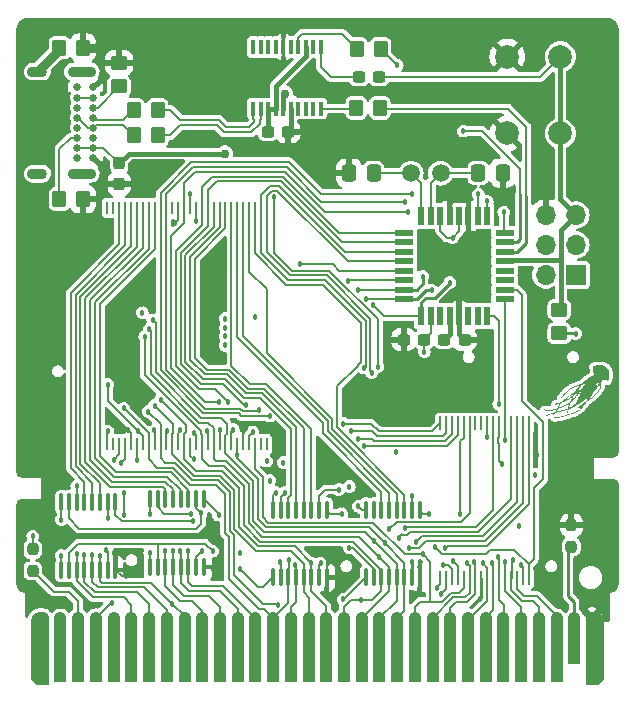
<source format=gbr>
%TF.GenerationSoftware,KiCad,Pcbnew,7.0.7*%
%TF.CreationDate,2023-11-15T05:14:32-06:00*%
%TF.ProjectId,GBA_Cartridge,4742415f-4361-4727-9472-696467652e6b,rev?*%
%TF.SameCoordinates,Original*%
%TF.FileFunction,Copper,L1,Top*%
%TF.FilePolarity,Positive*%
%FSLAX46Y46*%
G04 Gerber Fmt 4.6, Leading zero omitted, Abs format (unit mm)*
G04 Created by KiCad (PCBNEW 7.0.7) date 2023-11-15 05:14:32*
%MOMM*%
%LPD*%
G01*
G04 APERTURE LIST*
G04 Aperture macros list*
%AMRoundRect*
0 Rectangle with rounded corners*
0 $1 Rounding radius*
0 $2 $3 $4 $5 $6 $7 $8 $9 X,Y pos of 4 corners*
0 Add a 4 corners polygon primitive as box body*
4,1,4,$2,$3,$4,$5,$6,$7,$8,$9,$2,$3,0*
0 Add four circle primitives for the rounded corners*
1,1,$1+$1,$2,$3*
1,1,$1+$1,$4,$5*
1,1,$1+$1,$6,$7*
1,1,$1+$1,$8,$9*
0 Add four rect primitives between the rounded corners*
20,1,$1+$1,$2,$3,$4,$5,0*
20,1,$1+$1,$4,$5,$6,$7,0*
20,1,$1+$1,$6,$7,$8,$9,0*
20,1,$1+$1,$8,$9,$2,$3,0*%
%AMFreePoly0*
4,1,20,0.012286,0.494911,0.071157,0.494911,0.207708,0.454816,0.327430,0.377875,0.420627,0.270320,0.479746,0.140866,0.500000,0.000000,0.500000,-5.700000,-0.500000,-5.700000,-1.000000,-5.200000,-1.000000,-0.250000,-0.981196,-0.083109,-0.925727,0.075413,-0.836374,0.217617,-0.717617,0.336374,-0.575413,0.425727,-0.416891,0.481196,-0.250000,0.500000,0.000000,0.500000,0.012286,0.494911,
0.012286,0.494911,$1*%
%AMFreePoly1*
4,1,16,0.206979,0.455950,0.327000,0.378817,0.420429,0.270995,0.479696,0.141218,0.500000,0.000000,0.500000,-5.400000,-0.500000,-5.400000,-0.500000,-0.017346,-0.502494,0.000000,-0.482190,0.141218,-0.422923,0.270995,-0.329494,0.378817,-0.209473,0.455950,-0.072582,0.496145,0.070088,0.496145,0.206979,0.455950,0.206979,0.455950,$1*%
%AMFreePoly2*
4,1,16,0.206979,0.455950,0.327000,0.378817,0.420429,0.270995,0.479696,0.141218,0.500000,0.000000,0.500000,-3.900000,-0.500000,-3.900000,-0.500000,-0.017346,-0.502494,0.000000,-0.482190,0.141218,-0.422923,0.270995,-0.329494,0.378817,-0.209473,0.455950,-0.072582,0.496145,0.070088,0.496145,0.206979,0.455950,0.206979,0.455950,$1*%
%AMFreePoly3*
4,1,20,0.416891,0.481196,0.575413,0.425727,0.717617,0.336374,0.836374,0.217617,0.925727,0.075413,0.981196,-0.083109,1.000000,-0.250000,1.000000,-5.200000,0.500000,-5.700000,-0.500000,-5.700000,-0.500000,0.000000,-0.479746,0.140866,-0.420627,0.270320,-0.327430,0.377875,-0.207708,0.454816,-0.071157,0.494911,-0.012286,0.494911,0.000000,0.500000,0.250000,0.500000,0.416891,0.481196,
0.416891,0.481196,$1*%
G04 Aperture macros list end*
%TA.AperFunction,ComponentPad*%
%ADD10C,0.800000*%
%TD*%
%TA.AperFunction,ConnectorPad*%
%ADD11FreePoly0,0.000000*%
%TD*%
%TA.AperFunction,ConnectorPad*%
%ADD12FreePoly1,0.000000*%
%TD*%
%TA.AperFunction,ConnectorPad*%
%ADD13FreePoly2,0.000000*%
%TD*%
%TA.AperFunction,ConnectorPad*%
%ADD14FreePoly3,0.000000*%
%TD*%
%TA.AperFunction,SMDPad,CuDef*%
%ADD15RoundRect,0.237500X-0.300000X-0.237500X0.300000X-0.237500X0.300000X0.237500X-0.300000X0.237500X0*%
%TD*%
%TA.AperFunction,SMDPad,CuDef*%
%ADD16RoundRect,0.250000X0.350000X0.450000X-0.350000X0.450000X-0.350000X-0.450000X0.350000X-0.450000X0*%
%TD*%
%TA.AperFunction,SMDPad,CuDef*%
%ADD17R,0.400000X1.200000*%
%TD*%
%TA.AperFunction,SMDPad,CuDef*%
%ADD18RoundRect,0.250000X-0.450000X0.350000X-0.450000X-0.350000X0.450000X-0.350000X0.450000X0.350000X0*%
%TD*%
%TA.AperFunction,SMDPad,CuDef*%
%ADD19R,0.250000X1.100000*%
%TD*%
%TA.AperFunction,SMDPad,CuDef*%
%ADD20RoundRect,0.250000X0.337500X0.475000X-0.337500X0.475000X-0.337500X-0.475000X0.337500X-0.475000X0*%
%TD*%
%TA.AperFunction,SMDPad,CuDef*%
%ADD21RoundRect,0.100000X0.100000X-0.637500X0.100000X0.637500X-0.100000X0.637500X-0.100000X-0.637500X0*%
%TD*%
%TA.AperFunction,SMDPad,CuDef*%
%ADD22RoundRect,0.250000X-0.350000X-0.450000X0.350000X-0.450000X0.350000X0.450000X-0.350000X0.450000X0*%
%TD*%
%TA.AperFunction,SMDPad,CuDef*%
%ADD23RoundRect,0.250000X0.450000X-0.350000X0.450000X0.350000X-0.450000X0.350000X-0.450000X-0.350000X0*%
%TD*%
%TA.AperFunction,SMDPad,CuDef*%
%ADD24RoundRect,0.250000X-0.337500X-0.475000X0.337500X-0.475000X0.337500X0.475000X-0.337500X0.475000X0*%
%TD*%
%TA.AperFunction,SMDPad,CuDef*%
%ADD25R,0.550000X1.600000*%
%TD*%
%TA.AperFunction,SMDPad,CuDef*%
%ADD26R,1.600000X0.550000*%
%TD*%
%TA.AperFunction,SMDPad,CuDef*%
%ADD27RoundRect,0.237500X0.237500X-0.250000X0.237500X0.250000X-0.237500X0.250000X-0.237500X-0.250000X0*%
%TD*%
%TA.AperFunction,ComponentPad*%
%ADD28C,0.650000*%
%TD*%
%TA.AperFunction,ComponentPad*%
%ADD29O,2.400000X0.900000*%
%TD*%
%TA.AperFunction,ComponentPad*%
%ADD30O,1.700000X0.900000*%
%TD*%
%TA.AperFunction,ComponentPad*%
%ADD31C,2.000000*%
%TD*%
%TA.AperFunction,SMDPad,CuDef*%
%ADD32RoundRect,0.237500X0.300000X0.237500X-0.300000X0.237500X-0.300000X-0.237500X0.300000X-0.237500X0*%
%TD*%
%TA.AperFunction,SMDPad,CuDef*%
%ADD33R,0.228600X1.193800*%
%TD*%
%TA.AperFunction,SMDPad,CuDef*%
%ADD34RoundRect,0.237500X-0.237500X0.300000X-0.237500X-0.300000X0.237500X-0.300000X0.237500X0.300000X0*%
%TD*%
%TA.AperFunction,ComponentPad*%
%ADD35C,1.500000*%
%TD*%
%TA.AperFunction,ComponentPad*%
%ADD36R,1.700000X1.700000*%
%TD*%
%TA.AperFunction,ComponentPad*%
%ADD37O,1.700000X1.700000*%
%TD*%
%TA.AperFunction,ViaPad*%
%ADD38C,0.457200*%
%TD*%
%TA.AperFunction,ViaPad*%
%ADD39C,0.762000*%
%TD*%
%TA.AperFunction,ViaPad*%
%ADD40C,1.270000*%
%TD*%
%TA.AperFunction,Conductor*%
%ADD41C,0.203200*%
%TD*%
%TA.AperFunction,Conductor*%
%ADD42C,0.250000*%
%TD*%
%TA.AperFunction,Conductor*%
%ADD43C,0.381000*%
%TD*%
%TA.AperFunction,Conductor*%
%ADD44C,0.254000*%
%TD*%
%TA.AperFunction,Conductor*%
%ADD45C,0.762000*%
%TD*%
%TA.AperFunction,Conductor*%
%ADD46C,0.200000*%
%TD*%
G04 APERTURE END LIST*
%TA.AperFunction,EtchedComponent*%
%TO.C,COS1*%
G36*
X49339605Y-4318836D02*
G01*
X49338839Y-4327257D01*
X49321130Y-4348454D01*
X49314362Y-4351734D01*
X49301357Y-4347916D01*
X49302123Y-4339495D01*
X49319832Y-4318298D01*
X49326600Y-4315018D01*
X49339605Y-4318836D01*
G37*
%TD.AperFunction*%
%TA.AperFunction,EtchedComponent*%
G36*
X49210590Y-4526532D02*
G01*
X49208780Y-4541463D01*
X49197264Y-4556499D01*
X49172239Y-4576143D01*
X49160437Y-4572356D01*
X49159633Y-4565871D01*
X49168742Y-4547779D01*
X49188308Y-4531074D01*
X49206693Y-4524741D01*
X49210590Y-4526532D01*
G37*
%TD.AperFunction*%
%TA.AperFunction,EtchedComponent*%
G36*
X49269593Y-4459589D02*
G01*
X49265235Y-4478992D01*
X49254743Y-4491427D01*
X49232153Y-4506794D01*
X49219348Y-4503122D01*
X49221077Y-4486087D01*
X49228483Y-4463790D01*
X49229567Y-4458113D01*
X49240986Y-4452911D01*
X49250547Y-4452264D01*
X49269593Y-4459589D01*
G37*
%TD.AperFunction*%
%TA.AperFunction,EtchedComponent*%
G36*
X49157413Y-4595949D02*
G01*
X49159633Y-4605148D01*
X49151795Y-4628400D01*
X49132759Y-4660417D01*
X49109238Y-4691827D01*
X49087947Y-4713256D01*
X49079209Y-4717421D01*
X49065042Y-4706271D01*
X49061726Y-4690039D01*
X49067707Y-4667313D01*
X49076012Y-4662065D01*
X49091690Y-4650723D01*
X49106231Y-4627099D01*
X49123435Y-4603404D01*
X49143323Y-4591859D01*
X49157413Y-4595949D01*
G37*
%TD.AperFunction*%
%TA.AperFunction,EtchedComponent*%
G36*
X49369718Y-2924943D02*
G01*
X49463359Y-2926067D01*
X49535901Y-2928828D01*
X49594219Y-2934707D01*
X49645187Y-2945186D01*
X49695681Y-2961746D01*
X49752573Y-2985868D01*
X49822740Y-3019035D01*
X49835922Y-3025408D01*
X49939108Y-3085090D01*
X50020650Y-3155756D01*
X50086396Y-3243214D01*
X50122639Y-3310174D01*
X50147924Y-3365995D01*
X50166525Y-3417381D01*
X50179411Y-3470286D01*
X50187551Y-3530666D01*
X50191912Y-3604474D01*
X50193464Y-3697666D01*
X50193507Y-3745931D01*
X50192566Y-3842211D01*
X50189295Y-3918852D01*
X50182349Y-3984170D01*
X50170378Y-4046481D01*
X50152036Y-4114103D01*
X50125975Y-4195353D01*
X50115797Y-4225554D01*
X50099041Y-4268968D01*
X50084053Y-4290581D01*
X50066604Y-4295916D01*
X50062250Y-4295488D01*
X50044594Y-4287972D01*
X50034099Y-4267219D01*
X50027594Y-4226349D01*
X50026814Y-4218550D01*
X50019820Y-4145683D01*
X49942893Y-4185045D01*
X49906995Y-4202556D01*
X49876736Y-4213573D01*
X49844387Y-4219209D01*
X49802222Y-4220579D01*
X49742513Y-4218796D01*
X49716577Y-4217658D01*
X49567189Y-4210908D01*
X49559214Y-4258155D01*
X49543133Y-4359447D01*
X49532481Y-4443682D01*
X49526312Y-4521039D01*
X49523679Y-4601699D01*
X49523395Y-4643757D01*
X49522327Y-4707101D01*
X49519509Y-4759561D01*
X49515388Y-4795177D01*
X49511109Y-4807810D01*
X49500052Y-4825642D01*
X49490372Y-4858131D01*
X49490252Y-4858724D01*
X49474674Y-4902395D01*
X49453478Y-4937828D01*
X49433807Y-4967990D01*
X49425387Y-4991125D01*
X49425382Y-4991462D01*
X49415882Y-5010436D01*
X49391460Y-5040082D01*
X49369629Y-5062207D01*
X49334830Y-5100582D01*
X49307986Y-5139790D01*
X49299634Y-5157798D01*
X49284025Y-5184874D01*
X49252777Y-5225117D01*
X49210739Y-5272644D01*
X49172268Y-5312285D01*
X49125611Y-5359340D01*
X49085833Y-5401265D01*
X49057594Y-5433038D01*
X49046170Y-5448258D01*
X49030892Y-5465566D01*
X48998271Y-5495783D01*
X48952515Y-5535513D01*
X48897831Y-5581360D01*
X48838428Y-5629929D01*
X48778514Y-5677824D01*
X48722297Y-5721649D01*
X48673985Y-5758008D01*
X48637786Y-5783506D01*
X48617909Y-5794746D01*
X48616482Y-5794995D01*
X48600807Y-5804281D01*
X48574773Y-5827564D01*
X48564315Y-5838204D01*
X48526945Y-5871950D01*
X48487678Y-5899552D01*
X48481274Y-5903084D01*
X48441484Y-5927414D01*
X48400193Y-5957966D01*
X48396220Y-5961279D01*
X48357813Y-5993326D01*
X48321262Y-6023073D01*
X48317866Y-6025777D01*
X48294258Y-6049132D01*
X48260074Y-6088662D01*
X48220919Y-6137726D01*
X48199832Y-6165645D01*
X48160165Y-6218175D01*
X48122612Y-6266016D01*
X48092843Y-6302022D01*
X48082370Y-6313647D01*
X48054100Y-6345780D01*
X48019380Y-6388851D01*
X47998730Y-6416027D01*
X47947587Y-6480529D01*
X47888566Y-6547301D01*
X47825410Y-6612885D01*
X47761862Y-6673820D01*
X47701665Y-6726647D01*
X47648563Y-6767906D01*
X47606297Y-6794137D01*
X47581083Y-6802043D01*
X47565559Y-6808755D01*
X47530484Y-6827237D01*
X47480378Y-6855008D01*
X47419762Y-6889588D01*
X47389037Y-6907423D01*
X47321260Y-6945958D01*
X47257997Y-6980073D01*
X47205008Y-7006792D01*
X47168053Y-7023141D01*
X47159523Y-7025985D01*
X47123565Y-7035211D01*
X47069906Y-7048441D01*
X47008086Y-7063336D01*
X46984688Y-7068886D01*
X46923344Y-7084369D01*
X46867740Y-7100168D01*
X46826897Y-7113654D01*
X46816847Y-7117752D01*
X46741050Y-7148591D01*
X46643676Y-7182512D01*
X46530721Y-7217882D01*
X46408182Y-7253068D01*
X46282054Y-7286437D01*
X46158334Y-7316354D01*
X46043019Y-7341187D01*
X45942103Y-7359301D01*
X45916383Y-7363065D01*
X45844950Y-7373587D01*
X45764767Y-7386490D01*
X45701117Y-7397564D01*
X45636717Y-7408966D01*
X45594292Y-7415153D01*
X45568405Y-7416495D01*
X45553621Y-7413364D01*
X45546381Y-7408137D01*
X45538399Y-7388489D01*
X45538104Y-7363255D01*
X45545214Y-7347252D01*
X45547546Y-7346458D01*
X45569430Y-7342486D01*
X45579016Y-7340288D01*
X45632143Y-7329215D01*
X45699821Y-7317665D01*
X45772968Y-7306911D01*
X45842500Y-7298229D01*
X45899334Y-7292894D01*
X45924321Y-7291825D01*
X46002379Y-7285348D01*
X46098694Y-7267245D01*
X46206727Y-7238832D01*
X46243389Y-7227560D01*
X46291813Y-7212527D01*
X46354437Y-7193600D01*
X46418575Y-7174609D01*
X46425217Y-7172669D01*
X46489967Y-7152968D01*
X46567991Y-7128024D01*
X46646236Y-7102045D01*
X46676979Y-7091507D01*
X46745156Y-7068897D01*
X46812987Y-7048175D01*
X46870315Y-7032369D01*
X46893774Y-7026851D01*
X46999378Y-6999953D01*
X47106196Y-6964343D01*
X47203648Y-6923856D01*
X47264424Y-6892482D01*
X47324938Y-6858903D01*
X47392266Y-6823805D01*
X47434286Y-6803175D01*
X47494236Y-6771564D01*
X47559835Y-6731537D01*
X47626773Y-6686383D01*
X47690743Y-6639391D01*
X47747435Y-6593851D01*
X47792540Y-6553050D01*
X47821751Y-6520278D01*
X47830889Y-6500436D01*
X47841957Y-6479317D01*
X47858862Y-6466361D01*
X47881083Y-6447483D01*
X47886836Y-6433677D01*
X47896095Y-6416098D01*
X47920731Y-6384867D01*
X47956032Y-6345796D01*
X47968636Y-6332765D01*
X48009236Y-6289629D01*
X48043563Y-6249832D01*
X48065460Y-6220597D01*
X48068162Y-6215990D01*
X48085888Y-6182415D01*
X48044564Y-6211841D01*
X48011231Y-6238030D01*
X47986234Y-6261793D01*
X47985071Y-6263157D01*
X47960347Y-6283862D01*
X47924165Y-6305277D01*
X47919926Y-6307341D01*
X47882313Y-6329916D01*
X47837828Y-6363106D01*
X47813462Y-6384010D01*
X47778694Y-6413590D01*
X47750870Y-6433340D01*
X47739114Y-6438387D01*
X47721853Y-6448691D01*
X47698002Y-6474168D01*
X47692614Y-6481184D01*
X47657850Y-6518784D01*
X47617679Y-6550371D01*
X47616553Y-6551065D01*
X47578687Y-6568865D01*
X47542780Y-6577472D01*
X47517014Y-6575766D01*
X47509193Y-6565756D01*
X47519314Y-6547189D01*
X47546429Y-6515771D01*
X47585669Y-6476098D01*
X47632160Y-6432766D01*
X47681033Y-6390371D01*
X47727415Y-6353508D01*
X47754487Y-6334317D01*
X47812045Y-6293970D01*
X47874298Y-6246865D01*
X47914861Y-6213969D01*
X47957729Y-6179902D01*
X47996543Y-6152942D01*
X48022997Y-6138849D01*
X48023258Y-6138765D01*
X48047610Y-6126590D01*
X48054677Y-6116775D01*
X48065890Y-6104075D01*
X48095081Y-6083024D01*
X48130116Y-6061596D01*
X48218701Y-6000660D01*
X48283225Y-5931868D01*
X48323153Y-5861432D01*
X48338632Y-5829413D01*
X48441299Y-5829413D01*
X48444383Y-5833924D01*
X48466989Y-5821379D01*
X48491143Y-5805191D01*
X48534242Y-5772607D01*
X48576111Y-5736773D01*
X48578337Y-5734692D01*
X48608067Y-5709378D01*
X48653180Y-5674091D01*
X48706029Y-5634737D01*
X48731950Y-5616099D01*
X48774466Y-5583201D01*
X48827351Y-5538134D01*
X48887199Y-5484250D01*
X48950609Y-5424902D01*
X49014176Y-5363443D01*
X49074496Y-5303225D01*
X49128166Y-5247601D01*
X49171783Y-5199924D01*
X49201942Y-5163546D01*
X49215240Y-5141820D01*
X49215580Y-5139710D01*
X49224426Y-5123467D01*
X49247358Y-5094187D01*
X49272345Y-5065953D01*
X49308914Y-5022781D01*
X49341070Y-4978524D01*
X49354792Y-4955788D01*
X49388662Y-4891221D01*
X49413015Y-4842434D01*
X49429622Y-4802519D01*
X49440258Y-4764570D01*
X49446694Y-4721679D01*
X49450703Y-4666941D01*
X49454059Y-4593449D01*
X49455314Y-4564158D01*
X49459151Y-4487113D01*
X49463489Y-4418354D01*
X49467904Y-4363487D01*
X49471975Y-4328114D01*
X49473781Y-4319389D01*
X49472221Y-4318633D01*
X49460708Y-4339212D01*
X49441338Y-4377218D01*
X49426132Y-4408170D01*
X49401287Y-4460619D01*
X49381975Y-4503829D01*
X49370964Y-4531490D01*
X49369435Y-4537548D01*
X49359028Y-4549989D01*
X49356910Y-4550171D01*
X49343020Y-4561838D01*
X49325133Y-4590325D01*
X49307939Y-4625863D01*
X49296129Y-4658682D01*
X49294396Y-4679014D01*
X49294733Y-4679654D01*
X49288530Y-4693962D01*
X49265643Y-4723055D01*
X49229784Y-4762573D01*
X49188872Y-4804050D01*
X49138387Y-4855452D01*
X49091677Y-4906545D01*
X49054848Y-4950462D01*
X49037673Y-4974105D01*
X49008789Y-5015685D01*
X48970088Y-5066610D01*
X48933125Y-5112035D01*
X48900554Y-5152132D01*
X48876675Y-5184694D01*
X48866074Y-5203409D01*
X48865911Y-5204522D01*
X48857835Y-5222392D01*
X48837309Y-5252961D01*
X48823508Y-5271048D01*
X48790912Y-5317663D01*
X48761789Y-5368259D01*
X48755484Y-5381368D01*
X48735787Y-5417569D01*
X48704099Y-5467646D01*
X48665696Y-5523466D01*
X48644033Y-5553123D01*
X48608135Y-5602338D01*
X48579611Y-5643739D01*
X48562050Y-5671977D01*
X48558201Y-5680988D01*
X48549460Y-5697274D01*
X48526532Y-5727470D01*
X48494356Y-5765074D01*
X48493965Y-5765509D01*
X48457805Y-5806917D01*
X48441299Y-5829413D01*
X48338632Y-5829413D01*
X48341317Y-5823860D01*
X48356681Y-5799775D01*
X48362824Y-5794995D01*
X48375852Y-5784248D01*
X48400774Y-5755382D01*
X48433828Y-5713460D01*
X48471252Y-5663546D01*
X48509285Y-5610701D01*
X48544163Y-5559991D01*
X48572125Y-5516477D01*
X48581068Y-5501273D01*
X48616551Y-5438332D01*
X48566208Y-5490782D01*
X48535798Y-5520506D01*
X48512737Y-5539516D01*
X48505258Y-5543233D01*
X48490286Y-5552029D01*
X48461391Y-5575051D01*
X48426096Y-5606173D01*
X48390106Y-5638116D01*
X48362296Y-5660768D01*
X48348939Y-5669114D01*
X48336066Y-5678995D01*
X48311545Y-5704595D01*
X48287725Y-5732054D01*
X48256506Y-5766034D01*
X48230121Y-5788888D01*
X48217446Y-5794995D01*
X48197335Y-5804390D01*
X48168740Y-5827834D01*
X48159578Y-5836955D01*
X48127329Y-5863792D01*
X48096980Y-5878504D01*
X48090524Y-5879423D01*
X48064207Y-5891678D01*
X48038477Y-5929052D01*
X48033697Y-5938705D01*
X48009749Y-5979161D01*
X47982749Y-5999889D01*
X47961870Y-6006038D01*
X47919827Y-6020418D01*
X47877125Y-6043752D01*
X47874463Y-6045608D01*
X47838186Y-6064808D01*
X47808315Y-6069286D01*
X47805872Y-6068676D01*
X47783835Y-6072746D01*
X47744258Y-6094036D01*
X47686066Y-6133192D01*
X47627531Y-6176202D01*
X47568046Y-6220378D01*
X47513562Y-6259695D01*
X47469450Y-6290355D01*
X47441081Y-6308561D01*
X47437737Y-6310390D01*
X47407231Y-6328774D01*
X47364852Y-6357624D01*
X47327476Y-6384942D01*
X47278891Y-6419672D01*
X47229682Y-6451634D01*
X47199549Y-6469005D01*
X47164412Y-6489229D01*
X47140993Y-6506223D01*
X47137273Y-6510375D01*
X47122043Y-6521058D01*
X47086967Y-6540257D01*
X47037786Y-6565181D01*
X46980239Y-6593034D01*
X46920068Y-6621023D01*
X46863011Y-6646354D01*
X46826677Y-6661541D01*
X46780180Y-6694224D01*
X46749382Y-6744108D01*
X46739919Y-6794545D01*
X46734997Y-6832288D01*
X46727242Y-6854684D01*
X46715735Y-6883222D01*
X46702487Y-6924809D01*
X46698707Y-6938415D01*
X46684430Y-6978245D01*
X46667059Y-6995731D01*
X46654998Y-6997858D01*
X46628321Y-6989075D01*
X46618080Y-6961670D01*
X46624093Y-6914061D01*
X46639492Y-6863193D01*
X46660804Y-6796373D01*
X46669628Y-6752200D01*
X46665947Y-6728281D01*
X46649743Y-6722224D01*
X46638515Y-6724640D01*
X46605167Y-6733451D01*
X46559718Y-6743692D01*
X46544104Y-6746882D01*
X46489785Y-6758584D01*
X46435238Y-6771723D01*
X46425217Y-6774351D01*
X46377515Y-6785615D01*
X46319817Y-6797204D01*
X46292342Y-6802036D01*
X46179433Y-6822812D01*
X46081709Y-6845124D01*
X46040580Y-6856464D01*
X46003736Y-6867197D01*
X45950216Y-6882506D01*
X45890292Y-6899460D01*
X45877255Y-6903123D01*
X45823832Y-6918939D01*
X45781038Y-6933151D01*
X45755868Y-6943379D01*
X45752539Y-6945554D01*
X45732155Y-6953139D01*
X45702429Y-6955898D01*
X45659943Y-6967807D01*
X45638323Y-6985870D01*
X45609994Y-7017701D01*
X45589506Y-7037932D01*
X45570220Y-7061297D01*
X45565030Y-7075456D01*
X45553414Y-7100825D01*
X45525536Y-7126687D01*
X45491846Y-7145235D01*
X45466090Y-7149369D01*
X45437199Y-7139128D01*
X45432047Y-7119255D01*
X45450830Y-7088142D01*
X45476901Y-7060207D01*
X45530063Y-7007934D01*
X45488102Y-7017478D01*
X45447219Y-7026624D01*
X45397270Y-7037604D01*
X45383778Y-7040537D01*
X45342991Y-7051628D01*
X45313633Y-7063660D01*
X45307550Y-7067916D01*
X45282923Y-7079733D01*
X45265013Y-7082254D01*
X45234777Y-7088506D01*
X45193945Y-7103562D01*
X45180393Y-7109753D01*
X45141309Y-7126649D01*
X45110329Y-7136642D01*
X45103466Y-7137697D01*
X45076219Y-7146463D01*
X45055335Y-7159151D01*
X45026249Y-7175356D01*
X45008413Y-7179687D01*
X44985518Y-7185654D01*
X44947802Y-7200993D01*
X44919023Y-7214654D01*
X44865636Y-7239069D01*
X44830724Y-7248437D01*
X44809735Y-7243591D01*
X44802928Y-7235923D01*
X44801390Y-7209750D01*
X44824703Y-7180992D01*
X44870229Y-7152230D01*
X44903672Y-7137387D01*
X44959227Y-7114989D01*
X45014659Y-7091923D01*
X45043180Y-7079654D01*
X45091331Y-7061509D01*
X45150142Y-7043406D01*
X45183439Y-7034824D01*
X45236547Y-7020319D01*
X45285335Y-7003501D01*
X45308444Y-6993359D01*
X45342934Y-6978849D01*
X45394366Y-6961040D01*
X45452545Y-6943422D01*
X45461907Y-6940825D01*
X45516662Y-6925811D01*
X45563079Y-6913016D01*
X45592818Y-6904741D01*
X45596500Y-6903697D01*
X45617196Y-6892684D01*
X45620977Y-6885812D01*
X45629705Y-6869565D01*
X45643147Y-6852816D01*
X45757010Y-6852816D01*
X45758225Y-6857884D01*
X45775561Y-6854017D01*
X45811750Y-6843983D01*
X45858752Y-6830017D01*
X45912930Y-6815484D01*
X45963106Y-6805395D01*
X45994298Y-6802150D01*
X46027568Y-6798525D01*
X46046409Y-6789909D01*
X46046661Y-6789534D01*
X46064413Y-6779649D01*
X46098448Y-6771123D01*
X46106930Y-6769811D01*
X46140252Y-6763493D01*
X46193544Y-6751412D01*
X46259805Y-6735231D01*
X46332034Y-6716614D01*
X46341296Y-6714155D01*
X46413382Y-6695263D01*
X46479963Y-6678382D01*
X46534186Y-6665211D01*
X46569195Y-6657450D01*
X46572078Y-6656909D01*
X46631477Y-6639263D01*
X46678116Y-6612019D01*
X46706271Y-6579273D01*
X46711946Y-6556908D01*
X46714756Y-6536083D01*
X46800909Y-6536083D01*
X46850838Y-6506321D01*
X46890055Y-6483496D01*
X46941511Y-6454257D01*
X46985255Y-6429827D01*
X47035874Y-6398826D01*
X47082387Y-6365296D01*
X47110256Y-6340807D01*
X47140670Y-6314185D01*
X47166970Y-6299515D01*
X47172636Y-6298519D01*
X47198233Y-6287440D01*
X47239596Y-6254760D01*
X47295788Y-6201319D01*
X47365871Y-6127953D01*
X47376549Y-6116345D01*
X47420140Y-6071367D01*
X47465274Y-6028895D01*
X47499898Y-5999934D01*
X47529926Y-5975797D01*
X47546699Y-5959039D01*
X47548075Y-5955096D01*
X47533133Y-5956242D01*
X47501043Y-5964886D01*
X47482385Y-5970995D01*
X47444841Y-5982039D01*
X47419562Y-5985964D01*
X47414599Y-5984799D01*
X47415234Y-5967894D01*
X47432286Y-5940685D01*
X47460110Y-5910071D01*
X47493065Y-5882950D01*
X47503229Y-5876455D01*
X47537069Y-5849424D01*
X47551082Y-5822438D01*
X47551153Y-5820667D01*
X47557809Y-5784850D01*
X47565178Y-5766951D01*
X47571594Y-5740352D01*
X47565178Y-5732078D01*
X47551241Y-5711313D01*
X47561635Y-5684801D01*
X47594524Y-5656684D01*
X47600107Y-5653274D01*
X47637061Y-5623730D01*
X47649055Y-5592098D01*
X47649060Y-5591323D01*
X47654515Y-5557138D01*
X47668400Y-5510991D01*
X47686997Y-5462515D01*
X47702263Y-5430428D01*
X48617578Y-5430428D01*
X48619491Y-5431339D01*
X48632255Y-5421492D01*
X48635129Y-5417352D01*
X48638693Y-5404276D01*
X48636780Y-5403365D01*
X48624015Y-5413211D01*
X48621142Y-5417352D01*
X48617578Y-5430428D01*
X47702263Y-5430428D01*
X47706587Y-5421340D01*
X47723451Y-5397100D01*
X47724324Y-5396372D01*
X47734534Y-5382385D01*
X48642122Y-5382385D01*
X48649115Y-5389378D01*
X48656109Y-5382385D01*
X48649115Y-5375391D01*
X48642122Y-5382385D01*
X47734534Y-5382385D01*
X47742030Y-5372115D01*
X47750225Y-5350915D01*
X47752321Y-5329111D01*
X47738378Y-5320614D01*
X47714188Y-5319392D01*
X47670041Y-5319340D01*
X47714738Y-5292086D01*
X47770498Y-5243619D01*
X47803967Y-5178813D01*
X47808795Y-5160961D01*
X47818003Y-5121366D01*
X47765002Y-5160695D01*
X47724499Y-5193271D01*
X47688084Y-5226581D01*
X47679722Y-5235258D01*
X47626255Y-5294042D01*
X47589358Y-5335820D01*
X47566336Y-5363873D01*
X47554498Y-5381480D01*
X47551153Y-5391918D01*
X47541679Y-5412331D01*
X47515301Y-5448456D01*
X47475081Y-5496417D01*
X47426074Y-5550226D01*
X47392783Y-5591662D01*
X47364282Y-5636809D01*
X47362047Y-5641140D01*
X47341426Y-5675798D01*
X47321730Y-5698955D01*
X47318476Y-5701279D01*
X47301293Y-5720662D01*
X47299247Y-5729253D01*
X47290099Y-5747036D01*
X47266149Y-5778115D01*
X47232407Y-5816040D01*
X47229313Y-5819304D01*
X47195091Y-5856938D01*
X47170203Y-5887565D01*
X47159606Y-5905044D01*
X47159523Y-5905779D01*
X47148076Y-5920508D01*
X47134576Y-5926909D01*
X47110657Y-5943862D01*
X47086333Y-5974325D01*
X47084789Y-5976877D01*
X47053957Y-6013627D01*
X47016163Y-6041570D01*
X46970635Y-6071910D01*
X46937189Y-6112654D01*
X46910474Y-6171159D01*
X46900788Y-6200174D01*
X46885409Y-6245250D01*
X46871113Y-6280206D01*
X46863643Y-6293667D01*
X46846476Y-6326672D01*
X46829481Y-6379533D01*
X46815066Y-6444222D01*
X46810837Y-6469751D01*
X46800909Y-6536083D01*
X46714756Y-6536083D01*
X46716566Y-6522664D01*
X46728614Y-6471620D01*
X46745368Y-6413043D01*
X46764108Y-6356201D01*
X46782113Y-6310361D01*
X46787796Y-6298519D01*
X46803579Y-6258995D01*
X46814901Y-6216390D01*
X46818992Y-6186334D01*
X46814206Y-6178934D01*
X46805278Y-6184619D01*
X46781376Y-6200408D01*
X46737113Y-6225996D01*
X46677263Y-6258911D01*
X46606605Y-6296680D01*
X46529912Y-6336829D01*
X46451963Y-6376887D01*
X46377533Y-6414381D01*
X46311398Y-6446838D01*
X46258335Y-6471786D01*
X46223120Y-6486751D01*
X46218587Y-6488346D01*
X46171192Y-6505683D01*
X46109811Y-6530542D01*
X46045671Y-6558329D01*
X46028134Y-6566289D01*
X45974694Y-6590050D01*
X45929970Y-6608467D01*
X45900626Y-6618861D01*
X45893931Y-6620215D01*
X45872098Y-6629783D01*
X45855361Y-6644692D01*
X45839935Y-6667543D01*
X45819986Y-6704206D01*
X45798617Y-6747873D01*
X45778930Y-6791736D01*
X45764027Y-6828987D01*
X45757010Y-6852816D01*
X45643147Y-6852816D01*
X45651450Y-6842470D01*
X45659440Y-6833657D01*
X45685253Y-6801103D01*
X45710363Y-6761762D01*
X45730665Y-6723286D01*
X45742050Y-6693330D01*
X45741714Y-6680343D01*
X45726144Y-6680622D01*
X45690724Y-6687133D01*
X45642529Y-6698528D01*
X45632716Y-6701080D01*
X45472305Y-6740895D01*
X45332150Y-6769956D01*
X45207019Y-6789036D01*
X45091679Y-6798905D01*
X44980898Y-6800337D01*
X44963431Y-6799841D01*
X44884160Y-6795999D01*
X44824765Y-6789813D01*
X44777169Y-6779972D01*
X44733294Y-6765163D01*
X44722326Y-6760685D01*
X44672065Y-6736601D01*
X44647216Y-6715859D01*
X44645889Y-6695726D01*
X44663503Y-6675647D01*
X44679623Y-6667725D01*
X44703058Y-6669121D01*
X44740509Y-6680988D01*
X44775674Y-6694915D01*
X44825290Y-6713407D01*
X44870489Y-6724642D01*
X44921458Y-6730286D01*
X44988382Y-6732009D01*
X45002338Y-6732032D01*
X45067472Y-6730666D01*
X45127539Y-6727075D01*
X45173295Y-6721906D01*
X45187386Y-6719074D01*
X45235946Y-6708418D01*
X45288232Y-6699821D01*
X45292287Y-6699305D01*
X45394805Y-6682753D01*
X45505057Y-6658511D01*
X45599216Y-6632383D01*
X45648858Y-6618333D01*
X45691933Y-6608839D01*
X45713949Y-6606228D01*
X45750921Y-6600587D01*
X45786777Y-6586765D01*
X45811481Y-6569418D01*
X45816805Y-6558526D01*
X45821097Y-6544754D01*
X45904362Y-6544754D01*
X45904891Y-6550281D01*
X45919023Y-6544802D01*
X45949982Y-6530833D01*
X45971516Y-6520704D01*
X46012742Y-6499545D01*
X46045501Y-6480103D01*
X46054567Y-6473518D01*
X46081127Y-6458310D01*
X46120809Y-6442581D01*
X46131494Y-6439194D01*
X46168822Y-6425619D01*
X46222216Y-6403175D01*
X46282807Y-6375672D01*
X46313323Y-6361072D01*
X46371614Y-6333745D01*
X46424693Y-6310825D01*
X46464860Y-6295548D01*
X46478859Y-6291534D01*
X46517747Y-6275086D01*
X46548793Y-6250944D01*
X46579921Y-6224933D01*
X46623106Y-6197197D01*
X46642012Y-6187055D01*
X46686643Y-6163352D01*
X46742659Y-6131671D01*
X46796791Y-6099560D01*
X46845265Y-6068399D01*
X46875411Y-6043248D01*
X46893668Y-6017113D01*
X46906478Y-5983003D01*
X46907602Y-5979241D01*
X46915945Y-5955843D01*
X46991682Y-5955843D01*
X46998675Y-5962836D01*
X47005668Y-5955843D01*
X46998675Y-5948850D01*
X46991682Y-5955843D01*
X46915945Y-5955843D01*
X46923702Y-5934089D01*
X46927945Y-5924024D01*
X47019655Y-5924024D01*
X47020855Y-5944971D01*
X47028519Y-5941919D01*
X47040190Y-5927046D01*
X47056302Y-5901928D01*
X47061171Y-5889038D01*
X47070534Y-5874052D01*
X47094391Y-5846176D01*
X47121059Y-5818124D01*
X47184344Y-5752380D01*
X47237917Y-5693168D01*
X47279073Y-5643725D01*
X47305108Y-5607287D01*
X47313378Y-5588018D01*
X47321893Y-5566074D01*
X47343574Y-5533033D01*
X47358835Y-5513769D01*
X47411760Y-5450342D01*
X47448156Y-5404764D01*
X47470216Y-5374101D01*
X47480131Y-5355416D01*
X47481219Y-5349788D01*
X47491539Y-5331224D01*
X47509830Y-5314978D01*
X47534096Y-5291485D01*
X47563361Y-5254487D01*
X47577406Y-5233760D01*
X47640852Y-5151358D01*
X47712001Y-5088587D01*
X47739975Y-5067614D01*
X47712001Y-5075993D01*
X47642027Y-5101870D01*
X47572868Y-5135941D01*
X47511233Y-5174107D01*
X47463833Y-5212265D01*
X47439140Y-5242739D01*
X47415629Y-5274132D01*
X47381157Y-5307498D01*
X47372635Y-5314312D01*
X47335420Y-5348015D01*
X47304607Y-5384633D01*
X47300404Y-5391074D01*
X47276709Y-5424349D01*
X47242534Y-5465959D01*
X47219494Y-5491592D01*
X47186522Y-5530581D01*
X47161383Y-5567210D01*
X47152335Y-5585927D01*
X47140910Y-5616645D01*
X47122114Y-5662011D01*
X47103644Y-5704081D01*
X47070372Y-5778303D01*
X47047137Y-5831714D01*
X47032197Y-5868876D01*
X47023808Y-5894350D01*
X47020231Y-5912700D01*
X47019655Y-5924024D01*
X46927945Y-5924024D01*
X46947976Y-5876503D01*
X46975282Y-5818651D01*
X46976353Y-5816527D01*
X47002797Y-5762450D01*
X47026047Y-5711792D01*
X47041451Y-5674726D01*
X47042385Y-5672145D01*
X47058639Y-5626223D01*
X47000683Y-5672651D01*
X46958512Y-5705568D01*
X46915773Y-5736760D01*
X46868758Y-5768531D01*
X46813753Y-5803185D01*
X46747047Y-5843025D01*
X46664929Y-5890356D01*
X46563688Y-5947482D01*
X46506105Y-5979675D01*
X46458878Y-6002691D01*
X46395821Y-6028987D01*
X46327972Y-6054062D01*
X46303296Y-6062314D01*
X46237932Y-6084797D01*
X46192050Y-6104906D01*
X46157953Y-6126881D01*
X46127945Y-6154961D01*
X46120641Y-6162918D01*
X46088544Y-6200807D01*
X46063269Y-6234605D01*
X46054153Y-6249565D01*
X46040718Y-6275383D01*
X46018283Y-6316895D01*
X45991551Y-6365404D01*
X45989854Y-6368453D01*
X45958659Y-6426304D01*
X45932443Y-6478329D01*
X45913559Y-6519491D01*
X45904362Y-6544754D01*
X45821097Y-6544754D01*
X45823259Y-6537816D01*
X45840627Y-6498523D01*
X45865936Y-6446349D01*
X45896218Y-6386999D01*
X45928502Y-6326173D01*
X45959817Y-6269576D01*
X45987194Y-6222910D01*
X46007663Y-6191877D01*
X46008015Y-6191411D01*
X46030115Y-6160786D01*
X46035393Y-6147768D01*
X46024945Y-6148483D01*
X46019600Y-6150516D01*
X45989885Y-6160734D01*
X45945929Y-6173984D01*
X45921693Y-6180760D01*
X45781189Y-6229112D01*
X45697355Y-6266906D01*
X45650092Y-6282043D01*
X45615270Y-6276895D01*
X45596799Y-6252267D01*
X45595527Y-6245926D01*
X45598365Y-6221174D01*
X45618291Y-6214599D01*
X45650091Y-6204400D01*
X45662937Y-6193618D01*
X45689522Y-6175711D01*
X45704745Y-6172638D01*
X45731362Y-6167697D01*
X45772221Y-6155091D01*
X45797443Y-6145769D01*
X45843751Y-6128653D01*
X45901013Y-6109067D01*
X45962498Y-6089116D01*
X46021474Y-6070901D01*
X46071209Y-6056528D01*
X46104972Y-6048098D01*
X46114308Y-6046757D01*
X46131907Y-6037503D01*
X46161888Y-6013371D01*
X46174377Y-6001656D01*
X46280236Y-6001656D01*
X46283821Y-6003709D01*
X46286370Y-6002568D01*
X46303869Y-5994198D01*
X46340497Y-5976683D01*
X46390146Y-5952946D01*
X46425217Y-5936179D01*
X46479196Y-5909735D01*
X46523104Y-5887025D01*
X46551148Y-5871111D01*
X46558091Y-5865915D01*
X46576915Y-5850909D01*
X46614274Y-5829136D01*
X46662892Y-5804613D01*
X46697959Y-5788722D01*
X46763014Y-5755860D01*
X46819137Y-5714838D01*
X46829272Y-5706088D01*
X46865688Y-5675861D01*
X46909625Y-5641939D01*
X46954931Y-5608739D01*
X46995454Y-5580679D01*
X47025044Y-5562176D01*
X47036580Y-5557220D01*
X47056957Y-5545812D01*
X47084682Y-5516211D01*
X47114800Y-5475347D01*
X47142360Y-5430151D01*
X47162410Y-5387554D01*
X47166494Y-5375391D01*
X47171507Y-5352388D01*
X47164871Y-5352117D01*
X47158298Y-5357908D01*
X47129131Y-5373313D01*
X47115362Y-5375391D01*
X47092129Y-5385675D01*
X47062808Y-5411528D01*
X47051722Y-5424345D01*
X47023224Y-5454215D01*
X46997661Y-5471544D01*
X46990353Y-5473299D01*
X46964977Y-5483006D01*
X46941683Y-5502427D01*
X46910299Y-5527995D01*
X46869921Y-5550497D01*
X46867206Y-5551660D01*
X46830260Y-5571648D01*
X46803785Y-5593831D01*
X46801958Y-5596223D01*
X46784465Y-5612725D01*
X46748394Y-5640990D01*
X46698554Y-5677429D01*
X46639753Y-5718453D01*
X46622232Y-5730344D01*
X46575591Y-5762983D01*
X46523173Y-5801570D01*
X46468423Y-5843313D01*
X46414785Y-5885420D01*
X46365703Y-5925099D01*
X46324621Y-5959559D01*
X46294984Y-5986009D01*
X46280236Y-6001656D01*
X46174377Y-6001656D01*
X46193869Y-5983373D01*
X46236597Y-5940861D01*
X46279374Y-5898513D01*
X46303089Y-5875167D01*
X46335401Y-5846903D01*
X46382810Y-5809553D01*
X46437098Y-5769494D01*
X46460218Y-5753226D01*
X46565503Y-5680232D01*
X46650522Y-5620983D01*
X46718111Y-5573449D01*
X46771103Y-5535599D01*
X46812333Y-5505402D01*
X46844637Y-5480828D01*
X46870849Y-5459846D01*
X46877614Y-5454229D01*
X46912599Y-5426438D01*
X46939275Y-5407963D01*
X46949287Y-5403365D01*
X46965004Y-5394643D01*
X46993326Y-5372319D01*
X47013637Y-5354411D01*
X47048294Y-5326231D01*
X47077755Y-5308345D01*
X47088826Y-5305068D01*
X47090304Y-5304547D01*
X47288833Y-5304547D01*
X47290747Y-5305458D01*
X47303511Y-5295611D01*
X47306384Y-5291471D01*
X47309948Y-5278395D01*
X47308035Y-5277484D01*
X47295271Y-5287330D01*
X47292397Y-5291471D01*
X47288833Y-5304547D01*
X47090304Y-5304547D01*
X47112211Y-5296826D01*
X47146909Y-5276346D01*
X47165511Y-5263108D01*
X47175206Y-5256504D01*
X47313378Y-5256504D01*
X47320371Y-5263497D01*
X47327364Y-5256504D01*
X47320371Y-5249510D01*
X47313378Y-5256504D01*
X47175206Y-5256504D01*
X47201289Y-5238737D01*
X47230127Y-5223778D01*
X47239124Y-5221537D01*
X47255102Y-5209838D01*
X47275786Y-5179862D01*
X47288633Y-5155100D01*
X47298930Y-5135202D01*
X47392306Y-5135202D01*
X47395291Y-5137616D01*
X47410342Y-5127597D01*
X47436152Y-5101694D01*
X47459036Y-5075230D01*
X47479520Y-5047318D01*
X47565140Y-5047318D01*
X47575702Y-5050766D01*
X47589617Y-5046839D01*
X47617665Y-5036942D01*
X47659371Y-5023655D01*
X47677034Y-5018322D01*
X47732968Y-5004060D01*
X47791812Y-4992368D01*
X47803347Y-4990579D01*
X47836962Y-4984471D01*
X47859961Y-4973940D01*
X47879000Y-4953000D01*
X47900732Y-4915668D01*
X47913271Y-4891719D01*
X47937402Y-4847880D01*
X47949377Y-4828996D01*
X49023195Y-4828996D01*
X49025108Y-4829907D01*
X49037872Y-4820060D01*
X49040745Y-4815920D01*
X49044310Y-4802844D01*
X49042396Y-4801933D01*
X49029632Y-4811780D01*
X49026759Y-4815920D01*
X49023195Y-4828996D01*
X47949377Y-4828996D01*
X47957678Y-4815905D01*
X47970072Y-4802077D01*
X47970766Y-4801933D01*
X47981720Y-4790038D01*
X47991150Y-4764323D01*
X48004060Y-4731298D01*
X49040850Y-4731298D01*
X49041706Y-4762987D01*
X49041838Y-4763416D01*
X49048248Y-4776662D01*
X49058557Y-4777457D01*
X49077115Y-4763246D01*
X49108272Y-4731471D01*
X49122917Y-4715772D01*
X49165874Y-4668336D01*
X49208023Y-4619923D01*
X49238477Y-4583184D01*
X49265408Y-4542761D01*
X49295932Y-4487225D01*
X49323987Y-4427718D01*
X49327189Y-4420144D01*
X49349276Y-4369651D01*
X49368722Y-4329756D01*
X49382216Y-4307109D01*
X49384716Y-4304602D01*
X49397016Y-4284975D01*
X49397408Y-4280799D01*
X49392190Y-4272642D01*
X49380624Y-4281625D01*
X49358520Y-4297179D01*
X49348182Y-4292023D01*
X49351207Y-4275300D01*
X49352063Y-4261752D01*
X49338377Y-4266680D01*
X49313246Y-4286847D01*
X49279764Y-4319015D01*
X49241026Y-4359946D01*
X49200128Y-4406402D01*
X49160164Y-4455147D01*
X49124230Y-4502941D01*
X49101806Y-4536184D01*
X49081798Y-4576694D01*
X49063341Y-4628890D01*
X49048876Y-4683512D01*
X49040850Y-4731298D01*
X48004060Y-4731298D01*
X48006449Y-4725187D01*
X48027634Y-4688733D01*
X48046311Y-4658247D01*
X48054648Y-4636223D01*
X48054677Y-4635470D01*
X48063419Y-4617103D01*
X48085788Y-4586807D01*
X48103631Y-4566000D01*
X48137716Y-4525909D01*
X48150973Y-4504034D01*
X48143530Y-4500062D01*
X48128108Y-4506696D01*
X48103451Y-4517910D01*
X48061385Y-4535567D01*
X48010592Y-4556031D01*
X48005723Y-4557951D01*
X47944429Y-4584962D01*
X47887445Y-4615153D01*
X47841041Y-4644731D01*
X47811489Y-4669903D01*
X47805146Y-4679270D01*
X47794686Y-4694512D01*
X47770661Y-4725808D01*
X47737336Y-4767662D01*
X47719051Y-4790181D01*
X47679941Y-4841578D01*
X47641489Y-4898137D01*
X47607370Y-4953716D01*
X47581262Y-5002175D01*
X47566838Y-5037372D01*
X47565140Y-5047318D01*
X47479520Y-5047318D01*
X47489504Y-5033714D01*
X47516863Y-4989004D01*
X47537585Y-4947924D01*
X47548140Y-4917299D01*
X47547026Y-4905038D01*
X47536976Y-4911777D01*
X47518642Y-4934780D01*
X47497439Y-4965926D01*
X47478784Y-4997089D01*
X47468091Y-5020148D01*
X47467232Y-5024727D01*
X47456913Y-5043525D01*
X47449413Y-5049504D01*
X47430703Y-5066996D01*
X47411440Y-5092824D01*
X47396886Y-5118415D01*
X47392306Y-5135202D01*
X47298930Y-5135202D01*
X47312017Y-5109913D01*
X47344485Y-5054012D01*
X47382455Y-4992818D01*
X47422346Y-4931754D01*
X47460575Y-4876243D01*
X47493560Y-4831707D01*
X47517720Y-4803569D01*
X47524669Y-4797757D01*
X47545886Y-4777403D01*
X47551153Y-4763602D01*
X47557777Y-4747221D01*
X47561643Y-4745967D01*
X47576895Y-4737326D01*
X47605823Y-4714919D01*
X47635074Y-4689830D01*
X47698014Y-4633712D01*
X47628080Y-4656864D01*
X47585687Y-4671772D01*
X47553936Y-4684514D01*
X47544160Y-4689502D01*
X47523082Y-4698941D01*
X47486055Y-4711787D01*
X47467232Y-4717577D01*
X47416296Y-4734822D01*
X47358250Y-4757554D01*
X47331727Y-4769050D01*
X47284599Y-4787540D01*
X47242052Y-4799469D01*
X47222865Y-4801933D01*
X47185886Y-4808419D01*
X47136515Y-4828671D01*
X47072576Y-4863884D01*
X46991887Y-4915253D01*
X46897732Y-4980106D01*
X46819338Y-5037790D01*
X46741657Y-5099973D01*
X46662098Y-5169158D01*
X46578070Y-5247850D01*
X46486980Y-5338554D01*
X46386239Y-5443773D01*
X46273253Y-5566012D01*
X46149784Y-5702906D01*
X46112516Y-5738523D01*
X46085241Y-5750155D01*
X46077699Y-5748802D01*
X46057694Y-5731879D01*
X46059532Y-5703874D01*
X46083750Y-5663533D01*
X46130886Y-5609607D01*
X46142762Y-5597434D01*
X46196339Y-5541383D01*
X46255514Y-5476591D01*
X46308375Y-5416131D01*
X46313249Y-5410358D01*
X46352218Y-5365424D01*
X46386629Y-5328305D01*
X46411115Y-5304688D01*
X46417373Y-5300032D01*
X46435405Y-5285626D01*
X46468295Y-5255626D01*
X46511342Y-5214438D01*
X46559157Y-5167157D01*
X46689090Y-5046266D01*
X46824093Y-4938429D01*
X46957861Y-4848443D01*
X47035857Y-4804522D01*
X47086209Y-4779063D01*
X47133008Y-4757058D01*
X47182611Y-4735889D01*
X47241372Y-4712936D01*
X47315647Y-4685581D01*
X47383312Y-4661328D01*
X47432414Y-4643667D01*
X47475070Y-4627774D01*
X47523987Y-4608860D01*
X47558146Y-4595442D01*
X47611840Y-4575808D01*
X47675386Y-4554677D01*
X47715498Y-4542398D01*
X47760120Y-4527999D01*
X47791621Y-4515189D01*
X47802915Y-4507080D01*
X47814819Y-4497027D01*
X47841379Y-4487678D01*
X47869072Y-4473523D01*
X47908445Y-4444440D01*
X47952150Y-4406008D01*
X47963763Y-4394731D01*
X48019575Y-4341132D01*
X48019968Y-4340773D01*
X48131604Y-4340773D01*
X48173565Y-4320146D01*
X48216474Y-4302607D01*
X48254588Y-4291554D01*
X48286285Y-4278025D01*
X48302702Y-4260000D01*
X48316628Y-4238524D01*
X48343058Y-4207271D01*
X48375509Y-4172894D01*
X48407500Y-4142048D01*
X48432548Y-4121387D01*
X48442442Y-4116548D01*
X48458508Y-4107971D01*
X48486768Y-4086281D01*
X48502254Y-4072968D01*
X48526334Y-4050141D01*
X48534490Y-4039285D01*
X48530228Y-4040199D01*
X48500904Y-4057950D01*
X48456258Y-4088030D01*
X48403049Y-4125595D01*
X48348037Y-4165800D01*
X48297982Y-4203800D01*
X48264479Y-4230666D01*
X48222876Y-4265367D01*
X48184345Y-4297361D01*
X48166571Y-4312035D01*
X48131604Y-4340773D01*
X48019968Y-4340773D01*
X48083858Y-4282361D01*
X48151985Y-4222345D01*
X48219324Y-4165010D01*
X48281246Y-4114284D01*
X48333122Y-4074093D01*
X48370322Y-4048364D01*
X48375989Y-4045083D01*
X48410022Y-4024469D01*
X48457979Y-3992860D01*
X48511325Y-3955938D01*
X48530228Y-3942423D01*
X48588997Y-3902329D01*
X48633301Y-3878275D01*
X48669196Y-3867290D01*
X48686489Y-3865757D01*
X48722429Y-3860769D01*
X48752381Y-3843425D01*
X48785738Y-3808872D01*
X48815630Y-3777225D01*
X48840169Y-3756943D01*
X48849502Y-3752925D01*
X48866022Y-3740072D01*
X48875516Y-3704644D01*
X48877186Y-3651340D01*
X48873788Y-3610082D01*
X48868962Y-3556316D01*
X48865393Y-3489708D01*
X48863119Y-3416325D01*
X48862177Y-3342235D01*
X48862606Y-3273506D01*
X48864443Y-3216206D01*
X48867725Y-3176402D01*
X48871005Y-3161983D01*
X48874696Y-3142583D01*
X48855665Y-3137506D01*
X48829637Y-3125809D01*
X48810200Y-3098396D01*
X48803136Y-3066788D01*
X48810014Y-3046531D01*
X48820665Y-3036285D01*
X48837533Y-3026097D01*
X48865063Y-3014168D01*
X48907701Y-2998698D01*
X48969891Y-2977891D01*
X49019765Y-2961667D01*
X49066142Y-2947243D01*
X49105995Y-2937006D01*
X49145644Y-2930293D01*
X49191411Y-2926442D01*
X49249617Y-2924788D01*
X49326581Y-2924668D01*
X49369718Y-2924943D01*
G37*
%TD.AperFunction*%
%TD*%
D10*
%TO.P,J1,1,Pin_1*%
%TO.N,+3V3*%
X2240000Y-24330000D03*
D11*
X2240000Y-24330000D03*
D10*
%TO.P,J1,2,Pin_2*%
%TO.N,unconnected-(J1-Pin_2-Pad2)*%
X3740000Y-24330000D03*
D12*
X3740000Y-24330000D03*
D10*
%TO.P,J1,3,Pin_3*%
%TO.N,/~{Write}*%
X5240000Y-24330000D03*
D12*
X5240000Y-24330000D03*
D10*
%TO.P,J1,4,Pin_4*%
%TO.N,/~{Read}*%
X6740000Y-24330000D03*
D12*
X6740000Y-24330000D03*
D10*
%TO.P,J1,5,Pin_5*%
%TO.N,/~{Chip_Sel}*%
X8240000Y-24330000D03*
D12*
X8240000Y-24330000D03*
D10*
%TO.P,J1,6,Pin_6*%
%TO.N,/muxA;D{slash}{slash}A_B0*%
X9740000Y-24330000D03*
D12*
X9740000Y-24330000D03*
D10*
%TO.P,J1,7,Pin_7*%
%TO.N,/muxA;D{slash}{slash}A_B1*%
X11240000Y-24330000D03*
D12*
X11240000Y-24330000D03*
D10*
%TO.P,J1,8,Pin_8*%
%TO.N,/muxA;D{slash}{slash}A_B2*%
X12740000Y-24330000D03*
D12*
X12740000Y-24330000D03*
D10*
%TO.P,J1,9,Pin_9*%
%TO.N,/muxA;D{slash}{slash}A_B3*%
X14240000Y-24330000D03*
D12*
X14240000Y-24330000D03*
D10*
%TO.P,J1,10,Pin_10*%
%TO.N,/muxA;D{slash}{slash}A_B4*%
X15740000Y-24330000D03*
D12*
X15740000Y-24330000D03*
D10*
%TO.P,J1,11,Pin_11*%
%TO.N,/muxA;D{slash}{slash}A_B5*%
X17240000Y-24330000D03*
D12*
X17240000Y-24330000D03*
D10*
%TO.P,J1,12,Pin_12*%
%TO.N,/muxA;D{slash}{slash}A_B6*%
X18740000Y-24330000D03*
D12*
X18740000Y-24330000D03*
D10*
%TO.P,J1,13,Pin_13*%
%TO.N,/muxA;D{slash}{slash}A_B7*%
X20240000Y-24330000D03*
D12*
X20240000Y-24330000D03*
D10*
%TO.P,J1,14,Pin_14*%
%TO.N,/muxA;D{slash}{slash}A_B8*%
X21740000Y-24330000D03*
D12*
X21740000Y-24330000D03*
D10*
%TO.P,J1,15,Pin_15*%
%TO.N,/muxA;D{slash}{slash}A_B9*%
X23240000Y-24330000D03*
D12*
X23240000Y-24330000D03*
D10*
%TO.P,J1,16,Pin_16*%
%TO.N,/muxA;D{slash}{slash}A_B10*%
X24740000Y-24330000D03*
D12*
X24740000Y-24330000D03*
D10*
%TO.P,J1,17,Pin_17*%
%TO.N,/muxA;D{slash}{slash}A_B11*%
X26240000Y-24330000D03*
D12*
X26240000Y-24330000D03*
D10*
%TO.P,J1,18,Pin_18*%
%TO.N,/muxA;D{slash}{slash}A_B12*%
X27740000Y-24330000D03*
D12*
X27740000Y-24330000D03*
D10*
%TO.P,J1,19,Pin_19*%
%TO.N,/muxA;D{slash}{slash}A_B13*%
X29240000Y-24330000D03*
D12*
X29240000Y-24330000D03*
D10*
%TO.P,J1,20,Pin_20*%
%TO.N,/muxA;D{slash}{slash}A_B14*%
X30740000Y-24330000D03*
D12*
X30740000Y-24330000D03*
D10*
%TO.P,J1,21,Pin_21*%
%TO.N,/muxA;D{slash}{slash}A_B15*%
X32240000Y-24330000D03*
D12*
X32240000Y-24330000D03*
D10*
%TO.P,J1,22,Pin_22*%
%TO.N,/A{slash}{slash}D_B0*%
X33740000Y-24330000D03*
D12*
X33740000Y-24330000D03*
D10*
%TO.P,J1,23,Pin_23*%
%TO.N,/A{slash}{slash}D_B1*%
X35240000Y-24330000D03*
D12*
X35240000Y-24330000D03*
D10*
%TO.P,J1,24,Pin_24*%
%TO.N,/A{slash}{slash}D_B2*%
X36740000Y-24330000D03*
D12*
X36740000Y-24330000D03*
D10*
%TO.P,J1,25,Pin_25*%
%TO.N,/A{slash}{slash}D_B3*%
X38240000Y-24330000D03*
D12*
X38240000Y-24330000D03*
D10*
%TO.P,J1,26,Pin_26*%
%TO.N,/A{slash}{slash}D_B4*%
X39740000Y-24330000D03*
D12*
X39740000Y-24330000D03*
D10*
%TO.P,J1,27,Pin_27*%
%TO.N,/A{slash}{slash}D_B5*%
X41240000Y-24330000D03*
D12*
X41240000Y-24330000D03*
D10*
%TO.P,J1,28,Pin_28*%
%TO.N,/A{slash}{slash}D_B6*%
X42740000Y-24330000D03*
D12*
X42740000Y-24330000D03*
D10*
%TO.P,J1,29,Pin_29*%
%TO.N,/A{slash}{slash}D_B7*%
X44240000Y-24330000D03*
D12*
X44240000Y-24330000D03*
D10*
%TO.P,J1,30,Pin_30*%
%TO.N,/~{Chip_Sel2}*%
X45740000Y-24330000D03*
D12*
X45740000Y-24330000D03*
D10*
%TO.P,J1,31,Pin_31*%
%TO.N,Net-(J1-Pin_31)*%
X47240000Y-24330000D03*
D13*
X47240000Y-24330000D03*
D10*
%TO.P,J1,32,Pin_32*%
%TO.N,GND*%
X48740000Y-24330000D03*
D14*
X48740000Y-24330000D03*
%TD*%
D15*
%TO.P,C17,1*%
%TO.N,Net-(U13-3V3OUT)*%
X21299000Y16831000D03*
%TO.P,C17,2*%
%TO.N,GND*%
X23024000Y16831000D03*
%TD*%
D16*
%TO.P,R11,1*%
%TO.N,GND*%
X5642853Y23959000D03*
%TO.P,R11,2*%
%TO.N,Net-(U11-SHIELD)*%
X3642853Y23959000D03*
%TD*%
D17*
%TO.P,U13,1,~{DTR}*%
%TO.N,Net-(U13-~{DTR})*%
X25781000Y24003000D03*
%TO.P,U13,2,~{RTS}*%
%TO.N,unconnected-(U13-~{RTS}-Pad2)*%
X25146000Y24003000D03*
%TO.P,U13,3,VCCIO*%
%TO.N,Net-(U13-3V3OUT)*%
X24511000Y24003000D03*
%TO.P,U13,4,RXD*%
%TO.N,Net-(U13-RXD)*%
X23876000Y24003000D03*
%TO.P,U13,5,~{RI}*%
%TO.N,unconnected-(U13-~{RI}-Pad5)*%
X23241000Y24003000D03*
%TO.P,U13,6,GND*%
%TO.N,GND*%
X22606000Y24003000D03*
%TO.P,U13,7,~{DSR}*%
%TO.N,unconnected-(U13-~{DSR}-Pad7)*%
X21971000Y24003000D03*
%TO.P,U13,8,~{DCD}*%
%TO.N,unconnected-(U13-~{DCD}-Pad8)*%
X21336000Y24003000D03*
%TO.P,U13,9,~{CTS}*%
%TO.N,unconnected-(U13-~{CTS}-Pad9)*%
X20701000Y24003000D03*
%TO.P,U13,10,CBUS2*%
%TO.N,unconnected-(U13-CBUS2-Pad10)*%
X20066000Y24003000D03*
%TO.P,U13,11,USBDP*%
%TO.N,/USB-C/D+*%
X20066000Y18803000D03*
%TO.P,U13,12,USBDM*%
%TO.N,/USB-C/D-*%
X20701000Y18803000D03*
%TO.P,U13,13,3V3OUT*%
%TO.N,Net-(U13-3V3OUT)*%
X21336000Y18803000D03*
%TO.P,U13,14,~{RESET}*%
X21971000Y18803000D03*
%TO.P,U13,15,VCC*%
%TO.N,/USB-C/V_USB*%
X22606000Y18803000D03*
%TO.P,U13,16,GND*%
%TO.N,GND*%
X23241000Y18803000D03*
%TO.P,U13,17,CBUS1*%
%TO.N,unconnected-(U13-CBUS1-Pad17)*%
X23876000Y18803000D03*
%TO.P,U13,18,CBUS0*%
%TO.N,unconnected-(U13-CBUS0-Pad18)*%
X24511000Y18803000D03*
%TO.P,U13,19,CBUS3*%
%TO.N,unconnected-(U13-CBUS3-Pad19)*%
X25146000Y18803000D03*
%TO.P,U13,20,TXD*%
%TO.N,Net-(U13-TXD)*%
X25781000Y18803000D03*
%TD*%
D18*
%TO.P,R13,1*%
%TO.N,GND*%
X8706853Y22673000D03*
%TO.P,R13,2*%
%TO.N,Net-(U11-CC1)*%
X8706853Y20673000D03*
%TD*%
D19*
%TO.P,U1,1,A23/RFU*%
%TO.N,/A{slash}{slash}D_B7*%
X21208000Y10381000D03*
%TO.P,U1,2,A22*%
%TO.N,/A{slash}{slash}D_B6*%
X20708000Y10381000D03*
%TO.P,U1,3,A15*%
%TO.N,/Counters/A_Latch_B15*%
X20208000Y10381000D03*
%TO.P,U1,4,A14*%
%TO.N,/Counters/A_Latch_B14*%
X19708000Y10381000D03*
%TO.P,U1,5,A13*%
%TO.N,/Counters/A_Latch_B13*%
X19208000Y10381000D03*
%TO.P,U1,6,A12*%
%TO.N,/Counters/A_Latch_B12*%
X18708000Y10381000D03*
%TO.P,U1,7,A11*%
%TO.N,/Counters/A_Latch_B11*%
X18208000Y10381000D03*
%TO.P,U1,8,A10*%
%TO.N,/Counters/A_Latch_B10*%
X17708000Y10381000D03*
%TO.P,U1,9,A9*%
%TO.N,/Counters/A_Latch_B9*%
X17208000Y10381000D03*
%TO.P,U1,10,A8*%
%TO.N,/Counters/A_Latch_B8*%
X16708000Y10381000D03*
%TO.P,U1,11,A19*%
%TO.N,/A{slash}{slash}D_B3*%
X16208000Y10381000D03*
%TO.P,U1,12,A20*%
%TO.N,/A{slash}{slash}D_B4*%
X15708000Y10381000D03*
%TO.P,U1,13,WE#*%
%TO.N,/~{Write}*%
X15208000Y10381000D03*
%TO.P,U1,14,RST#*%
%TO.N,+3V3*%
X14708000Y10381000D03*
%TO.P,U1,15,A21*%
%TO.N,/A{slash}{slash}D_B5*%
X14208000Y10381000D03*
%TO.P,U1,16,Vpp/WP#*%
%TO.N,GND*%
X13708000Y10381000D03*
%TO.P,U1,17,RY/BY#*%
%TO.N,unconnected-(U1-RY{slash}BY#-Pad17)*%
X13208000Y10381000D03*
%TO.P,U1,18,A18*%
%TO.N,/A{slash}{slash}D_B2*%
X12708000Y10381000D03*
%TO.P,U1,19,A17*%
%TO.N,/A{slash}{slash}D_B1*%
X12208000Y10381000D03*
%TO.P,U1,20,A7*%
%TO.N,/Counters/A_Latch_B7*%
X11708000Y10381000D03*
%TO.P,U1,21,A6*%
%TO.N,/Counters/A_Latch_B6*%
X11208000Y10381000D03*
%TO.P,U1,22,A5*%
%TO.N,/Counters/A_Latch_B5*%
X10708000Y10381000D03*
%TO.P,U1,23,A4*%
%TO.N,/Counters/A_Latch_B4*%
X10208000Y10381000D03*
%TO.P,U1,24,A3*%
%TO.N,/Counters/A_Latch_B3*%
X9708000Y10381000D03*
%TO.P,U1,25,A2*%
%TO.N,/Counters/A_Latch_B2*%
X9208000Y10381000D03*
%TO.P,U1,26,A1*%
%TO.N,/Counters/A_Latch_B1*%
X8708000Y10381000D03*
%TO.P,U1,27,NC*%
%TO.N,unconnected-(U1-NC-Pad27)*%
X8208000Y10381000D03*
%TO.P,U1,28,NC*%
%TO.N,unconnected-(U1-NC-Pad28)*%
X7708000Y10381000D03*
%TO.P,U1,29,VCCQ*%
%TO.N,+3V3*%
X7708000Y-9619000D03*
%TO.P,U1,30,NC*%
%TO.N,unconnected-(U1-NC-Pad30)*%
X8208000Y-9619000D03*
%TO.P,U1,31,A0*%
%TO.N,/Counters/A_Latch_B0*%
X8708000Y-9619000D03*
%TO.P,U1,32,CE#*%
%TO.N,/~{Chip_Sel}*%
X9208000Y-9619000D03*
%TO.P,U1,33,VSS*%
%TO.N,GND*%
X9708000Y-9619000D03*
%TO.P,U1,34,OE#*%
%TO.N,/~{Read}*%
X10208000Y-9619000D03*
%TO.P,U1,35,DQ0*%
%TO.N,/muxA;D{slash}{slash}A_B0*%
X10708000Y-9619000D03*
%TO.P,U1,36,DQ8*%
%TO.N,/muxA;D{slash}{slash}A_B8*%
X11208000Y-9619000D03*
%TO.P,U1,37,DQ1*%
%TO.N,/muxA;D{slash}{slash}A_B1*%
X11708000Y-9619000D03*
%TO.P,U1,38,DQ9*%
%TO.N,/muxA;D{slash}{slash}A_B9*%
X12208000Y-9619000D03*
%TO.P,U1,39,DQ2*%
%TO.N,/muxA;D{slash}{slash}A_B2*%
X12708000Y-9619000D03*
%TO.P,U1,40,DQ10*%
%TO.N,/muxA;D{slash}{slash}A_B10*%
X13208000Y-9619000D03*
%TO.P,U1,41,DQ3*%
%TO.N,/muxA;D{slash}{slash}A_B3*%
X13708000Y-9619000D03*
%TO.P,U1,42,DQ11*%
%TO.N,/muxA;D{slash}{slash}A_B11*%
X14208000Y-9619000D03*
%TO.P,U1,43,VCC*%
%TO.N,+3V3*%
X14708000Y-9619000D03*
%TO.P,U1,44,DQ4*%
%TO.N,/muxA;D{slash}{slash}A_B4*%
X15208000Y-9619000D03*
%TO.P,U1,45,DQ12*%
%TO.N,/muxA;D{slash}{slash}A_B12*%
X15708000Y-9619000D03*
%TO.P,U1,46,DQ5*%
%TO.N,/muxA;D{slash}{slash}A_B5*%
X16208000Y-9619000D03*
%TO.P,U1,47,DQ13*%
%TO.N,/muxA;D{slash}{slash}A_B13*%
X16708000Y-9619000D03*
%TO.P,U1,48,DQ6*%
%TO.N,/muxA;D{slash}{slash}A_B6*%
X17208000Y-9619000D03*
%TO.P,U1,49,DQ14*%
%TO.N,/muxA;D{slash}{slash}A_B14*%
X17708000Y-9619000D03*
%TO.P,U1,50,DQ7*%
%TO.N,/muxA;D{slash}{slash}A_B7*%
X18208000Y-9619000D03*
%TO.P,U1,51,DA15/A-1*%
%TO.N,/muxA;D{slash}{slash}A_B15*%
X18708000Y-9619000D03*
%TO.P,U1,52,VSS*%
%TO.N,GND*%
X19208000Y-9619000D03*
%TO.P,U1,53,BYTE#*%
%TO.N,+3V3*%
X19708000Y-9619000D03*
%TO.P,U1,54,A16*%
%TO.N,/A{slash}{slash}D_B0*%
X20208000Y-9619000D03*
%TO.P,U1,55,A25/RFU*%
%TO.N,unconnected-(U1-A25{slash}RFU-Pad55)*%
X20708000Y-9619000D03*
%TO.P,U1,56,A24/RFU*%
%TO.N,unconnected-(U1-A24{slash}RFU-Pad56)*%
X21208000Y-9619000D03*
%TD*%
D20*
%TO.P,C9,1*%
%TO.N,Net-(U9-PB7(XTAL2{slash}TOSC2))*%
X30247500Y13335000D03*
%TO.P,C9,2*%
%TO.N,GND*%
X28172500Y13335000D03*
%TD*%
D21*
%TO.P,U6,1,~{CLR}*%
%TO.N,+3V3*%
X11314000Y-20007500D03*
%TO.P,U6,2,CLK*%
%TO.N,Net-(U5-CLK)*%
X11964000Y-20007500D03*
%TO.P,U6,3,A*%
%TO.N,/muxA;D{slash}{slash}A_B4*%
X12614000Y-20007500D03*
%TO.P,U6,4,B*%
%TO.N,/muxA;D{slash}{slash}A_B5*%
X13264000Y-20007500D03*
%TO.P,U6,5,C*%
%TO.N,/muxA;D{slash}{slash}A_B6*%
X13914000Y-20007500D03*
%TO.P,U6,6,D*%
%TO.N,/muxA;D{slash}{slash}A_B7*%
X14564000Y-20007500D03*
%TO.P,U6,7,ENP*%
%TO.N,+3V3*%
X15214000Y-20007500D03*
%TO.P,U6,8,GND*%
%TO.N,GND*%
X15864000Y-20007500D03*
%TO.P,U6,9,~{LOAD}*%
%TO.N,Net-(U5-~{LOAD})*%
X15864000Y-14282500D03*
%TO.P,U6,10,ENT*%
%TO.N,Net-(U5-RCO)*%
X15214000Y-14282500D03*
%TO.P,U6,11,QD*%
%TO.N,/Counters/A_Latch_B7*%
X14564000Y-14282500D03*
%TO.P,U6,12,QC*%
%TO.N,/Counters/A_Latch_B6*%
X13914000Y-14282500D03*
%TO.P,U6,13,QB*%
%TO.N,/Counters/A_Latch_B5*%
X13264000Y-14282500D03*
%TO.P,U6,14,QA*%
%TO.N,/Counters/A_Latch_B4*%
X12614000Y-14282500D03*
%TO.P,U6,15,RCO*%
%TO.N,Net-(U6-RCO)*%
X11964000Y-14282500D03*
%TO.P,U6,16,VCC*%
%TO.N,+3V3*%
X11314000Y-14282500D03*
%TD*%
%TO.P,U5,1,~{CLR}*%
%TO.N,+3V3*%
X3821000Y-20261500D03*
%TO.P,U5,2,CLK*%
%TO.N,Net-(U5-CLK)*%
X4471000Y-20261500D03*
%TO.P,U5,3,A*%
%TO.N,/muxA;D{slash}{slash}A_B0*%
X5121000Y-20261500D03*
%TO.P,U5,4,B*%
%TO.N,/muxA;D{slash}{slash}A_B1*%
X5771000Y-20261500D03*
%TO.P,U5,5,C*%
%TO.N,/muxA;D{slash}{slash}A_B2*%
X6421000Y-20261500D03*
%TO.P,U5,6,D*%
%TO.N,/muxA;D{slash}{slash}A_B3*%
X7071000Y-20261500D03*
%TO.P,U5,7,ENP*%
%TO.N,+3V3*%
X7721000Y-20261500D03*
%TO.P,U5,8,GND*%
%TO.N,GND*%
X8371000Y-20261500D03*
%TO.P,U5,9,~{LOAD}*%
%TO.N,Net-(U5-~{LOAD})*%
X8371000Y-14536500D03*
%TO.P,U5,10,ENT*%
%TO.N,+3V3*%
X7721000Y-14536500D03*
%TO.P,U5,11,QD*%
%TO.N,/Counters/A_Latch_B3*%
X7071000Y-14536500D03*
%TO.P,U5,12,QC*%
%TO.N,/Counters/A_Latch_B2*%
X6421000Y-14536500D03*
%TO.P,U5,13,QB*%
%TO.N,/Counters/A_Latch_B1*%
X5771000Y-14536500D03*
%TO.P,U5,14,QA*%
%TO.N,/Counters/A_Latch_B0*%
X5121000Y-14536500D03*
%TO.P,U5,15,RCO*%
%TO.N,Net-(U5-RCO)*%
X4471000Y-14536500D03*
%TO.P,U5,16,VCC*%
%TO.N,+3V3*%
X3821000Y-14536500D03*
%TD*%
D22*
%TO.P,R15,1*%
%TO.N,/USB-C/D_pre+*%
X9967453Y18703628D03*
%TO.P,R15,2*%
%TO.N,/USB-C/D+*%
X11967453Y18703628D03*
%TD*%
D23*
%TO.P,R9,1*%
%TO.N,+3V3*%
X45974000Y-222000D03*
%TO.P,R9,2*%
%TO.N,/Atmega/~{RESET}*%
X45974000Y1778000D03*
%TD*%
D24*
%TO.P,C8,1*%
%TO.N,Net-(U9-PB6(XTAL1{slash}TOSC1))*%
X39094500Y13335000D03*
%TO.P,C8,2*%
%TO.N,GND*%
X41169500Y13335000D03*
%TD*%
D25*
%TO.P,U9,1,PD3(INT1)*%
%TO.N,/A{slash}{slash}D_B2*%
X39884000Y9711000D03*
%TO.P,U9,2,PD4(XCK/T0)*%
%TO.N,/A{slash}{slash}D_B1*%
X39084000Y9711000D03*
%TO.P,U9,3,GND*%
%TO.N,GND*%
X38284000Y9711000D03*
%TO.P,U9,4,VCC*%
%TO.N,+3V3*%
X37484000Y9711000D03*
%TO.P,U9,5,GND*%
%TO.N,GND*%
X36684000Y9711000D03*
%TO.P,U9,6,VCC*%
%TO.N,+3V3*%
X35884000Y9711000D03*
%TO.P,U9,7,PB6(XTAL1/TOSC1)*%
%TO.N,Net-(U9-PB6(XTAL1{slash}TOSC1))*%
X35084000Y9711000D03*
%TO.P,U9,8,PB7(XTAL2/TOSC2)*%
%TO.N,Net-(U9-PB7(XTAL2{slash}TOSC2))*%
X34284000Y9711000D03*
D26*
%TO.P,U9,9,PD5(T1)*%
%TO.N,/A{slash}{slash}D_B4*%
X32834000Y8261000D03*
%TO.P,U9,10,PD6(AIN0)*%
%TO.N,/A{slash}{slash}D_B3*%
X32834000Y7461000D03*
%TO.P,U9,11,PD7(AIN1)*%
%TO.N,/A{slash}{slash}D_B6*%
X32834000Y6661000D03*
%TO.P,U9,12,PB0(ICP1)*%
%TO.N,/A{slash}{slash}D_B7*%
X32834000Y5861000D03*
%TO.P,U9,13,PB1(OC1A)*%
%TO.N,/~{Chip_Sel}*%
X32834000Y5061000D03*
%TO.P,U9,14,PB2(~{SS}/OC1B)*%
%TO.N,/Atmega/CS_IOexp*%
X32834000Y4261000D03*
%TO.P,U9,15,PB3(MOSI/OC2)*%
%TO.N,/Atmega/MOSI*%
X32834000Y3461000D03*
%TO.P,U9,16,PB4(MISO)*%
%TO.N,/Atmega/MISO*%
X32834000Y2661000D03*
D25*
%TO.P,U9,17,PB5(SCK)*%
%TO.N,/Atmega/SCK*%
X34284000Y1211000D03*
%TO.P,U9,18,AVCC*%
%TO.N,+3V3*%
X35084000Y1211000D03*
%TO.P,U9,19,ADC6*%
%TO.N,unconnected-(U9-ADC6-Pad19)*%
X35884000Y1211000D03*
%TO.P,U9,20,AREF*%
%TO.N,Net-(U9-AREF)*%
X36684000Y1211000D03*
%TO.P,U9,21,GND*%
%TO.N,GND*%
X37484000Y1211000D03*
%TO.P,U9,22,ADC7*%
%TO.N,unconnected-(U9-ADC7-Pad22)*%
X38284000Y1211000D03*
%TO.P,U9,23,PC0(ADC0)*%
%TO.N,unconnected-(U9-PC0(ADC0)-Pad23)*%
X39084000Y1211000D03*
%TO.P,U9,24,PC1(ADC1)*%
%TO.N,/A{slash}{slash}D_B0*%
X39884000Y1211000D03*
D26*
%TO.P,U9,25,PC2(ADC2)*%
%TO.N,/~{Write}*%
X41334000Y2661000D03*
%TO.P,U9,26,PC3(ADC3)*%
%TO.N,/~{Read}*%
X41334000Y3461000D03*
%TO.P,U9,27,PC4(ADC4/SDA)*%
%TO.N,unconnected-(U9-PC4(ADC4{slash}SDA)-Pad27)*%
X41334000Y4261000D03*
%TO.P,U9,28,PC5(ADC5/SCL)*%
%TO.N,unconnected-(U9-PC5(ADC5{slash}SCL)-Pad28)*%
X41334000Y5061000D03*
%TO.P,U9,29,PC6(~{RESET})*%
%TO.N,/Atmega/~{RESET}*%
X41334000Y5861000D03*
%TO.P,U9,30,PD0(RXD)*%
%TO.N,/Atmega/RXD*%
X41334000Y6661000D03*
%TO.P,U9,31,PD1(TXD)*%
%TO.N,/Atmega/TXD*%
X41334000Y7461000D03*
%TO.P,U9,32,PD2(INT0)*%
%TO.N,/A{slash}{slash}D_B5*%
X41334000Y8261000D03*
%TD*%
D27*
%TO.P,R1,1*%
%TO.N,/~{Write}*%
X1397000Y-20343500D03*
%TO.P,R1,2*%
%TO.N,+3V3*%
X1397000Y-18518500D03*
%TD*%
D22*
%TO.P,R18,1*%
%TO.N,Net-(U13-TXD)*%
X28781500Y18863000D03*
%TO.P,R18,2*%
%TO.N,/Atmega/RXD*%
X30781500Y18863000D03*
%TD*%
D21*
%TO.P,U8,1,~{CLR}*%
%TO.N,+3V3*%
X29602000Y-20896500D03*
%TO.P,U8,2,CLK*%
%TO.N,Net-(U5-CLK)*%
X30252000Y-20896500D03*
%TO.P,U8,3,A*%
%TO.N,/muxA;D{slash}{slash}A_B12*%
X30902000Y-20896500D03*
%TO.P,U8,4,B*%
%TO.N,/muxA;D{slash}{slash}A_B13*%
X31552000Y-20896500D03*
%TO.P,U8,5,C*%
%TO.N,/muxA;D{slash}{slash}A_B14*%
X32202000Y-20896500D03*
%TO.P,U8,6,D*%
%TO.N,/muxA;D{slash}{slash}A_B15*%
X32852000Y-20896500D03*
%TO.P,U8,7,ENP*%
%TO.N,+3V3*%
X33502000Y-20896500D03*
%TO.P,U8,8,GND*%
%TO.N,GND*%
X34152000Y-20896500D03*
%TO.P,U8,9,~{LOAD}*%
%TO.N,Net-(U5-~{LOAD})*%
X34152000Y-15171500D03*
%TO.P,U8,10,ENT*%
%TO.N,Net-(U8-ENT)*%
X33502000Y-15171500D03*
%TO.P,U8,11,QD*%
%TO.N,/Counters/A_Latch_B15*%
X32852000Y-15171500D03*
%TO.P,U8,12,QC*%
%TO.N,/Counters/A_Latch_B14*%
X32202000Y-15171500D03*
%TO.P,U8,13,QB*%
%TO.N,/Counters/A_Latch_B13*%
X31552000Y-15171500D03*
%TO.P,U8,14,QA*%
%TO.N,/Counters/A_Latch_B12*%
X30902000Y-15171500D03*
%TO.P,U8,15,RCO*%
%TO.N,unconnected-(U8-RCO-Pad15)*%
X30252000Y-15171500D03*
%TO.P,U8,16,VCC*%
%TO.N,+3V3*%
X29602000Y-15171500D03*
%TD*%
D28*
%TO.P,U11,A1,GND*%
%TO.N,GND*%
X6520853Y20584000D03*
%TO.P,U11,A4,VBUS*%
%TO.N,/USB-C/V_USB*%
X6520853Y19734000D03*
%TO.P,U11,A5,CC1*%
%TO.N,Net-(U11-CC1)*%
X6520853Y18884000D03*
%TO.P,U11,A6,D+*%
%TO.N,/USB-C/D_pre+*%
X6520853Y18034000D03*
%TO.P,U11,A7,D-*%
%TO.N,/USB-C/D_pre-*%
X6520853Y17184000D03*
%TO.P,U11,A8,SBU1*%
%TO.N,unconnected-(U11-SBU1-PadA8)*%
X6520853Y16334000D03*
%TO.P,U11,A9,VBUS*%
%TO.N,/USB-C/V_USB*%
X6520853Y15484000D03*
%TO.P,U11,A12,GND*%
%TO.N,GND*%
X6520853Y14634000D03*
%TO.P,U11,B1,GND*%
X5170853Y14634000D03*
%TO.P,U11,B4,VBUS*%
%TO.N,/USB-C/V_USB*%
X5170853Y15484000D03*
%TO.P,U11,B5,CC2*%
%TO.N,Net-(U11-CC2)*%
X5170853Y16334000D03*
%TO.P,U11,B6,D+*%
%TO.N,/USB-C/D_pre+*%
X5170853Y17184000D03*
%TO.P,U11,B7,D-*%
%TO.N,/USB-C/D_pre-*%
X5170853Y18034000D03*
%TO.P,U11,B8,SBU2*%
%TO.N,unconnected-(U11-SBU2-PadB8)*%
X5170853Y18884000D03*
%TO.P,U11,B9,VBUS*%
%TO.N,/USB-C/V_USB*%
X5170853Y19734000D03*
%TO.P,U11,B12,GND*%
%TO.N,GND*%
X5170853Y20584000D03*
D29*
%TO.P,U11,S1,SHIELD*%
%TO.N,Net-(U11-SHIELD)*%
X5540853Y21934000D03*
D30*
X1790853Y21934000D03*
D29*
X5540853Y13284000D03*
D30*
X1790853Y13284000D03*
%TD*%
D15*
%TO.P,C18,1*%
%TO.N,Net-(U13-~{DTR})*%
X28982500Y21463000D03*
%TO.P,C18,2*%
%TO.N,/Atmega/~{RESET}*%
X30707500Y21463000D03*
%TD*%
D31*
%TO.P,SW1,1,1*%
%TO.N,/Atmega/~{RESET}*%
X46065000Y16689000D03*
X46065000Y23189000D03*
%TO.P,SW1,2,2*%
%TO.N,GND*%
X41565000Y16689000D03*
X41565000Y23189000D03*
%TD*%
D16*
%TO.P,R12,1*%
%TO.N,GND*%
X5642853Y11132000D03*
%TO.P,R12,2*%
%TO.N,Net-(U11-CC2)*%
X3642853Y11132000D03*
%TD*%
D32*
%TO.P,C7,1*%
%TO.N,GND*%
X37946500Y-762000D03*
%TO.P,C7,2*%
%TO.N,Net-(U9-AREF)*%
X36221500Y-762000D03*
%TD*%
D33*
%TO.P,U2,1,A11*%
%TO.N,/muxA;D{slash}{slash}A_B11*%
X43374000Y-7864750D03*
%TO.P,U2,2,A9*%
%TO.N,/muxA;D{slash}{slash}A_B9*%
X42874001Y-7864750D03*
%TO.P,U2,3,A8*%
%TO.N,/muxA;D{slash}{slash}A_B8*%
X42374000Y-7864750D03*
%TO.P,U2,4,A13*%
%TO.N,/muxA;D{slash}{slash}A_B13*%
X41874001Y-7864750D03*
%TO.P,U2,5,\u002AWE*%
%TO.N,/~{Write}*%
X41373999Y-7864750D03*
%TO.P,U2,6,CE2*%
%TO.N,Net-(U2-CE2)*%
X40874000Y-7864750D03*
%TO.P,U2,7,A15*%
%TO.N,/muxA;D{slash}{slash}A_B15*%
X40374001Y-7864750D03*
%TO.P,U2,8,VDD*%
%TO.N,+3V3*%
X39874000Y-7864750D03*
%TO.P,U2,9,NC*%
%TO.N,unconnected-(U2-NC-Pad9)*%
X39374000Y-7864750D03*
%TO.P,U2,10,A16*%
%TO.N,unconnected-(U2-A16-Pad10)*%
X38873999Y-7864750D03*
%TO.P,U2,11,A14*%
%TO.N,/muxA;D{slash}{slash}A_B14*%
X38374000Y-7864750D03*
%TO.P,U2,12,A12*%
%TO.N,/muxA;D{slash}{slash}A_B12*%
X37874001Y-7864750D03*
%TO.P,U2,13,A7*%
%TO.N,/muxA;D{slash}{slash}A_B7*%
X37373999Y-7864750D03*
%TO.P,U2,14,A6*%
%TO.N,/muxA;D{slash}{slash}A_B6*%
X36874000Y-7864750D03*
%TO.P,U2,15,A5*%
%TO.N,/muxA;D{slash}{slash}A_B5*%
X36373999Y-7864750D03*
%TO.P,U2,16,A4*%
%TO.N,/muxA;D{slash}{slash}A_B4*%
X35874000Y-7864750D03*
%TO.P,U2,17,A3*%
%TO.N,/muxA;D{slash}{slash}A_B3*%
X35874000Y-20971150D03*
%TO.P,U2,18,A2*%
%TO.N,/muxA;D{slash}{slash}A_B2*%
X36373999Y-20971150D03*
%TO.P,U2,19,A1*%
%TO.N,/muxA;D{slash}{slash}A_B1*%
X36874000Y-20971150D03*
%TO.P,U2,20,A0*%
%TO.N,/muxA;D{slash}{slash}A_B0*%
X37373999Y-20971150D03*
%TO.P,U2,21,DQ0*%
%TO.N,/A{slash}{slash}D_B0*%
X37874001Y-20971150D03*
%TO.P,U2,22,DQ1*%
%TO.N,/A{slash}{slash}D_B1*%
X38374000Y-20971150D03*
%TO.P,U2,23,DQ2*%
%TO.N,/A{slash}{slash}D_B2*%
X38873999Y-20971150D03*
%TO.P,U2,24,GND*%
%TO.N,GND*%
X39374000Y-20971150D03*
%TO.P,U2,25,DQ3*%
%TO.N,/A{slash}{slash}D_B3*%
X39874000Y-20971150D03*
%TO.P,U2,26,DQ4*%
%TO.N,/A{slash}{slash}D_B4*%
X40374001Y-20971150D03*
%TO.P,U2,27,DQ5*%
%TO.N,/A{slash}{slash}D_B5*%
X40874000Y-20971150D03*
%TO.P,U2,28,DQ6*%
%TO.N,/A{slash}{slash}D_B6*%
X41373999Y-20971150D03*
%TO.P,U2,29,DQ7*%
%TO.N,/A{slash}{slash}D_B7*%
X41874001Y-20971150D03*
%TO.P,U2,30,\u002ACE1*%
%TO.N,/~{Chip_Sel2}*%
X42374000Y-20971150D03*
%TO.P,U2,31,A10*%
%TO.N,/muxA;D{slash}{slash}A_B10*%
X42874001Y-20971150D03*
%TO.P,U2,32,\u002AOE*%
%TO.N,/~{Read}*%
X43374000Y-20971150D03*
%TD*%
D27*
%TO.P,R2,1*%
%TO.N,Net-(J1-Pin_31)*%
X46990000Y-18311500D03*
%TO.P,R2,2*%
%TO.N,GND*%
X46990000Y-16486500D03*
%TD*%
D34*
%TO.P,C11,1*%
%TO.N,/USB-C/V_USB*%
X8706853Y14153500D03*
%TO.P,C11,2*%
%TO.N,GND*%
X8706853Y12428500D03*
%TD*%
D35*
%TO.P,Y1,1,1*%
%TO.N,Net-(U9-PB7(XTAL2{slash}TOSC2))*%
X33421000Y13335000D03*
%TO.P,Y1,2,2*%
%TO.N,Net-(U9-PB6(XTAL1{slash}TOSC1))*%
X35921000Y13335000D03*
%TD*%
D15*
%TO.P,C6,1*%
%TO.N,GND*%
X32792500Y-762000D03*
%TO.P,C6,2*%
%TO.N,+3V3*%
X34517500Y-762000D03*
%TD*%
D22*
%TO.P,R14,1*%
%TO.N,/USB-C/D_pre-*%
X9967453Y16520009D03*
%TO.P,R14,2*%
%TO.N,/USB-C/D-*%
X11967453Y16520009D03*
%TD*%
D36*
%TO.P,J2,1,Pin_1*%
%TO.N,/Atmega/MISO*%
X47376000Y4714000D03*
D37*
%TO.P,J2,2,Pin_2*%
%TO.N,+5V*%
X44836000Y4714000D03*
%TO.P,J2,3,Pin_3*%
%TO.N,/Atmega/SCK*%
X47376000Y7254000D03*
%TO.P,J2,4,Pin_4*%
%TO.N,/Atmega/MOSI*%
X44836000Y7254000D03*
%TO.P,J2,5,Pin_5*%
%TO.N,/Atmega/~{RESET}*%
X47376000Y9794000D03*
%TO.P,J2,6,Pin_6*%
%TO.N,GND*%
X44836000Y9794000D03*
%TD*%
D21*
%TO.P,U7,1,~{CLR}*%
%TO.N,+3V3*%
X21728000Y-20896500D03*
%TO.P,U7,2,CLK*%
%TO.N,Net-(U5-CLK)*%
X22378000Y-20896500D03*
%TO.P,U7,3,A*%
%TO.N,/muxA;D{slash}{slash}A_B8*%
X23028000Y-20896500D03*
%TO.P,U7,4,B*%
%TO.N,/muxA;D{slash}{slash}A_B9*%
X23678000Y-20896500D03*
%TO.P,U7,5,C*%
%TO.N,/muxA;D{slash}{slash}A_B10*%
X24328000Y-20896500D03*
%TO.P,U7,6,D*%
%TO.N,/muxA;D{slash}{slash}A_B11*%
X24978000Y-20896500D03*
%TO.P,U7,7,ENP*%
%TO.N,+3V3*%
X25628000Y-20896500D03*
%TO.P,U7,8,GND*%
%TO.N,GND*%
X26278000Y-20896500D03*
%TO.P,U7,9,~{LOAD}*%
%TO.N,Net-(U5-~{LOAD})*%
X26278000Y-15171500D03*
%TO.P,U7,10,ENT*%
%TO.N,Net-(U7-ENT)*%
X25628000Y-15171500D03*
%TO.P,U7,11,QD*%
%TO.N,/Counters/A_Latch_B11*%
X24978000Y-15171500D03*
%TO.P,U7,12,QC*%
%TO.N,/Counters/A_Latch_B10*%
X24328000Y-15171500D03*
%TO.P,U7,13,QB*%
%TO.N,/Counters/A_Latch_B9*%
X23678000Y-15171500D03*
%TO.P,U7,14,QA*%
%TO.N,/Counters/A_Latch_B8*%
X23028000Y-15171500D03*
%TO.P,U7,15,RCO*%
%TO.N,Net-(U7-RCO)*%
X22378000Y-15171500D03*
%TO.P,U7,16,VCC*%
%TO.N,+3V3*%
X21728000Y-15171500D03*
%TD*%
D22*
%TO.P,R19,1*%
%TO.N,Net-(U13-RXD)*%
X28845000Y23876000D03*
%TO.P,R19,2*%
%TO.N,/Atmega/TXD*%
X30845000Y23876000D03*
%TD*%
D38*
%TO.N,/Atmega/TXD*%
X37846000Y16891000D03*
X32258000Y22479000D03*
D39*
%TO.N,/USB-C/V_USB*%
X17653000Y14986000D03*
D38*
%TO.N,+3V3*%
X47371000Y-254000D03*
X1397000Y-17399000D03*
X7747000Y-15875000D03*
X27677741Y-22754700D03*
X36957000Y7874000D03*
X7747000Y-8509000D03*
X20193000Y1143000D03*
X10668000Y1524000D03*
X18923000Y-18796000D03*
X11303000Y-18796000D03*
X15748000Y-18677102D03*
X28956000Y-14859000D03*
X7620000Y-18563700D03*
X21187300Y-11049000D03*
X43942000Y-12192000D03*
X25759297Y-19685000D03*
X33506297Y-19558000D03*
X18923000Y-20193000D03*
X15008725Y-10899275D03*
X14732000Y11557000D03*
X11303000Y-15494000D03*
X3810000Y-19050000D03*
X3810000Y-16002000D03*
X21971000Y-13716000D03*
X34544000Y-1778000D03*
X39844301Y-9017000D03*
X20018266Y-8575597D03*
%TO.N,GND*%
X16637000Y-20193000D03*
X9652000Y12428500D03*
X34163000Y-19558000D03*
X46990000Y-15367000D03*
X5588000Y9652000D03*
D39*
X24257000Y16891000D03*
D38*
X13462000Y9144000D03*
X17653000Y4699000D03*
X8706853Y23856619D03*
X26416000Y-19685000D03*
D40*
X7165853Y23959000D03*
D38*
X27051000Y13335000D03*
X9292700Y-20806300D03*
X19431000Y-8255000D03*
X31623000Y-762000D03*
X9463187Y-8443813D03*
X44069000Y-10541000D03*
X41148000Y12065000D03*
X38735000Y7874000D03*
X17399000Y-18034000D03*
X38989000Y-762000D03*
X27559000Y-14732000D03*
X10668000Y2286000D03*
X39243000Y-22733000D03*
%TO.N,/~{Write}*%
X41344301Y-9271000D03*
X30607000Y-3048000D03*
X15178300Y9271000D03*
X21463000Y-12700000D03*
X32131000Y-10287000D03*
X21844000Y11303000D03*
%TO.N,/~{Read}*%
X10189100Y-10922000D03*
X9135667Y-13737223D03*
X22606000Y-11176000D03*
X8128000Y-23075300D03*
X9144000Y-15621000D03*
X35455200Y-18354600D03*
%TO.N,/~{Chip_Sel}*%
X8890000Y-11176000D03*
X23997159Y5609310D03*
%TO.N,/muxA;D{slash}{slash}A_B0*%
X7747000Y-4572000D03*
X10287000Y-8509000D03*
X36959095Y-19525727D03*
X5112817Y-18913632D03*
%TO.N,/muxA;D{slash}{slash}A_B1*%
X5766294Y-18978632D03*
X11678753Y-8437336D03*
X36131500Y-19875500D03*
%TO.N,/muxA;D{slash}{slash}A_B2*%
X6421000Y-19029800D03*
X35919840Y-22330840D03*
X12751135Y-8494939D03*
%TO.N,/muxA;D{slash}{slash}A_B3*%
X13834500Y-8377714D03*
X7072680Y-19110864D03*
X13193750Y-23128250D03*
X35581700Y-21768272D03*
%TO.N,/muxA;D{slash}{slash}A_B4*%
X12573000Y-18669000D03*
X15024453Y-8686094D03*
X27686000Y-7874000D03*
%TO.N,/muxA;D{slash}{slash}A_B5*%
X17678300Y-1247964D03*
X28321000Y-8487300D03*
X16129000Y-8509000D03*
X13229703Y-18669000D03*
%TO.N,/muxA;D{slash}{slash}A_B6*%
X17678300Y-463090D03*
X17275100Y-8382000D03*
X13886406Y-18669000D03*
X28956000Y-9138777D03*
%TO.N,/muxA;D{slash}{slash}A_B7*%
X14543109Y-18669000D03*
X17677520Y242370D03*
X18371100Y-8382000D03*
X29464000Y-9745003D03*
%TO.N,/muxA;D{slash}{slash}A_B8*%
X33866696Y-17863600D03*
X23075590Y-19447726D03*
X9100000Y-6581700D03*
%TO.N,/muxA;D{slash}{slash}A_B9*%
X22125300Y-23213700D03*
X23622000Y-19812000D03*
X11176000Y-6858000D03*
X33268338Y-18393300D03*
%TO.N,/muxA;D{slash}{slash}A_B10*%
X42735854Y-19875146D03*
X11705700Y-6350000D03*
%TO.N,/muxA;D{slash}{slash}A_B11*%
X24978000Y-19685000D03*
X36322000Y-18415000D03*
X12213225Y-5874159D03*
%TO.N,/muxA;D{slash}{slash}A_B12*%
X29210000Y-22838300D03*
X10871900Y-508000D03*
X37592000Y-15494000D03*
%TO.N,/muxA;D{slash}{slash}A_B13*%
X11275100Y127000D03*
X32385000Y-17526000D03*
X30734000Y-19177000D03*
%TO.N,/muxA;D{slash}{slash}A_B14*%
X30295945Y-17837055D03*
X11557000Y889000D03*
X31572390Y-16840390D03*
%TO.N,/muxA;D{slash}{slash}A_B15*%
X31184945Y-17976945D03*
X17678781Y1016000D03*
X18708000Y-10541000D03*
X32881895Y-16742300D03*
%TO.N,/A{slash}{slash}D_B0*%
X42577283Y-16510000D03*
X34417000Y-18923000D03*
X40844299Y-6223000D03*
%TO.N,/A{slash}{slash}D_B1*%
X39116000Y11557000D03*
X38121700Y-19685000D03*
X33528000Y11557000D03*
X21452538Y-7245149D03*
%TO.N,/A{slash}{slash}D_B2*%
X20574000Y-6709300D03*
X38764760Y-19551837D03*
X39878000Y10939102D03*
X32893000Y10922000D03*
%TO.N,/A{slash}{slash}D_B3*%
X39497000Y-19685000D03*
X19431000Y-6306100D03*
%TO.N,/A{slash}{slash}D_B4*%
X17957105Y-6019105D03*
X40259000Y-19685000D03*
%TO.N,/A{slash}{slash}D_B5*%
X41275000Y10033000D03*
X17145000Y-6019105D03*
X40788700Y-19177000D03*
X33147000Y10033000D03*
%TO.N,/A{slash}{slash}D_B6*%
X41403700Y-19558000D03*
X29442300Y-3175000D03*
%TO.N,/A{slash}{slash}D_B7*%
X42047583Y-19428878D03*
X30099000Y-3556000D03*
%TO.N,Net-(U2-CE2)*%
X41148000Y-11303000D03*
%TO.N,/Counters/A_Latch_B0*%
X8255000Y-10922000D03*
X5121000Y-13167000D03*
%TO.N,Net-(U5-~{LOAD})*%
X27559000Y-15494000D03*
X34925000Y-15494000D03*
X17123300Y-15621000D03*
X14986000Y-16129000D03*
%TO.N,Net-(U5-CLK)*%
X28194000Y-13208000D03*
X22352000Y-19558000D03*
X16637000Y-18677102D03*
X28194000Y-18392300D03*
%TO.N,Net-(U7-ENT)*%
X27305000Y-13462000D03*
%TO.N,Net-(U7-RCO)*%
X22733000Y-13716000D03*
%TO.N,Net-(U8-ENT)*%
X33528000Y-13970000D03*
%TO.N,Net-(U5-RCO)*%
X15645275Y-15480394D03*
%TO.N,Net-(U6-RCO)*%
X14819306Y-15494029D03*
D39*
%TO.N,/USB-C/V_USB*%
X22742000Y20066000D03*
D38*
%TO.N,/Atmega/MISO*%
X35179000Y3429000D03*
X29615660Y2691660D03*
%TO.N,/Atmega/SCK*%
X30175645Y2131675D03*
X36703000Y4064000D03*
%TO.N,/Atmega/MOSI*%
X34417000Y4572000D03*
X28956000Y3429000D03*
%TO.N,/Atmega/CS_IOexp*%
X28091660Y4215660D03*
%TD*%
D41*
%TO.N,/Atmega/RXD*%
X30848500Y18796000D02*
X41656000Y18796000D01*
X30781500Y18863000D02*
X30848500Y18796000D01*
X41656000Y18796000D02*
X43180000Y17272000D01*
X43180000Y17272000D02*
X43180000Y11430000D01*
D42*
X43180000Y7457000D02*
X43180000Y11430000D01*
X42384000Y6661000D02*
X43180000Y7457000D01*
X41334000Y6661000D02*
X42384000Y6661000D01*
D41*
%TO.N,/Atmega/TXD*%
X37846000Y16891000D02*
X39433500Y16891000D01*
X30861000Y23876000D02*
X32258000Y22479000D01*
X30845000Y23876000D02*
X30861000Y23876000D01*
D43*
%TO.N,GND*%
X37465000Y2411000D02*
X37465000Y2921000D01*
X37484000Y1211000D02*
X37484000Y2392000D01*
%TO.N,Net-(U9-AREF)*%
X36684000Y-299500D02*
X36221500Y-762000D01*
X36684000Y1211000D02*
X36684000Y-299500D01*
%TO.N,GND*%
X37484000Y-299500D02*
X37946500Y-762000D01*
X37484000Y1211000D02*
X37484000Y-299500D01*
D41*
%TO.N,+3V3*%
X27743800Y-22754700D02*
X29602000Y-20896500D01*
X27677741Y-22754700D02*
X27743800Y-22754700D01*
X19708000Y-8885863D02*
X19708000Y-9619000D01*
X20018266Y-8575597D02*
X19708000Y-8885863D01*
%TO.N,GND*%
X19431000Y-8255000D02*
X19208000Y-8478000D01*
X19208000Y-8478000D02*
X19208000Y-9619000D01*
%TO.N,/~{Read}*%
X7994700Y-23075300D02*
X6740000Y-24330000D01*
X8128000Y-23075300D02*
X7994700Y-23075300D01*
%TO.N,GND*%
X8915800Y-20806300D02*
X8371000Y-20261500D01*
X9292700Y-20806300D02*
X8915800Y-20806300D01*
%TO.N,+3V3*%
X7721000Y-18664700D02*
X7721000Y-20261500D01*
X7620000Y-18563700D02*
X7721000Y-18664700D01*
X11303000Y-19996500D02*
X11314000Y-20007500D01*
X11303000Y-18796000D02*
X11303000Y-19996500D01*
%TO.N,Net-(U5-CLK)*%
X11964000Y-18034000D02*
X11964000Y-20007500D01*
X4471000Y-18805632D02*
X5242632Y-18034000D01*
X4471000Y-20261500D02*
X4471000Y-18805632D01*
X5242632Y-18034000D02*
X11303000Y-18034000D01*
X15993898Y-18034000D02*
X11303000Y-18034000D01*
X16637000Y-18677102D02*
X15993898Y-18034000D01*
D43*
%TO.N,/USB-C/V_USB*%
X9539353Y14986000D02*
X8706853Y14153500D01*
X17653000Y14986000D02*
X9539353Y14986000D01*
D41*
%TO.N,/~{Read}*%
X42386000Y3461000D02*
X41334000Y3461000D01*
X42799000Y-5975350D02*
X42799000Y3048000D01*
X44599200Y-12550800D02*
X44599200Y-7775550D01*
X44599200Y-7775550D02*
X42799000Y-5975350D01*
X43815000Y-13335000D02*
X44599200Y-12550800D01*
X42799000Y3048000D02*
X42386000Y3461000D01*
X43815000Y-19323183D02*
X43815000Y-13335000D01*
X43374000Y-19764183D02*
X43815000Y-19323183D01*
%TO.N,+3V3*%
X29602000Y-15171500D02*
X29268500Y-15171500D01*
X39844301Y-9017000D02*
X39833600Y-9006299D01*
X34517500Y-762000D02*
X34517500Y-1751500D01*
X14708000Y11533000D02*
X14732000Y11557000D01*
X7708000Y-9619000D02*
X7708000Y-8548000D01*
X14708000Y10381000D02*
X14708000Y11533000D01*
X35084000Y-195500D02*
X34517500Y-762000D01*
D42*
X47339000Y-222000D02*
X47371000Y-254000D01*
D41*
X25628000Y-19816297D02*
X25759297Y-19685000D01*
X3821000Y-19061000D02*
X3810000Y-19050000D01*
X21728000Y-20896500D02*
X20907500Y-21717000D01*
X25628000Y-20896500D02*
X25628000Y-19816297D01*
X20447000Y-21717000D02*
X18923000Y-20193000D01*
X21728000Y-13959000D02*
X21971000Y-13716000D01*
X3821000Y-15991000D02*
X3810000Y-16002000D01*
X35884000Y9711000D02*
X35884000Y8439000D01*
X34517500Y-1751500D02*
X34544000Y-1778000D01*
X7721000Y-15849000D02*
X7747000Y-15875000D01*
X14708000Y-9619000D02*
X14708000Y-10598550D01*
X3821000Y-14536500D02*
X3821000Y-15991000D01*
X39833600Y-9006299D02*
X39833600Y-7905150D01*
X37484000Y8401000D02*
X36957000Y7874000D01*
X36449000Y7874000D02*
X36957000Y7874000D01*
X20907500Y-21717000D02*
X20447000Y-21717000D01*
X37484000Y9711000D02*
X37484000Y8401000D01*
X7721000Y-14536500D02*
X7721000Y-15849000D01*
X15214000Y-19211102D02*
X15748000Y-18677102D01*
X29268500Y-15171500D02*
X28956000Y-14859000D01*
X3821000Y-20261500D02*
X3821000Y-19061000D01*
X1397000Y-18518500D02*
X1397000Y-17399000D01*
X21728000Y-15171500D02*
X21728000Y-13959000D01*
D44*
X33502000Y-20896500D02*
X33502000Y-19562297D01*
D41*
X35884000Y8439000D02*
X36449000Y7874000D01*
D44*
X33502000Y-19562297D02*
X33506297Y-19558000D01*
D41*
X11314000Y-14282500D02*
X11314000Y-15483000D01*
X11314000Y-15483000D02*
X11303000Y-15494000D01*
X35084000Y1211000D02*
X35084000Y-195500D01*
D42*
X45974000Y-222000D02*
X47339000Y-222000D01*
D41*
X39833600Y-7905150D02*
X39874000Y-7864750D01*
X15214000Y-20007500D02*
X15214000Y-19211102D01*
X7708000Y-8548000D02*
X7747000Y-8509000D01*
X14708000Y-10598550D02*
X15008725Y-10899275D01*
D44*
%TO.N,GND*%
X34152000Y-19569000D02*
X34163000Y-19558000D01*
D41*
X41169500Y12086500D02*
X41148000Y12065000D01*
X38284000Y8325000D02*
X38735000Y7874000D01*
D44*
X39374000Y-20971150D02*
X39374000Y-22602000D01*
D41*
X37946500Y-762000D02*
X38989000Y-762000D01*
X32792500Y-762000D02*
X31623000Y-762000D01*
X5642853Y9706853D02*
X5588000Y9652000D01*
X8382000Y-20320000D02*
X8371000Y-20309000D01*
X15864000Y-20007500D02*
X16451500Y-20007500D01*
D43*
X23241000Y17048000D02*
X23024000Y16831000D01*
D41*
X38284000Y9711000D02*
X38284000Y8325000D01*
X28172500Y13335000D02*
X27051000Y13335000D01*
D43*
X23241000Y18803000D02*
X23241000Y17048000D01*
D41*
X9652000Y12428500D02*
X8706853Y12428500D01*
D44*
X34152000Y-20896500D02*
X34152000Y-19569000D01*
D41*
X9463187Y-8443813D02*
X9708000Y-8688626D01*
X16451500Y-20007500D02*
X16637000Y-20193000D01*
X13708000Y10381000D02*
X13708000Y9390000D01*
D45*
X7165853Y23959000D02*
X5642853Y23959000D01*
D41*
X13708000Y9390000D02*
X13462000Y9144000D01*
X38076200Y10922000D02*
X38284000Y10714200D01*
X8706853Y22673000D02*
X8706853Y23856619D01*
D44*
X39374000Y-22602000D02*
X39243000Y-22733000D01*
D41*
X8371000Y-20261500D02*
X8371000Y-20309000D01*
X26278000Y-20896500D02*
X26278000Y-19823000D01*
X36891800Y10922000D02*
X38076200Y10922000D01*
X41169500Y13335000D02*
X41169500Y12086500D01*
X26278000Y-19823000D02*
X26416000Y-19685000D01*
X38284000Y10714200D02*
X38284000Y9711000D01*
X46990000Y-16486500D02*
X46990000Y-15367000D01*
D43*
X23024000Y16831000D02*
X24197000Y16831000D01*
D41*
X36684000Y9711000D02*
X36684000Y10714200D01*
X5642853Y11132000D02*
X5642853Y9706853D01*
X9708000Y-8688626D02*
X9708000Y-9619000D01*
D43*
X24197000Y16831000D02*
X24257000Y16891000D01*
D41*
X36684000Y10714200D02*
X36891800Y10922000D01*
%TO.N,/~{Write}*%
X30607000Y951210D02*
X26478210Y5080000D01*
X30607000Y-3048000D02*
X30607000Y951210D01*
X3151500Y-22098000D02*
X1397000Y-20343500D01*
X15208000Y9300700D02*
X15178300Y9271000D01*
X5240000Y-22893000D02*
X4445000Y-22098000D01*
X26478210Y5080000D02*
X23368000Y5080000D01*
X15208000Y10381000D02*
X15208000Y9300700D01*
X41373999Y2621001D02*
X41334000Y2661000D01*
X23368000Y5080000D02*
X21844000Y6604000D01*
X41344301Y-9271000D02*
X41373999Y-9241302D01*
X4445000Y-22098000D02*
X3151500Y-22098000D01*
X21844000Y6604000D02*
X21844000Y11303000D01*
X41373999Y-7864750D02*
X41373999Y2621001D01*
X5240000Y-24330000D02*
X5240000Y-22893000D01*
X41373999Y-9241302D02*
X41373999Y-7864750D01*
%TO.N,/~{Read}*%
X9135667Y-15612667D02*
X9135667Y-13737223D01*
X9144000Y-15621000D02*
X9135667Y-15612667D01*
X10189100Y-10922000D02*
X10189100Y-9637900D01*
X39728800Y-18945200D02*
X40132000Y-18542000D01*
X35455200Y-18354600D02*
X36045800Y-18945200D01*
X36045800Y-18945200D02*
X39728800Y-18945200D01*
X43374000Y-20971150D02*
X43374000Y-19764183D01*
X40132000Y-18542000D02*
X42151817Y-18542000D01*
X10189100Y-9637900D02*
X10208000Y-9619000D01*
X43374000Y-19764183D02*
X42151817Y-18542000D01*
%TO.N,/~{Chip_Sel}*%
X26775690Y5609310D02*
X27324000Y5061000D01*
X9208000Y-10858000D02*
X8890000Y-11176000D01*
X9208000Y-9619000D02*
X9208000Y-10858000D01*
X23997159Y5609310D02*
X26775690Y5609310D01*
X27324000Y5061000D02*
X32834000Y5061000D01*
%TO.N,/muxA;D{slash}{slash}A_B0*%
X9083600Y-22545600D02*
X6481390Y-22545600D01*
X5121000Y-21185210D02*
X5121000Y-20261500D01*
X37373999Y-20971150D02*
X37373999Y-19940631D01*
X7747000Y-5978517D02*
X7747000Y-4572000D01*
X5112817Y-18913632D02*
X5121000Y-18921815D01*
X9740000Y-24330000D02*
X9740000Y-23202000D01*
X5121000Y-18921815D02*
X5121000Y-20261500D01*
X10708000Y-8930000D02*
X10708000Y-9619000D01*
X10277483Y-8509000D02*
X7747000Y-5978517D01*
X9740000Y-23202000D02*
X9083600Y-22545600D01*
X6481390Y-22545600D02*
X5121000Y-21185210D01*
X10287000Y-8509000D02*
X10277483Y-8509000D01*
X10287000Y-8509000D02*
X10708000Y-8930000D01*
X37373999Y-19940631D02*
X36959095Y-19525727D01*
%TO.N,/muxA;D{slash}{slash}A_B1*%
X36874000Y-20190449D02*
X36874000Y-20971150D01*
X11240000Y-23178000D02*
X10204400Y-22142400D01*
X36559051Y-19875500D02*
X36874000Y-20190449D01*
X6648400Y-22142400D02*
X5771000Y-21265000D01*
X11678753Y-8437336D02*
X11708000Y-8466583D01*
X5771000Y-21265000D02*
X5771000Y-20261500D01*
X11240000Y-24330000D02*
X11240000Y-23178000D01*
X5766294Y-18978632D02*
X5771000Y-18983338D01*
X11708000Y-8466583D02*
X11708000Y-9619000D01*
X36131500Y-19875500D02*
X36559051Y-19875500D01*
X10204400Y-22142400D02*
X6648400Y-22142400D01*
X5771000Y-18983338D02*
X5771000Y-20261500D01*
%TO.N,/muxA;D{slash}{slash}A_B2*%
X12708000Y-8538074D02*
X12708000Y-9619000D01*
X36373999Y-21876681D02*
X35919840Y-22330840D01*
X6421000Y-21280000D02*
X6880200Y-21739200D01*
X36373999Y-20971150D02*
X36373999Y-21876681D01*
X6421000Y-20261500D02*
X6421000Y-21280000D01*
X12740000Y-23662000D02*
X12740000Y-24330000D01*
X6421000Y-19029800D02*
X6421000Y-20261500D01*
X6880200Y-21739200D02*
X10817200Y-21739200D01*
X10817200Y-21739200D02*
X12740000Y-23662000D01*
X12751135Y-8494939D02*
X12708000Y-8538074D01*
%TO.N,/muxA;D{slash}{slash}A_B3*%
X7071000Y-19112544D02*
X7072680Y-19110864D01*
X35874000Y-21475972D02*
X35581700Y-21768272D01*
X7239000Y-21336000D02*
X7071000Y-21168000D01*
X7071000Y-20261500D02*
X7071000Y-19112544D01*
X13834500Y-8556019D02*
X13708000Y-8682519D01*
X11401500Y-21336000D02*
X7239000Y-21336000D01*
X7071000Y-21168000D02*
X7071000Y-20261500D01*
X14240000Y-24174500D02*
X14240000Y-24330000D01*
X13193750Y-23128250D02*
X14240000Y-24174500D01*
X35874000Y-20971150D02*
X35874000Y-21475972D01*
X13193750Y-23128250D02*
X11401500Y-21336000D01*
X13834500Y-8377714D02*
X13834500Y-8556019D01*
X13708000Y-8682519D02*
X13708000Y-9619000D01*
%TO.N,/muxA;D{slash}{slash}A_B4*%
X15740000Y-24330000D02*
X15740000Y-23741000D01*
X35203347Y-8535403D02*
X35874000Y-7864750D01*
X12614000Y-18710000D02*
X12573000Y-18669000D01*
X12614000Y-20007500D02*
X12614000Y-18710000D01*
X30034210Y-7874000D02*
X30695613Y-8535403D01*
X13865200Y-22882200D02*
X12614000Y-21631000D01*
X15208000Y-8869641D02*
X15208000Y-9619000D01*
X30695613Y-8535403D02*
X35203347Y-8535403D01*
X27686000Y-7874000D02*
X30034210Y-7874000D01*
X15740000Y-23741000D02*
X14881200Y-22882200D01*
X14881200Y-22882200D02*
X13865200Y-22882200D01*
X12614000Y-21631000D02*
X12614000Y-20007500D01*
X15024453Y-8686094D02*
X15208000Y-8869641D01*
%TO.N,/muxA;D{slash}{slash}A_B5*%
X36114547Y-8938603D02*
X36373999Y-8679151D01*
X13264000Y-20007500D02*
X13264000Y-18703297D01*
X13264000Y-18703297D02*
X13229703Y-18669000D01*
X16129000Y-8509000D02*
X16208000Y-8588000D01*
X16287395Y-22479000D02*
X14224000Y-22479000D01*
X17240000Y-23431605D02*
X16287395Y-22479000D01*
X36373999Y-8679151D02*
X36373999Y-7864750D01*
X16208000Y-8588000D02*
X16208000Y-9619000D01*
X13264000Y-21519000D02*
X13264000Y-20007500D01*
X17240000Y-24330000D02*
X17240000Y-23431605D01*
X28321000Y-8487300D02*
X28342700Y-8509000D01*
X30099000Y-8509000D02*
X30528603Y-8938603D01*
X14224000Y-22479000D02*
X13264000Y-21519000D01*
X28342700Y-8509000D02*
X30099000Y-8509000D01*
X30528603Y-8938603D02*
X36114547Y-8938603D01*
%TO.N,/muxA;D{slash}{slash}A_B6*%
X13914000Y-20007500D02*
X13914000Y-18696594D01*
X13914000Y-18696594D02*
X13886406Y-18669000D01*
X36874000Y-8749360D02*
X36874000Y-7864750D01*
X18740000Y-23566000D02*
X17249800Y-22075800D01*
X36281557Y-9341803D02*
X36874000Y-8749360D01*
X17275100Y-8382000D02*
X17208000Y-8449100D01*
X14582800Y-22075800D02*
X13914000Y-21407000D01*
X17208000Y-8449100D02*
X17208000Y-9619000D01*
X30093777Y-9138777D02*
X30296803Y-9341803D01*
X18740000Y-24330000D02*
X18740000Y-23566000D01*
X30296803Y-9341803D02*
X36281557Y-9341803D01*
X13914000Y-21407000D02*
X13914000Y-20007500D01*
X17249800Y-22075800D02*
X14582800Y-22075800D01*
X28956000Y-9138777D02*
X30093777Y-9138777D01*
%TO.N,/muxA;D{slash}{slash}A_B7*%
X18208000Y-8545100D02*
X18208000Y-9619000D01*
X37373999Y-8819571D02*
X37373999Y-7864750D01*
X29464000Y-9745003D02*
X36448567Y-9745003D01*
X20240000Y-24330000D02*
X17500000Y-21590000D01*
X14859000Y-21590000D02*
X14564000Y-21295000D01*
X14564000Y-20007500D02*
X14564000Y-18689891D01*
X14564000Y-21295000D02*
X14564000Y-20007500D01*
X14564000Y-18689891D02*
X14543109Y-18669000D01*
X36448567Y-9745003D02*
X37373999Y-8819571D01*
X18371100Y-8382000D02*
X18208000Y-8545100D01*
X17500000Y-21590000D02*
X14859000Y-21590000D01*
%TO.N,/muxA;D{slash}{slash}A_B8*%
X9100000Y-6581700D02*
X10277483Y-7759183D01*
X33866696Y-17863600D02*
X34308596Y-17421700D01*
X21740000Y-24330000D02*
X21771000Y-24330000D01*
X17653000Y-17142420D02*
X17653000Y-13843000D01*
X10277483Y-7759183D02*
X10287000Y-7759183D01*
X23091800Y-19463936D02*
X23075590Y-19447726D01*
X42374000Y-14524580D02*
X42374000Y-7864750D01*
X17653000Y-13843000D02*
X16891000Y-13081000D01*
X11208000Y-8680183D02*
X11208000Y-9619000D01*
X39476880Y-17421700D02*
X42374000Y-14524580D01*
X23028000Y-20896500D02*
X23091800Y-20832700D01*
X23028000Y-23073000D02*
X23028000Y-20896500D01*
X11208000Y-10865200D02*
X11208000Y-9619000D01*
X13244910Y-11595200D02*
X11938000Y-11595200D01*
X16891000Y-13081000D02*
X14730710Y-13081000D01*
X20524319Y-23572319D02*
X17989600Y-21037600D01*
X17989600Y-17479020D02*
X17653000Y-17142420D01*
X11938000Y-11595200D02*
X11208000Y-10865200D01*
X14730710Y-13081000D02*
X13244910Y-11595200D01*
X17989600Y-21037600D02*
X17989600Y-17479020D01*
X20982319Y-23572319D02*
X20524319Y-23572319D01*
X34308596Y-17421700D02*
X39476880Y-17421700D01*
X23091800Y-20832700D02*
X23091800Y-19463936D01*
X21740000Y-24330000D02*
X20982319Y-23572319D01*
X21771000Y-24330000D02*
X23028000Y-23073000D01*
X10287000Y-7759183D02*
X11208000Y-8680183D01*
%TO.N,/muxA;D{slash}{slash}A_B9*%
X18056200Y-13675990D02*
X17058010Y-12677800D01*
X12208000Y-7890000D02*
X12208000Y-9619000D01*
X12589000Y-11192000D02*
X12208000Y-10811000D01*
X34086813Y-18393300D02*
X34655213Y-17824900D01*
X23241000Y-23430211D02*
X23678000Y-22993211D01*
X20870229Y-23169119D02*
X18392800Y-20691690D01*
X23678000Y-19868000D02*
X23622000Y-19812000D01*
X23240000Y-24330000D02*
X23241000Y-24329000D01*
X18056200Y-16975410D02*
X18056200Y-13675990D01*
X23241000Y-24329000D02*
X23241000Y-23430211D01*
X18392800Y-17312010D02*
X18056200Y-16975410D01*
X12208000Y-10811000D02*
X12208000Y-9619000D01*
X23678000Y-20896500D02*
X23678000Y-19868000D01*
X17058010Y-12677800D02*
X14897720Y-12677800D01*
X42874001Y-14594789D02*
X42874001Y-7864750D01*
X18392800Y-20691690D02*
X18392800Y-17312010D01*
X22125300Y-23213700D02*
X22080719Y-23169119D01*
X39643890Y-17824900D02*
X42874001Y-14594789D01*
X23678000Y-22993211D02*
X23678000Y-20896500D01*
X22080719Y-23169119D02*
X20870229Y-23169119D01*
X13411920Y-11192000D02*
X12589000Y-11192000D01*
X34655213Y-17824900D02*
X39643890Y-17824900D01*
X14897720Y-12677800D02*
X13411920Y-11192000D01*
X11176000Y-6858000D02*
X12208000Y-7890000D01*
X33268338Y-18393300D02*
X34086813Y-18393300D01*
%TO.N,/muxA;D{slash}{slash}A_B10*%
X24328000Y-22169000D02*
X24328000Y-20896500D01*
X13208000Y-8763000D02*
X13208000Y-9619000D01*
X24328000Y-19756000D02*
X23241000Y-18669000D01*
X17225020Y-12274600D02*
X15064730Y-12274600D01*
X42735854Y-19875146D02*
X42874001Y-20013293D01*
X18459400Y-13508980D02*
X17225020Y-12274600D01*
X24740000Y-24330000D02*
X24765000Y-24305000D01*
X15064730Y-12274600D02*
X13208000Y-10417870D01*
X13208000Y-10417870D02*
X13208000Y-9619000D01*
X18459400Y-16808400D02*
X18459400Y-13508980D01*
X24765000Y-22606000D02*
X24328000Y-22169000D01*
X13304800Y-7949100D02*
X13304800Y-8666200D01*
X24328000Y-20896500D02*
X24328000Y-19756000D01*
X13304800Y-8666200D02*
X13208000Y-8763000D01*
X20320000Y-18669000D02*
X18459400Y-16808400D01*
X11705700Y-6350000D02*
X13304800Y-7949100D01*
X42874001Y-20013293D02*
X42874001Y-20971150D01*
X23241000Y-18669000D02*
X20320000Y-18669000D01*
X24765000Y-24305000D02*
X24765000Y-22606000D01*
%TO.N,/muxA;D{slash}{slash}A_B11*%
X24978000Y-19685000D02*
X23558800Y-18265800D01*
X24978000Y-22057000D02*
X24978000Y-20896500D01*
X24978000Y-20896500D02*
X24978000Y-19685000D01*
X26240000Y-24330000D02*
X26240000Y-23319000D01*
X36322000Y-18415000D02*
X36508900Y-18228100D01*
X26240000Y-23319000D02*
X24978000Y-22057000D01*
X39810900Y-18228100D02*
X43374000Y-14665000D01*
X12213225Y-5874159D02*
X12224159Y-5874159D01*
X20487010Y-18265800D02*
X18862600Y-16641390D01*
X23558800Y-18265800D02*
X20487010Y-18265800D01*
X18862600Y-13341970D02*
X17392030Y-11871400D01*
X14208000Y-8754031D02*
X14208000Y-9619000D01*
X15231740Y-11871400D02*
X14208000Y-10847660D01*
X43374000Y-14665000D02*
X43374000Y-7864750D01*
X17392030Y-11871400D02*
X15231740Y-11871400D01*
X36508900Y-18228100D02*
X39810900Y-18228100D01*
X14364700Y-8014700D02*
X14364700Y-8597331D01*
X12224159Y-5874159D02*
X14364700Y-8014700D01*
X18862600Y-16641390D02*
X18862600Y-13341970D01*
X14208000Y-10847660D02*
X14208000Y-9619000D01*
X14364700Y-8597331D02*
X14208000Y-8754031D01*
%TO.N,/muxA;D{slash}{slash}A_B12*%
X27740000Y-23441000D02*
X28342700Y-22838300D01*
X28523548Y-17862600D02*
X20654020Y-17862600D01*
X30902000Y-22057000D02*
X30120700Y-22838300D01*
X15598800Y-8728617D02*
X15598800Y-8510624D01*
X20654020Y-17862600D02*
X19265800Y-16474380D01*
X30120700Y-22838300D02*
X29210000Y-22838300D01*
X15708000Y-8837817D02*
X15598800Y-8728617D01*
X27740000Y-23441000D02*
X27740000Y-24330000D01*
X30902000Y-20896500D02*
X30902000Y-20241052D01*
X28342700Y-22838300D02*
X29210000Y-22838300D01*
X37592000Y-9334500D02*
X37874001Y-9052499D01*
X30902000Y-20896500D02*
X30902000Y-22057000D01*
X17559040Y-11468200D02*
X16294200Y-11468200D01*
X16294200Y-11468200D02*
X15708000Y-10882000D01*
X10871900Y-3783724D02*
X10871900Y-508000D01*
X37874001Y-9052499D02*
X37874001Y-7864750D01*
X19265800Y-16474380D02*
X19265800Y-13174960D01*
X15598800Y-8510624D02*
X10871900Y-3783724D01*
X37592000Y-15494000D02*
X37592000Y-9334500D01*
X19265800Y-13174960D02*
X17559040Y-11468200D01*
X15708000Y-10882000D02*
X15708000Y-9619000D01*
X15708000Y-9619000D02*
X15708000Y-8837817D01*
X30902000Y-20241052D02*
X28523548Y-17862600D01*
%TO.N,/muxA;D{slash}{slash}A_B13*%
X15494000Y-7801472D02*
X15494000Y-7813600D01*
X33101512Y-17272500D02*
X33355512Y-17018500D01*
X32650389Y-17260611D02*
X32662278Y-17272500D01*
X30734000Y-19177000D02*
X29016400Y-17459400D01*
X33355512Y-17018500D02*
X39115500Y-17018500D01*
X32662278Y-17272500D02*
X33101512Y-17272500D01*
X29016400Y-17459400D02*
X20821029Y-17459400D01*
X19669000Y-16307370D02*
X19669000Y-13007950D01*
X16907000Y-11065000D02*
X16708000Y-10866000D01*
X31552000Y-19995000D02*
X31552000Y-20896500D01*
X41874001Y-14259999D02*
X41874001Y-7864750D01*
X20821029Y-17459400D02*
X19669000Y-16307370D01*
X11401600Y500D02*
X11401600Y-3709070D01*
X16708000Y-8265600D02*
X16708000Y-9619000D01*
X31552000Y-22018000D02*
X31552000Y-20896500D01*
X15494000Y-7813600D02*
X16256000Y-7813600D01*
X16256000Y-7813600D02*
X16708000Y-8265600D01*
X30734000Y-19177000D02*
X31552000Y-19995000D01*
X39115500Y-17018500D02*
X41874001Y-14259999D01*
X11275100Y127000D02*
X11401600Y500D01*
X16708000Y-10866000D02*
X16708000Y-9619000D01*
X17726050Y-11065000D02*
X16907000Y-11065000D01*
X29240000Y-24330000D02*
X31552000Y-22018000D01*
X11401600Y-3709070D02*
X15494000Y-7801472D01*
X19669000Y-13007950D02*
X17726050Y-11065000D01*
X32385000Y-17526000D02*
X32650389Y-17260611D01*
%TO.N,/muxA;D{slash}{slash}A_B14*%
X11557000Y889000D02*
X11804800Y641200D01*
X30295945Y-17837055D02*
X30295945Y-17852525D01*
X20072200Y-12761400D02*
X17708000Y-10397200D01*
X20072200Y-16140360D02*
X20072200Y-12761400D01*
X17316400Y-7410400D02*
X17804800Y-7898800D01*
X11804800Y641200D02*
X11804800Y-3542060D01*
X29515090Y-17056200D02*
X20988040Y-17056200D01*
X30740000Y-24330000D02*
X32202000Y-22868000D01*
X17804800Y-8738200D02*
X17708000Y-8835000D01*
X15673139Y-7410400D02*
X17316400Y-7410400D01*
X11804800Y-3542060D02*
X15673139Y-7410400D01*
X32202000Y-19758580D02*
X32202000Y-20896500D01*
X20988040Y-17056200D02*
X20072200Y-16140360D01*
X17804800Y-7898800D02*
X17804800Y-8738200D01*
X17708000Y-10397200D02*
X17708000Y-9619000D01*
X32202000Y-22868000D02*
X32202000Y-20896500D01*
X31572390Y-16840390D02*
X32200680Y-16212100D01*
X38374000Y-15474000D02*
X38374000Y-7864750D01*
X17708000Y-8835000D02*
X17708000Y-9619000D01*
X30295945Y-17837055D02*
X29515090Y-17056200D01*
X37635900Y-16212100D02*
X38374000Y-15474000D01*
X32200680Y-16212100D02*
X37635900Y-16212100D01*
X30295945Y-17852525D02*
X32202000Y-19758580D01*
%TO.N,/muxA;D{slash}{slash}A_B15*%
X29861000Y-16653000D02*
X21155050Y-16653000D01*
X18708000Y-10826990D02*
X18708000Y-10541000D01*
X20475400Y-15973350D02*
X20475400Y-12594390D01*
X21155050Y-16653000D02*
X20475400Y-15973350D01*
X31184945Y-17976945D02*
X32852000Y-19644000D01*
X38948490Y-16615300D02*
X40374001Y-15189789D01*
X32852000Y-23718000D02*
X32852000Y-20896500D01*
X18708000Y-9619000D02*
X18708000Y-10541000D01*
X20475400Y-12594390D02*
X18708000Y-10826990D01*
X31184945Y-17976945D02*
X29861000Y-16653000D01*
X40374001Y-15189789D02*
X40374001Y-7864750D01*
X32881895Y-16742300D02*
X33008895Y-16615300D01*
X32852000Y-19644000D02*
X32852000Y-20896500D01*
X32240000Y-24330000D02*
X32852000Y-23718000D01*
X33008895Y-16615300D02*
X38948490Y-16615300D01*
%TO.N,/A{slash}{slash}D_B0*%
X35052000Y-19558000D02*
X34417000Y-18923000D01*
X33740000Y-24330000D02*
X33740000Y-23410000D01*
X35052000Y-22987000D02*
X35052000Y-19558000D01*
X34417000Y-18923000D02*
X32893000Y-18923000D01*
X35179000Y-22987000D02*
X36012790Y-22987000D01*
X35179000Y-22987000D02*
X35052000Y-22987000D01*
X20878600Y-12427380D02*
X20208000Y-11756780D01*
X40844299Y-6223000D02*
X40844299Y811701D01*
X37494174Y-22180600D02*
X37874001Y-21800773D01*
X21322060Y-16249800D02*
X20878600Y-15806340D01*
X30219800Y-16249800D02*
X21322060Y-16249800D01*
X32893000Y-18923000D02*
X30219800Y-16249800D01*
X40445000Y1211000D02*
X39884000Y1211000D01*
X37874001Y-21800773D02*
X37874001Y-20971150D01*
X36819190Y-22180600D02*
X37494174Y-22180600D01*
X20208000Y-11756780D02*
X20208000Y-9619000D01*
X34163000Y-22987000D02*
X35179000Y-22987000D01*
X40844299Y811701D02*
X40445000Y1211000D01*
X20878600Y-15806340D02*
X20878600Y-12427380D01*
X36012790Y-22987000D02*
X36819190Y-22180600D01*
X33740000Y-23410000D02*
X34163000Y-22987000D01*
%TO.N,/A{slash}{slash}D_B1*%
X12208000Y11635210D02*
X14825190Y14252400D01*
X38374000Y-19937300D02*
X38374000Y-20971150D01*
X14825190Y14252400D02*
X23077860Y14252400D01*
X38374000Y-22205000D02*
X38374000Y-20971150D01*
X25773260Y11557000D02*
X33528000Y11557000D01*
X23077860Y14252400D02*
X25773260Y11557000D01*
X35240000Y-24330000D02*
X36986200Y-22583800D01*
X39116000Y11557000D02*
X39116000Y9743000D01*
X21452538Y-7245149D02*
X19050022Y-7245149D01*
X37995200Y-22583800D02*
X38374000Y-22205000D01*
X39116000Y9743000D02*
X39084000Y9711000D01*
X19050022Y-7245149D02*
X18812073Y-7007200D01*
X38121700Y-19685000D02*
X38374000Y-19937300D01*
X12208000Y-3375050D02*
X12208000Y10381000D01*
X18812073Y-7007200D02*
X15840149Y-7007200D01*
X15840149Y-7007200D02*
X12208000Y-3375050D01*
X12208000Y10381000D02*
X12208000Y11635210D01*
X36986200Y-22583800D02*
X37995200Y-22583800D01*
%TO.N,/A{slash}{slash}D_B2*%
X38873999Y-22275211D02*
X38873999Y-20971150D01*
X16007160Y-6604000D02*
X12708000Y-3304840D01*
X39878000Y9717000D02*
X39884000Y9711000D01*
X38162210Y-22987000D02*
X38873999Y-22275211D01*
X20447000Y-6836300D02*
X19211383Y-6836300D01*
X19211383Y-6836300D02*
X18979083Y-6604000D01*
X12708000Y11159200D02*
X12700000Y11167200D01*
X14992200Y13849200D02*
X22910850Y13849200D01*
X12700000Y11167200D02*
X12700000Y11557000D01*
X20574000Y-6709300D02*
X20447000Y-6836300D01*
X12700000Y11557000D02*
X14992200Y13849200D01*
X39878000Y10939102D02*
X39878000Y9717000D01*
X36740000Y-24330000D02*
X36740000Y-23458000D01*
X38873999Y-20971150D02*
X38873999Y-19661076D01*
X22910850Y13849200D02*
X25838050Y10922000D01*
X38873999Y-19661076D02*
X38764760Y-19551837D01*
X12708000Y10381000D02*
X12708000Y11159200D01*
X25838050Y10922000D02*
X32893000Y10922000D01*
X37211000Y-22987000D02*
X38162210Y-22987000D01*
X36740000Y-23458000D02*
X37211000Y-22987000D01*
X18979083Y-6604000D02*
X16007160Y-6604000D01*
X12708000Y-3304840D02*
X12708000Y10381000D01*
%TO.N,/A{slash}{slash}D_B3*%
X19431000Y-6306100D02*
X19260100Y-6306100D01*
X27588420Y7461000D02*
X32834000Y7461000D01*
X19260100Y-6306100D02*
X17465600Y-4511600D01*
X16208000Y10381000D02*
X16208000Y11890000D01*
X38240000Y-24330000D02*
X38408000Y-24330000D01*
X22409820Y12639600D02*
X27588420Y7461000D01*
X16208000Y11890000D02*
X16957600Y12639600D01*
X13917600Y6589832D02*
X16208000Y8880231D01*
X16208000Y8880231D02*
X16208000Y10381000D01*
X39874000Y-22864000D02*
X39874000Y-20971150D01*
X15625390Y-4511600D02*
X13917600Y-2803810D01*
X13917600Y-2803810D02*
X13917600Y6589832D01*
X38408000Y-24330000D02*
X39874000Y-22864000D01*
X39874000Y-20062000D02*
X39497000Y-19685000D01*
X16957600Y12639600D02*
X22409820Y12639600D01*
X39874000Y-20971150D02*
X39874000Y-20062000D01*
X17465600Y-4511600D02*
X15625390Y-4511600D01*
%TO.N,/A{slash}{slash}D_B4*%
X15458379Y-4914800D02*
X13514400Y-2970820D01*
X13514400Y-2970820D02*
X13514400Y6756843D01*
X27358630Y8261000D02*
X32834000Y8261000D01*
X40374001Y-23695999D02*
X40374001Y-20971150D01*
X40374001Y-20971150D02*
X40374001Y-19800001D01*
X40374001Y-19800001D02*
X40259000Y-19685000D01*
X16598800Y13042800D02*
X22576830Y13042800D01*
X15708000Y8950441D02*
X15708000Y10381000D01*
X17957105Y-6019105D02*
X16852800Y-4914800D01*
X13514400Y6756843D02*
X15708000Y8950441D01*
X15708000Y10381000D02*
X15708000Y12152000D01*
X22576830Y13042800D02*
X27358630Y8261000D01*
X16852800Y-4914800D02*
X15458379Y-4914800D01*
X15708000Y12152000D02*
X16598800Y13042800D01*
X39740000Y-24330000D02*
X40374001Y-23695999D01*
%TO.N,/A{slash}{slash}D_B5*%
X15159210Y13446000D02*
X14201800Y12488590D01*
X17145000Y-6019105D02*
X15992475Y-6019105D01*
X40874000Y-20971150D02*
X40874000Y-19262300D01*
X41275000Y-23241000D02*
X40874000Y-22840000D01*
X14208000Y9140183D02*
X14208000Y10381000D01*
X14201800Y10387200D02*
X14208000Y10381000D01*
X41275000Y10033000D02*
X41275000Y8320000D01*
X22743840Y13446000D02*
X15159210Y13446000D01*
X26156840Y10033000D02*
X22743840Y13446000D01*
X40874000Y-22840000D02*
X40874000Y-20971150D01*
X41240000Y-24330000D02*
X41275000Y-24295000D01*
X13111200Y-3137830D02*
X13111200Y8043383D01*
X13111200Y8043383D02*
X14208000Y9140183D01*
X41275000Y-24295000D02*
X41275000Y-23241000D01*
X33147000Y10033000D02*
X26156840Y10033000D01*
X14201800Y12488590D02*
X14201800Y10387200D01*
X15992475Y-6019105D02*
X13111200Y-3137830D01*
X41275000Y8320000D02*
X41334000Y8261000D01*
X40874000Y-19262300D02*
X40788700Y-19177000D01*
%TO.N,/A{slash}{slash}D_B6*%
X20708000Y11487027D02*
X21457372Y12236400D01*
X29568800Y-3048500D02*
X29568800Y848990D01*
X26144190Y4273600D02*
X23033980Y4273600D01*
X29442300Y-3175000D02*
X29568800Y-3048500D01*
X21457372Y12236400D02*
X22242810Y12236400D01*
X42740000Y-24330000D02*
X42740000Y-23400210D01*
X41373999Y-22034209D02*
X41373999Y-20971150D01*
X29568800Y848990D02*
X26144190Y4273600D01*
X42740000Y-23400210D02*
X41373999Y-22034209D01*
X20708000Y10381000D02*
X20708000Y11487027D01*
X41373999Y-19587701D02*
X41403700Y-19558000D01*
X27818210Y6661000D02*
X32834000Y6661000D01*
X22242810Y12236400D02*
X27818210Y6661000D01*
X41373999Y-20971150D02*
X41373999Y-19587701D01*
X20708000Y6599580D02*
X20708000Y10381000D01*
X23033980Y4273600D02*
X20708000Y6599580D01*
%TO.N,/A{slash}{slash}D_B7*%
X42792199Y-22882200D02*
X41874001Y-21964001D01*
X41874001Y-20971150D02*
X41933900Y-20911251D01*
X21624383Y11833200D02*
X22075800Y11833200D01*
X44240000Y-24330000D02*
X44240000Y-23412000D01*
X21208000Y6669790D02*
X21208000Y10381000D01*
X22075800Y11833200D02*
X28048000Y5861000D01*
X21208000Y11416817D02*
X21624383Y11833200D01*
X23200990Y4676800D02*
X21208000Y6669790D01*
X21208000Y10381000D02*
X21208000Y11416817D01*
X43710200Y-22882200D02*
X42792199Y-22882200D01*
X30099000Y-3556000D02*
X29972000Y-3429000D01*
X41933900Y-19542561D02*
X42047583Y-19428878D01*
X44240000Y-23412000D02*
X43710200Y-22882200D01*
X29972000Y1016000D02*
X26311200Y4676800D01*
X28048000Y5861000D02*
X32834000Y5861000D01*
X41933900Y-20911251D02*
X41933900Y-19542561D01*
X26311200Y4676800D02*
X23200990Y4676800D01*
X41874001Y-21964001D02*
X41874001Y-20971150D01*
X29972000Y-3429000D02*
X29972000Y1016000D01*
D42*
%TO.N,Net-(J1-Pin_31)*%
X46990000Y-18311500D02*
X46736000Y-18565500D01*
X46736000Y-18565500D02*
X46736000Y-22479000D01*
X47240000Y-22983000D02*
X47240000Y-24330000D01*
X46736000Y-22479000D02*
X47240000Y-22983000D01*
D41*
%TO.N,Net-(U2-CE2)*%
X40814101Y-9490617D02*
X40874000Y-9550516D01*
X40874000Y-11029000D02*
X41148000Y-11303000D01*
X40874000Y-7864750D02*
X40874000Y-8991484D01*
X40874000Y-8991484D02*
X40814101Y-9051383D01*
X40814101Y-9051383D02*
X40814101Y-9490617D01*
X40874000Y-9550516D02*
X40874000Y-11029000D01*
%TO.N,/Counters/A_Latch_B15*%
X29165600Y-2701883D02*
X28912100Y-2955383D01*
X28912100Y-2955383D02*
X28912100Y-2964900D01*
X27155800Y-8186620D02*
X32852000Y-13882820D01*
X25977180Y3870400D02*
X29165600Y681980D01*
X20208000Y10221000D02*
X20208000Y6529370D01*
X29165600Y681980D02*
X29165600Y-2701883D01*
X28912100Y-2964900D02*
X27155800Y-4721200D01*
X20208000Y6529370D02*
X22866970Y3870400D01*
X32852000Y-13882820D02*
X32852000Y-15171500D01*
X27155800Y-4721200D02*
X27155800Y-8186620D01*
X22866970Y3870400D02*
X25977180Y3870400D01*
%TO.N,/Counters/A_Latch_B14*%
X19708000Y10221000D02*
X19708000Y4997370D01*
X21209000Y3496370D02*
X21209000Y-1905000D01*
X32202000Y-13803030D02*
X32202000Y-15171500D01*
X19708000Y4997370D02*
X21209000Y3496370D01*
X26752600Y-8353630D02*
X32202000Y-13803030D01*
X26752600Y-7448600D02*
X26752600Y-8353630D01*
X21209000Y-1905000D02*
X26752600Y-7448600D01*
%TO.N,/Counters/A_Latch_B13*%
X19208000Y-474210D02*
X26349400Y-7615610D01*
X26349400Y-8520640D02*
X31552000Y-13723240D01*
X26349400Y-7615610D02*
X26349400Y-8520640D01*
X19208000Y10221000D02*
X19208000Y-474210D01*
X31552000Y-13723240D02*
X31552000Y-15171500D01*
%TO.N,/Counters/A_Latch_B12*%
X18708000Y-544420D02*
X25946200Y-7782620D01*
X18708000Y10221000D02*
X18708000Y-544420D01*
X25946200Y-8687650D02*
X30902000Y-13643450D01*
X25946200Y-7782620D02*
X25946200Y-8687650D01*
X30902000Y-13643450D02*
X30902000Y-15171500D01*
%TO.N,/Counters/A_Latch_B11*%
X19745400Y-4505400D02*
X21172530Y-4505400D01*
X21172530Y-4505400D02*
X24978000Y-8310869D01*
X24978000Y-8310869D02*
X24978000Y-15171500D01*
X18208000Y10221000D02*
X18208000Y-2968000D01*
X18208000Y-2968000D02*
X19745400Y-4505400D01*
%TO.N,/Counters/A_Latch_B10*%
X17708000Y8669601D02*
X15127200Y6088801D01*
X17708000Y10221000D02*
X17708000Y8669601D01*
X17966630Y-3302000D02*
X19573230Y-4908600D01*
X19573230Y-4908600D02*
X21005520Y-4908600D01*
X24328000Y-8231079D02*
X24328000Y-15171500D01*
X16129000Y-3302000D02*
X17966630Y-3302000D01*
X15127200Y-2300200D02*
X16129000Y-3302000D01*
X15127200Y6088801D02*
X15127200Y-2300200D01*
X21005520Y-4908600D02*
X24328000Y-8231079D01*
%TO.N,/Counters/A_Latch_B9*%
X20838510Y-5311800D02*
X23678000Y-8151290D01*
X17208000Y10221000D02*
X17208000Y8739811D01*
X17208000Y8739811D02*
X14724000Y6255811D01*
X19406220Y-5311800D02*
X20838510Y-5311800D01*
X23678000Y-8151290D02*
X23678000Y-15171500D01*
X17799620Y-3705200D02*
X19406220Y-5311800D01*
X14724000Y-2469790D02*
X15959410Y-3705200D01*
X15959410Y-3705200D02*
X17799620Y-3705200D01*
X14724000Y6255811D02*
X14724000Y-2469790D01*
%TO.N,/Counters/A_Latch_B8*%
X23028000Y-15171500D02*
X23028000Y-14183000D01*
X20671500Y-5715000D02*
X19239210Y-5715000D01*
X19239210Y-5715000D02*
X17632610Y-4108400D01*
X17632610Y-4108400D02*
X15792400Y-4108400D01*
X14320800Y-2636800D02*
X14320800Y6422821D01*
X15792400Y-4108400D02*
X14320800Y-2636800D01*
X23274800Y-8318300D02*
X20671500Y-5715000D01*
X23028000Y-14183000D02*
X23274800Y-13936200D01*
X14320800Y6422821D02*
X16708000Y8810021D01*
X23274800Y-13936200D02*
X23274800Y-8318300D01*
X16708000Y8810021D02*
X16708000Y10221000D01*
%TO.N,/Counters/A_Latch_B7*%
X7061700Y-10654940D02*
X7061700Y2231940D01*
X14564000Y-14282500D02*
X14564000Y-13484500D01*
X8405160Y-11998400D02*
X7061700Y-10654940D01*
X13077900Y-11998400D02*
X8405160Y-11998400D01*
X11708000Y6878240D02*
X11708000Y10221000D01*
X14564000Y-13484500D02*
X13077900Y-11998400D01*
X7061700Y2231940D02*
X11708000Y6878240D01*
%TO.N,/Counters/A_Latch_B6*%
X11208000Y6948450D02*
X11208000Y10221000D01*
X13914000Y-14282500D02*
X13914000Y-13533000D01*
X8238150Y-12401600D02*
X6658500Y-10821950D01*
X13914000Y-13533000D02*
X12782600Y-12401600D01*
X12782600Y-12401600D02*
X8238150Y-12401600D01*
X6658500Y-10821950D02*
X6658500Y2398950D01*
X6658500Y2398950D02*
X11208000Y6948450D01*
%TO.N,/Counters/A_Latch_B5*%
X13264000Y-14282500D02*
X13264000Y-13453210D01*
X6239300Y-10972960D02*
X6239300Y2549960D01*
X13264000Y-13453210D02*
X12615590Y-12804800D01*
X12615590Y-12804800D02*
X8071140Y-12804800D01*
X6239300Y2549960D02*
X10708000Y7018660D01*
X10708000Y7018660D02*
X10708000Y10221000D01*
X8071140Y-12804800D02*
X6239300Y-10972960D01*
%TO.N,/Counters/A_Latch_B4*%
X5836100Y-11139970D02*
X5836100Y2716970D01*
X10208000Y7088870D02*
X10208000Y10221000D01*
X5836100Y2716970D02*
X10208000Y7088870D01*
X7904130Y-13208000D02*
X5836100Y-11139970D01*
X12614000Y-13373420D02*
X12448580Y-13208000D01*
X12614000Y-14282500D02*
X12614000Y-13373420D01*
X12448580Y-13208000D02*
X7904130Y-13208000D01*
%TO.N,/Counters/A_Latch_B3*%
X5432900Y2883980D02*
X9708000Y7159080D01*
X7071000Y-14536500D02*
X7071000Y-12945080D01*
X9708000Y7159080D02*
X9708000Y10221000D01*
X7071000Y-12945080D02*
X5432900Y-11306980D01*
X5432900Y-11306980D02*
X5432900Y2883980D01*
%TO.N,/Counters/A_Latch_B2*%
X6421000Y-12865290D02*
X5029700Y-11473990D01*
X5029700Y-11473990D02*
X5029700Y3050991D01*
X6421000Y-14536500D02*
X6421000Y-12865290D01*
X5029700Y3050991D02*
X9208000Y7229290D01*
X9208000Y7229290D02*
X9208000Y10221000D01*
%TO.N,/Counters/A_Latch_B1*%
X4626500Y-11641000D02*
X4626500Y3218002D01*
X8708000Y7299500D02*
X8708000Y10221000D01*
X4626500Y3218002D02*
X8708000Y7299500D01*
X5771000Y-12785500D02*
X4626500Y-11641000D01*
X5771000Y-14536500D02*
X5771000Y-12785500D01*
%TO.N,/Counters/A_Latch_B0*%
X8255000Y-10922000D02*
X8708000Y-10469000D01*
X5121000Y-13167000D02*
X5121000Y-14536500D01*
X8708000Y-10469000D02*
X8708000Y-9619000D01*
%TO.N,/~{Chip_Sel2}*%
X42959210Y-22479000D02*
X44069000Y-22479000D01*
X44069000Y-22479000D02*
X45740000Y-24150000D01*
X42374000Y-21893790D02*
X42959210Y-22479000D01*
X45740000Y-24150000D02*
X45740000Y-24330000D01*
X42374000Y-20971150D02*
X42374000Y-21893790D01*
%TO.N,Net-(U5-~{LOAD})*%
X8371000Y-15597817D02*
X8371000Y-14536500D01*
X14986000Y-16129000D02*
X14963800Y-16151200D01*
X26600500Y-15494000D02*
X26278000Y-15171500D01*
X8924383Y-16151200D02*
X8371000Y-15597817D01*
X27559000Y-15494000D02*
X26600500Y-15494000D01*
X34474500Y-15494000D02*
X34152000Y-15171500D01*
X17123300Y-15541800D02*
X15864000Y-14282500D01*
X34925000Y-15494000D02*
X34474500Y-15494000D01*
X14963800Y-16151200D02*
X8924383Y-16151200D01*
X17123300Y-15621000D02*
X17123300Y-15541800D01*
%TO.N,Net-(U5-CLK)*%
X28483038Y-18392300D02*
X30252000Y-20161262D01*
X22378000Y-20896500D02*
X22378000Y-19584000D01*
X30252000Y-20161262D02*
X30252000Y-20896500D01*
X28194000Y-18392300D02*
X28483038Y-18392300D01*
X22378000Y-19584000D02*
X22352000Y-19558000D01*
%TO.N,Net-(U7-ENT)*%
X25628000Y-13996000D02*
X25628000Y-15171500D01*
X26162000Y-13462000D02*
X25628000Y-13996000D01*
X27305000Y-13462000D02*
X26162000Y-13462000D01*
%TO.N,Net-(U7-RCO)*%
X22733000Y-13716000D02*
X22378000Y-14071000D01*
X22378000Y-14071000D02*
X22378000Y-15171500D01*
%TO.N,Net-(U8-ENT)*%
X33502000Y-15171500D02*
X33502000Y-13996000D01*
X33502000Y-13996000D02*
X33528000Y-13970000D01*
%TO.N,Net-(U5-RCO)*%
X5334000Y-16764000D02*
X15240000Y-16764000D01*
X4471000Y-14536500D02*
X4471000Y-15901000D01*
X15645275Y-16358725D02*
X15645275Y-15480394D01*
X15240000Y-16764000D02*
X15645275Y-16358725D01*
X15214000Y-14282500D02*
X15214000Y-15049119D01*
X15214000Y-15049119D02*
X15645275Y-15480394D01*
X4471000Y-15901000D02*
X5334000Y-16764000D01*
%TO.N,Net-(U6-RCO)*%
X11964000Y-14937948D02*
X12520081Y-15494029D01*
X12520081Y-15494029D02*
X14819306Y-15494029D01*
X11964000Y-14282500D02*
X11964000Y-14937948D01*
%TO.N,Net-(U9-PB6(XTAL1{slash}TOSC1))*%
X35084000Y12498000D02*
X35921000Y13335000D01*
X35084000Y9711000D02*
X35084000Y12498000D01*
X35921000Y13335000D02*
X39094500Y13335000D01*
%TO.N,Net-(U9-PB7(XTAL2{slash}TOSC2))*%
X33421000Y13335000D02*
X30247500Y13335000D01*
X34284000Y9711000D02*
X34284000Y12472000D01*
X34284000Y12472000D02*
X33421000Y13335000D01*
%TO.N,/USB-C/V_USB*%
X8706853Y14153500D02*
X7376353Y15484000D01*
X5170853Y19734000D02*
X6520853Y19734000D01*
X7376353Y15484000D02*
X6520853Y15484000D01*
D43*
X22606000Y19930000D02*
X22742000Y20066000D01*
D41*
X5170853Y15484000D02*
X6520853Y15484000D01*
D43*
X22606000Y18803000D02*
X22606000Y19930000D01*
D41*
%TO.N,/USB-C/D_pre+*%
X6719253Y17835600D02*
X8071853Y17835600D01*
X8071853Y17835600D02*
X8074671Y17838418D01*
X9867453Y18703628D02*
X9967453Y18703628D01*
X8074671Y17838418D02*
X9002243Y17838418D01*
X6520853Y18034000D02*
X6719253Y17835600D01*
X9002243Y17838418D02*
X9867453Y18703628D01*
%TO.N,/USB-C/D_pre-*%
X6719253Y17382400D02*
X8245284Y17382400D01*
X8245284Y17382400D02*
X8248103Y17385219D01*
X6520853Y17184000D02*
X6057000Y17184000D01*
X8248103Y17385219D02*
X9002243Y17385219D01*
X9002243Y17385219D02*
X9867453Y16520009D01*
X9867453Y16520009D02*
X9967453Y16520009D01*
X5207000Y18034000D02*
X5170853Y18034000D01*
X6057000Y17184000D02*
X5207000Y18034000D01*
X6520853Y17184000D02*
X6719253Y17382400D01*
D43*
%TO.N,Net-(U13-3V3OUT)*%
X21971000Y18803000D02*
X21336000Y18803000D01*
X21336000Y16868000D02*
X21299000Y16831000D01*
X21971000Y20701000D02*
X21971000Y18803000D01*
X24511000Y23241000D02*
X21971000Y20701000D01*
X21336000Y18803000D02*
X21336000Y16868000D01*
X24511000Y24003000D02*
X24511000Y23241000D01*
D41*
%TO.N,Net-(U13-~{DTR})*%
X26670000Y21463000D02*
X28982500Y21463000D01*
X25781000Y24003000D02*
X25781000Y22352000D01*
X25781000Y22352000D02*
X26670000Y21463000D01*
%TO.N,/Atmega/~{RESET}*%
X30707500Y21463000D02*
X44339000Y21463000D01*
D43*
X46135500Y5842000D02*
X46135500Y1939500D01*
X46065000Y16689000D02*
X46065000Y11105000D01*
X47376000Y9794000D02*
X46135500Y8553500D01*
X46065000Y16689000D02*
X46065000Y23189000D01*
X41334000Y5861000D02*
X41427500Y5954500D01*
X46135500Y8553500D02*
X46135500Y5842000D01*
X46065000Y11105000D02*
X47376000Y9794000D01*
X41427500Y5954500D02*
X46023000Y5954500D01*
X46135500Y1939500D02*
X45974000Y1778000D01*
X46023000Y5954500D02*
X46135500Y5842000D01*
D41*
X44339000Y21463000D02*
X46065000Y23189000D01*
%TO.N,/Atmega/MISO*%
X29615660Y2691660D02*
X29646320Y2661000D01*
X29646320Y2661000D02*
X32834000Y2661000D01*
D42*
X33901604Y2661000D02*
X32834000Y2661000D01*
X34669604Y3429000D02*
X33901604Y2661000D01*
X35179000Y3429000D02*
X34669604Y3429000D01*
%TO.N,/Atmega/SCK*%
X35433000Y2794000D02*
X34671000Y2794000D01*
D41*
X31096320Y1211000D02*
X34284000Y1211000D01*
D42*
X34671000Y2794000D02*
X34284000Y2407000D01*
X34284000Y2407000D02*
X34284000Y1211000D01*
D41*
X30175645Y2131675D02*
X31096320Y1211000D01*
D42*
X36703000Y4064000D02*
X35433000Y2794000D01*
%TO.N,/Atmega/MOSI*%
X33884000Y3461000D02*
X32834000Y3461000D01*
D41*
X28956000Y3429000D02*
X28988000Y3461000D01*
X28988000Y3461000D02*
X32834000Y3461000D01*
D42*
X34417000Y4572000D02*
X34417000Y3994000D01*
X34417000Y3994000D02*
X33884000Y3461000D01*
D45*
%TO.N,Net-(U11-SHIELD)*%
X3642853Y23959000D02*
X3642853Y23786000D01*
X3642853Y23786000D02*
X1790853Y21934000D01*
D41*
%TO.N,Net-(U11-CC2)*%
X5170853Y16334000D02*
X4637853Y16334000D01*
X3642853Y15339000D02*
X3642853Y11132000D01*
X4637853Y16334000D02*
X3642853Y15339000D01*
%TO.N,Net-(U11-CC1)*%
X6520853Y18884000D02*
X6917853Y18884000D01*
X6917853Y18884000D02*
X8706853Y20673000D01*
D46*
%TO.N,/USB-C/D-*%
X16965981Y17386819D02*
X13884264Y17386819D01*
X20701000Y18803000D02*
X20701000Y17902999D01*
X19905200Y16793000D02*
X17559800Y16793000D01*
X17559800Y16793000D02*
X16965981Y17386819D01*
X20608500Y17496300D02*
X19905200Y16793000D01*
X13884264Y17386819D02*
X13017454Y16520009D01*
X13017454Y16520009D02*
X11967453Y16520009D01*
X20701000Y17902999D02*
X20608500Y17810499D01*
X20608500Y17810499D02*
X20608500Y17496300D01*
%TO.N,/USB-C/D+*%
X17746200Y17243000D02*
X17152382Y17836818D01*
X20066000Y17902999D02*
X20158500Y17810499D01*
X20066000Y18803000D02*
X20066000Y17902999D01*
X20158500Y17682700D02*
X19718800Y17243000D01*
X19718800Y17243000D02*
X17746200Y17243000D01*
X20158500Y17810499D02*
X20158500Y17682700D01*
X13884264Y17836818D02*
X13017454Y18703628D01*
X13017454Y18703628D02*
X11967453Y18703628D01*
X17152382Y17836818D02*
X13884264Y17836818D01*
D41*
%TO.N,Net-(U13-TXD)*%
X25781000Y18803000D02*
X28721500Y18803000D01*
X28721500Y18803000D02*
X28781500Y18863000D01*
%TO.N,Net-(U13-RXD)*%
X23876000Y24806200D02*
X24215800Y25146000D01*
X27575000Y25146000D02*
X28845000Y23876000D01*
X24215800Y25146000D02*
X27575000Y25146000D01*
X23876000Y24003000D02*
X23876000Y24806200D01*
D42*
%TO.N,/Atmega/TXD*%
X41334000Y7461000D02*
X42384000Y7461000D01*
D41*
X39433500Y16891000D02*
X42672000Y13652500D01*
D42*
X42384000Y7461000D02*
X42672000Y7749000D01*
D41*
X42672000Y13652500D02*
X42672000Y11557000D01*
D42*
X42672000Y7749000D02*
X42672000Y11557000D01*
D41*
%TO.N,/Atmega/CS_IOexp*%
X28091660Y4215660D02*
X28137000Y4261000D01*
X28137000Y4261000D02*
X32834000Y4261000D01*
%TD*%
%TA.AperFunction,Conductor*%
%TO.N,GND*%
G36*
X50002696Y26499264D02*
G01*
X50004789Y26499080D01*
X50045445Y26495523D01*
X50171760Y26483082D01*
X50191699Y26479454D01*
X50258330Y26461601D01*
X50351563Y26433318D01*
X50367971Y26427040D01*
X50435367Y26395614D01*
X50438393Y26394101D01*
X50522327Y26349236D01*
X50528667Y26345341D01*
X50594828Y26299015D01*
X50598600Y26296154D01*
X50670808Y26236895D01*
X50675320Y26232806D01*
X50732806Y26175320D01*
X50736895Y26170808D01*
X50796154Y26098600D01*
X50799015Y26094828D01*
X50845341Y26028667D01*
X50849236Y26022327D01*
X50894101Y25938393D01*
X50895614Y25935367D01*
X50927040Y25867971D01*
X50933318Y25851563D01*
X50961601Y25758330D01*
X50979454Y25691699D01*
X50983082Y25671760D01*
X50995523Y25545445D01*
X50999264Y25502697D01*
X50999500Y25497289D01*
X50999500Y-10246514D01*
X50999110Y-10253462D01*
X50996530Y-10276351D01*
X50986066Y-10355829D01*
X50980169Y-10380597D01*
X50968223Y-10414735D01*
X50966983Y-10417984D01*
X50944536Y-10472180D01*
X50934967Y-10490702D01*
X50913097Y-10525508D01*
X50909786Y-10530267D01*
X50873005Y-10578200D01*
X50867653Y-10584304D01*
X50834304Y-10617653D01*
X50828200Y-10623005D01*
X50780267Y-10659786D01*
X50775508Y-10663097D01*
X50740702Y-10684967D01*
X50722180Y-10694536D01*
X50667984Y-10716983D01*
X50664735Y-10718223D01*
X50630597Y-10730169D01*
X50605829Y-10736066D01*
X50526351Y-10746530D01*
X50505688Y-10748859D01*
X50503460Y-10749110D01*
X50496514Y-10749500D01*
X48924760Y-10749500D01*
X48924554Y-10749459D01*
X48900000Y-10749459D01*
X48899901Y-10749500D01*
X48899617Y-10749616D01*
X48899615Y-10749618D01*
X48899459Y-10749999D01*
X48899476Y-10774616D01*
X48899471Y-10774616D01*
X48899500Y-10774759D01*
X48899500Y-12525467D01*
X48899416Y-12525889D01*
X48899459Y-12550001D01*
X48899500Y-12550099D01*
X48899616Y-12550382D01*
X48899618Y-12550384D01*
X48899808Y-12550462D01*
X48900000Y-12550541D01*
X48900002Y-12550539D01*
X48924616Y-12550524D01*
X48924616Y-12550528D01*
X48924760Y-12550500D01*
X50496518Y-12550500D01*
X50503455Y-12550889D01*
X50516485Y-12552357D01*
X50526354Y-12553470D01*
X50568982Y-12559081D01*
X50605831Y-12563932D01*
X50630599Y-12569830D01*
X50664736Y-12581775D01*
X50667976Y-12583011D01*
X50722195Y-12605469D01*
X50740695Y-12615027D01*
X50775520Y-12636909D01*
X50780267Y-12640212D01*
X50828200Y-12676993D01*
X50834295Y-12682337D01*
X50867660Y-12715702D01*
X50873005Y-12721798D01*
X50909786Y-12769731D01*
X50913097Y-12774490D01*
X50934967Y-12809296D01*
X50944536Y-12827818D01*
X50966983Y-12882014D01*
X50968223Y-12885263D01*
X50980169Y-12919401D01*
X50986066Y-12944169D01*
X50996530Y-13023647D01*
X50999110Y-13046538D01*
X50999500Y-13053486D01*
X50999500Y-21446950D01*
X50999201Y-21453032D01*
X50996028Y-21485251D01*
X50983863Y-21593207D01*
X50979305Y-21615315D01*
X50963406Y-21667732D01*
X50936297Y-21745201D01*
X50928614Y-21762699D01*
X50900588Y-21815132D01*
X50898405Y-21818892D01*
X50855515Y-21887151D01*
X50850941Y-21893503D01*
X50809196Y-21944371D01*
X50805107Y-21948883D01*
X50748883Y-22005107D01*
X50744371Y-22009196D01*
X50693503Y-22050941D01*
X50687151Y-22055515D01*
X50618892Y-22098405D01*
X50615132Y-22100588D01*
X50562699Y-22128614D01*
X50545201Y-22136297D01*
X50467732Y-22163406D01*
X50415317Y-22179304D01*
X50393208Y-22183863D01*
X50285257Y-22196027D01*
X50253427Y-22199161D01*
X50249651Y-22199348D01*
X50249500Y-22199499D01*
X50249500Y-24514000D01*
X50229815Y-24581039D01*
X50177011Y-24626794D01*
X50125500Y-24638000D01*
X49750301Y-24638000D01*
X49683262Y-24618315D01*
X49637507Y-24565511D01*
X49626980Y-24501039D01*
X49644956Y-24330000D01*
X49625180Y-24141845D01*
X49566721Y-23961927D01*
X49566718Y-23961920D01*
X49528253Y-23895297D01*
X49203119Y-24220432D01*
X49141796Y-24253917D01*
X49072104Y-24248933D01*
X49016171Y-24207061D01*
X49004440Y-24188028D01*
X48983552Y-24146078D01*
X48937896Y-24104456D01*
X48900666Y-24070515D01*
X48900663Y-24070514D01*
X48894507Y-24068129D01*
X48839106Y-24025555D01*
X48815518Y-23959788D01*
X48831231Y-23891708D01*
X48851623Y-23864823D01*
X49177037Y-23539409D01*
X49019644Y-23469334D01*
X48834594Y-23430000D01*
X48645406Y-23430000D01*
X48460355Y-23469334D01*
X48302961Y-23539409D01*
X48629736Y-23866183D01*
X48663221Y-23927506D01*
X48658237Y-23997197D01*
X48616366Y-24053131D01*
X48607334Y-24059290D01*
X48534390Y-24104456D01*
X48459874Y-24203132D01*
X48456476Y-24200566D01*
X48424097Y-24235435D01*
X48356420Y-24252803D01*
X48290098Y-24230824D01*
X48273004Y-24216557D01*
X47931183Y-23874736D01*
X47894162Y-23846675D01*
X47805104Y-23743898D01*
X47805101Y-23743895D01*
X47738293Y-23686006D01*
X47738287Y-23686002D01*
X47738283Y-23685999D01*
X47727256Y-23678912D01*
X47681503Y-23626106D01*
X47670300Y-23574600D01*
X47670300Y-23010645D01*
X47670689Y-23003710D01*
X47674856Y-22966729D01*
X47670838Y-22945496D01*
X47669308Y-22937407D01*
X47664292Y-22910897D01*
X47655827Y-22854734D01*
X47655825Y-22854730D01*
X47653425Y-22846948D01*
X47650742Y-22839281D01*
X47650741Y-22839276D01*
X47624188Y-22789037D01*
X47599546Y-22737866D01*
X47599545Y-22737865D01*
X47599544Y-22737862D01*
X47594967Y-22731149D01*
X47590127Y-22724590D01*
X47549953Y-22684417D01*
X47511319Y-22642778D01*
X47504055Y-22636986D01*
X47504607Y-22636293D01*
X47492666Y-22627130D01*
X47202619Y-22337083D01*
X47169134Y-22275760D01*
X47166300Y-22249402D01*
X47166300Y-20909999D01*
X47646780Y-20909999D01*
X47665614Y-21101229D01*
X47721396Y-21285118D01*
X47811973Y-21454575D01*
X47811977Y-21454582D01*
X47933879Y-21603120D01*
X48082417Y-21725022D01*
X48082424Y-21725026D01*
X48242000Y-21810321D01*
X48251886Y-21815605D01*
X48281896Y-21824708D01*
X48285423Y-21825895D01*
X48287498Y-21826663D01*
X48287504Y-21826666D01*
X48293279Y-21828161D01*
X48435769Y-21871385D01*
X48465630Y-21874326D01*
X48472704Y-21875584D01*
X48472750Y-21875288D01*
X48478970Y-21876240D01*
X48478977Y-21876242D01*
X48484450Y-21876519D01*
X48484452Y-21876520D01*
X48490099Y-21876807D01*
X48493039Y-21877026D01*
X48524820Y-21880155D01*
X48627000Y-21890220D01*
X48661178Y-21886853D01*
X48670225Y-21886640D01*
X48670222Y-21886578D01*
X48676511Y-21886259D01*
X48685813Y-21884833D01*
X48691598Y-21883947D01*
X48694893Y-21883532D01*
X48818231Y-21871385D01*
X48855306Y-21860138D01*
X48870831Y-21856614D01*
X48871183Y-21856524D01*
X48871226Y-21856525D01*
X48871757Y-21856404D01*
X48872011Y-21856309D01*
X48872016Y-21856309D01*
X48888782Y-21850099D01*
X48892283Y-21848921D01*
X49002114Y-21815605D01*
X49043945Y-21793245D01*
X49051629Y-21789787D01*
X49057491Y-21787617D01*
X49057492Y-21787616D01*
X49061199Y-21786244D01*
X49063510Y-21786084D01*
X49069305Y-21783242D01*
X49087590Y-21776470D01*
X49112852Y-21756414D01*
X49171576Y-21725026D01*
X49171577Y-21725025D01*
X49171576Y-21725025D01*
X49171581Y-21725023D01*
X49211627Y-21692157D01*
X49218150Y-21687478D01*
X49222645Y-21684675D01*
X49226717Y-21683539D01*
X49236030Y-21676331D01*
X49250888Y-21667070D01*
X49270581Y-21643775D01*
X49320120Y-21603120D01*
X49351560Y-21564810D01*
X49360211Y-21558917D01*
X49361487Y-21557084D01*
X49377836Y-21538040D01*
X49389038Y-21527392D01*
X49402897Y-21502255D01*
X49442023Y-21454581D01*
X49465832Y-21410036D01*
X49474436Y-21401276D01*
X49476712Y-21395975D01*
X49488888Y-21374037D01*
X49496540Y-21363042D01*
X49504617Y-21337475D01*
X49532605Y-21285114D01*
X49547646Y-21235527D01*
X49555336Y-21223792D01*
X49557148Y-21214978D01*
X49564660Y-21191034D01*
X49569096Y-21180695D01*
X49571777Y-21155980D01*
X49588385Y-21101231D01*
X49595304Y-21030976D01*
X49596271Y-21024597D01*
X49599499Y-21008893D01*
X49599499Y-21008890D01*
X49599958Y-21006658D01*
X49599965Y-21006613D01*
X49603856Y-20987678D01*
X49601807Y-20964949D01*
X49607220Y-20910000D01*
X49601807Y-20855051D01*
X49605032Y-20838046D01*
X49599863Y-20812890D01*
X49599855Y-20812836D01*
X49596274Y-20795415D01*
X49595303Y-20789014D01*
X49588385Y-20718769D01*
X49571777Y-20664022D01*
X49571609Y-20645155D01*
X49564659Y-20628960D01*
X49557147Y-20605017D01*
X49556290Y-20600846D01*
X49547647Y-20584474D01*
X49532605Y-20534886D01*
X49504614Y-20482518D01*
X49500466Y-20462596D01*
X49488888Y-20445961D01*
X49476713Y-20424025D01*
X49476070Y-20422528D01*
X49465830Y-20409960D01*
X49442023Y-20365419D01*
X49402897Y-20317744D01*
X49394375Y-20297678D01*
X49377834Y-20281956D01*
X49362823Y-20264471D01*
X49351559Y-20255188D01*
X49320120Y-20216879D01*
X49270580Y-20176223D01*
X49257533Y-20157069D01*
X49236025Y-20143663D01*
X49228957Y-20138192D01*
X49222646Y-20135324D01*
X49218152Y-20132522D01*
X49211616Y-20127832D01*
X49171584Y-20094979D01*
X49171582Y-20094978D01*
X49171581Y-20094977D01*
X49112847Y-20063583D01*
X49095361Y-20046406D01*
X49069308Y-20036758D01*
X49064926Y-20034608D01*
X49061192Y-20033752D01*
X49051640Y-20030214D01*
X49043939Y-20026749D01*
X49002116Y-20004396D01*
X49002115Y-20004395D01*
X49002114Y-20004395D01*
X48951816Y-19989137D01*
X48892300Y-19971083D01*
X48888765Y-19969894D01*
X48871763Y-19963597D01*
X48871258Y-19963482D01*
X48871196Y-19963478D01*
X48870898Y-19963401D01*
X48855295Y-19959858D01*
X48818232Y-19948615D01*
X48818226Y-19948614D01*
X48694905Y-19936467D01*
X48691595Y-19936051D01*
X48676507Y-19933740D01*
X48670239Y-19933423D01*
X48670242Y-19933361D01*
X48661176Y-19933146D01*
X48627000Y-19929780D01*
X48493037Y-19942973D01*
X48490104Y-19943192D01*
X48484465Y-19943477D01*
X48484460Y-19943479D01*
X48478985Y-19943756D01*
X48472770Y-19944709D01*
X48472725Y-19944420D01*
X48465649Y-19945670D01*
X48435780Y-19948612D01*
X48435769Y-19948614D01*
X48293276Y-19991839D01*
X48287496Y-19993336D01*
X48285402Y-19994111D01*
X48281881Y-19995296D01*
X48251883Y-20004395D01*
X48082424Y-20094973D01*
X48082417Y-20094977D01*
X47933879Y-20216879D01*
X47811977Y-20365417D01*
X47811973Y-20365424D01*
X47721396Y-20534881D01*
X47665614Y-20718770D01*
X47646780Y-20909999D01*
X47166300Y-20909999D01*
X47166300Y-19226751D01*
X47185985Y-19159712D01*
X47238789Y-19113957D01*
X47275513Y-19103636D01*
X47357224Y-19093825D01*
X47496033Y-19039085D01*
X47614926Y-18948926D01*
X47705085Y-18830033D01*
X47759825Y-18691224D01*
X47770300Y-18603995D01*
X47770299Y-18019006D01*
X47759825Y-17931776D01*
X47705085Y-17792967D01*
X47669275Y-17745744D01*
X47614926Y-17674073D01*
X47533659Y-17612447D01*
X47492135Y-17556255D01*
X47487584Y-17486533D01*
X47521449Y-17425419D01*
X47543487Y-17408104D01*
X47688039Y-17318943D01*
X47809944Y-17197038D01*
X47809947Y-17197034D01*
X47900448Y-17050311D01*
X47900453Y-17050300D01*
X47954680Y-16886652D01*
X47964999Y-16785654D01*
X47965000Y-16785641D01*
X47965000Y-16736500D01*
X46015001Y-16736500D01*
X46015001Y-16785654D01*
X46025319Y-16886652D01*
X46079546Y-17050300D01*
X46079551Y-17050311D01*
X46170052Y-17197034D01*
X46170055Y-17197038D01*
X46291960Y-17318943D01*
X46436512Y-17408104D01*
X46483236Y-17460052D01*
X46494458Y-17529015D01*
X46466615Y-17593097D01*
X46446341Y-17612447D01*
X46365072Y-17674075D01*
X46274914Y-17792967D01*
X46274913Y-17792969D01*
X46220175Y-17931774D01*
X46220174Y-17931776D01*
X46220175Y-17931776D01*
X46209700Y-18019005D01*
X46209700Y-18019010D01*
X46209700Y-18019011D01*
X46209700Y-18603988D01*
X46213372Y-18634566D01*
X46220175Y-18691224D01*
X46220175Y-18691225D01*
X46220176Y-18691227D01*
X46274913Y-18830030D01*
X46274914Y-18830033D01*
X46280502Y-18837401D01*
X46305327Y-18902712D01*
X46305700Y-18912328D01*
X46305700Y-22451352D01*
X46305310Y-22458290D01*
X46304547Y-22465070D01*
X46301143Y-22495271D01*
X46311707Y-22551102D01*
X46320173Y-22607266D01*
X46322575Y-22615054D01*
X46325259Y-22622725D01*
X46351811Y-22672962D01*
X46376453Y-22724133D01*
X46381043Y-22730866D01*
X46385872Y-22737409D01*
X46426046Y-22777582D01*
X46464682Y-22819222D01*
X46471945Y-22825014D01*
X46471392Y-22825707D01*
X46483334Y-22834870D01*
X46773381Y-23124917D01*
X46806866Y-23186240D01*
X46809700Y-23212598D01*
X46809700Y-23572997D01*
X46790015Y-23640036D01*
X46752740Y-23677312D01*
X46739218Y-23686001D01*
X46739214Y-23686004D01*
X46672405Y-23743895D01*
X46582465Y-23847690D01*
X46523687Y-23885463D01*
X46453817Y-23885463D01*
X46395041Y-23847690D01*
X46350188Y-23795928D01*
X46305101Y-23743895D01*
X46242645Y-23689777D01*
X46238292Y-23686005D01*
X46171900Y-23643337D01*
X46117038Y-23608079D01*
X46036622Y-23571354D01*
X45967227Y-23550978D01*
X45898321Y-23530745D01*
X45817442Y-23519117D01*
X45810821Y-23518165D01*
X45810820Y-23518165D01*
X45734970Y-23518165D01*
X45667931Y-23498480D01*
X45647289Y-23481846D01*
X44991150Y-22825707D01*
X44334077Y-22168634D01*
X44311151Y-22145708D01*
X44311150Y-22145707D01*
X44311149Y-22145706D01*
X44290957Y-22135418D01*
X44274366Y-22125251D01*
X44272505Y-22123899D01*
X44262870Y-22116898D01*
X44256034Y-22111931D01*
X44256032Y-22111930D01*
X44234468Y-22104923D01*
X44216498Y-22097479D01*
X44196308Y-22087191D01*
X44173914Y-22083644D01*
X44155002Y-22079103D01*
X44133446Y-22072100D01*
X44101024Y-22072100D01*
X43690398Y-22072100D01*
X43623359Y-22052415D01*
X43577604Y-21999611D01*
X43567660Y-21930453D01*
X43596685Y-21866897D01*
X43640308Y-21834667D01*
X43663825Y-21824284D01*
X43744534Y-21743575D01*
X43790638Y-21639159D01*
X43793600Y-21613629D01*
X43793599Y-20328672D01*
X43790638Y-20303141D01*
X43790637Y-20303138D01*
X43788190Y-20294145D01*
X43789118Y-20293892D01*
X43780900Y-20254930D01*
X43780900Y-19984088D01*
X43790909Y-19950000D01*
X44784353Y-19950000D01*
X44790584Y-19993336D01*
X44791282Y-19998192D01*
X44792544Y-20015839D01*
X44792544Y-20021527D01*
X44794145Y-20026978D01*
X44797903Y-20044255D01*
X44804834Y-20092454D01*
X44804834Y-20092455D01*
X44804835Y-20092457D01*
X44809363Y-20102371D01*
X44825059Y-20136741D01*
X44831239Y-20153309D01*
X44832843Y-20158772D01*
X44832844Y-20158773D01*
X44832845Y-20158776D01*
X44835924Y-20163566D01*
X44844397Y-20179085D01*
X44864622Y-20223371D01*
X44864623Y-20223373D01*
X44896510Y-20260173D01*
X44907102Y-20274322D01*
X44910182Y-20279114D01*
X44910183Y-20279115D01*
X44914473Y-20282832D01*
X44926984Y-20295342D01*
X44958872Y-20332143D01*
X44999835Y-20358468D01*
X45013994Y-20369067D01*
X45018290Y-20372790D01*
X45023463Y-20375152D01*
X45038984Y-20383628D01*
X45043847Y-20386753D01*
X45079948Y-20409954D01*
X45126665Y-20423671D01*
X45143232Y-20429848D01*
X45148409Y-20432213D01*
X45154032Y-20433021D01*
X45171315Y-20436781D01*
X45218039Y-20450500D01*
X45266727Y-20450500D01*
X45284372Y-20451761D01*
X45290000Y-20452571D01*
X45295627Y-20451761D01*
X45313273Y-20450500D01*
X45361962Y-20450500D01*
X45370688Y-20447937D01*
X45408689Y-20436779D01*
X45425963Y-20433022D01*
X45431591Y-20432213D01*
X45436757Y-20429853D01*
X45453331Y-20423671D01*
X45500053Y-20409953D01*
X45541016Y-20383627D01*
X45556547Y-20375148D01*
X45558042Y-20374464D01*
X45561710Y-20372790D01*
X45566008Y-20369065D01*
X45580162Y-20358469D01*
X45621128Y-20332143D01*
X45653015Y-20295342D01*
X45665518Y-20282839D01*
X45669818Y-20279114D01*
X45672892Y-20274329D01*
X45683490Y-20260171D01*
X45715377Y-20223373D01*
X45735607Y-20179074D01*
X45744075Y-20163566D01*
X45747155Y-20158776D01*
X45748756Y-20153322D01*
X45754934Y-20136755D01*
X45775165Y-20092457D01*
X45782094Y-20044258D01*
X45785854Y-20026978D01*
X45787456Y-20021523D01*
X45788026Y-20005495D01*
X45788615Y-19998903D01*
X45795647Y-19950000D01*
X45788616Y-19901101D01*
X45788025Y-19894500D01*
X45787456Y-19878477D01*
X45785852Y-19873016D01*
X45782094Y-19855735D01*
X45775837Y-19812218D01*
X45775165Y-19807543D01*
X45754933Y-19763241D01*
X45748756Y-19746678D01*
X45747155Y-19741224D01*
X45744079Y-19736437D01*
X45735603Y-19720915D01*
X45715377Y-19676627D01*
X45713485Y-19674444D01*
X45683496Y-19639834D01*
X45672895Y-19625674D01*
X45669818Y-19620886D01*
X45669816Y-19620884D01*
X45669813Y-19620881D01*
X45665521Y-19617162D01*
X45653015Y-19604657D01*
X45621128Y-19567857D01*
X45580164Y-19541531D01*
X45566003Y-19530930D01*
X45561709Y-19527209D01*
X45561706Y-19527207D01*
X45556536Y-19524846D01*
X45541018Y-19516373D01*
X45500053Y-19490047D01*
X45500048Y-19490045D01*
X45453329Y-19476326D01*
X45436764Y-19470148D01*
X45431596Y-19467788D01*
X45431592Y-19467787D01*
X45425965Y-19466978D01*
X45408681Y-19463218D01*
X45361962Y-19449500D01*
X45361961Y-19449500D01*
X45313273Y-19449500D01*
X45295627Y-19448238D01*
X45290000Y-19447429D01*
X45284372Y-19448238D01*
X45266727Y-19449500D01*
X45218036Y-19449500D01*
X45171310Y-19463219D01*
X45154036Y-19466977D01*
X45148412Y-19467785D01*
X45148409Y-19467787D01*
X45143233Y-19470150D01*
X45126677Y-19476324D01*
X45079944Y-19490047D01*
X45038985Y-19516370D01*
X45023468Y-19524844D01*
X45018294Y-19527207D01*
X45018289Y-19527210D01*
X45013994Y-19530932D01*
X44999839Y-19541528D01*
X44958872Y-19567856D01*
X44958868Y-19567860D01*
X44926986Y-19604654D01*
X44914482Y-19617159D01*
X44910183Y-19620884D01*
X44910181Y-19620886D01*
X44907100Y-19625680D01*
X44896506Y-19639830D01*
X44864624Y-19676625D01*
X44864620Y-19676631D01*
X44844396Y-19720915D01*
X44835920Y-19736438D01*
X44832845Y-19741222D01*
X44832843Y-19741226D01*
X44831241Y-19746683D01*
X44825062Y-19763251D01*
X44804834Y-19807546D01*
X44797903Y-19855745D01*
X44794147Y-19873017D01*
X44792545Y-19878476D01*
X44792544Y-19878478D01*
X44792544Y-19884159D01*
X44791282Y-19901805D01*
X44784552Y-19948614D01*
X44784353Y-19950000D01*
X43790909Y-19950000D01*
X43800585Y-19917049D01*
X43817219Y-19896407D01*
X44152412Y-19561214D01*
X44156355Y-19549508D01*
X44157393Y-19547471D01*
X44158577Y-19545146D01*
X44168749Y-19528548D01*
X44182070Y-19510215D01*
X44189079Y-19488641D01*
X44196512Y-19470696D01*
X44206809Y-19450489D01*
X44210353Y-19428104D01*
X44214895Y-19409185D01*
X44221900Y-19387630D01*
X44221900Y-19258737D01*
X44221900Y-16236499D01*
X46014999Y-16236499D01*
X46015000Y-16236500D01*
X46740000Y-16236500D01*
X46740000Y-15499000D01*
X47240000Y-15499000D01*
X47240000Y-16236500D01*
X47964999Y-16236500D01*
X47964999Y-16187360D01*
X47964998Y-16187345D01*
X47954680Y-16086347D01*
X47900453Y-15922699D01*
X47900448Y-15922688D01*
X47809947Y-15775965D01*
X47809944Y-15775961D01*
X47688038Y-15654055D01*
X47688034Y-15654052D01*
X47541311Y-15563551D01*
X47541300Y-15563546D01*
X47377652Y-15509319D01*
X47276654Y-15499000D01*
X47240000Y-15499000D01*
X46740000Y-15499000D01*
X46703361Y-15499000D01*
X46703343Y-15499001D01*
X46602347Y-15509319D01*
X46438699Y-15563546D01*
X46438688Y-15563551D01*
X46291965Y-15654052D01*
X46291961Y-15654055D01*
X46170055Y-15775961D01*
X46170052Y-15775965D01*
X46079551Y-15922688D01*
X46079546Y-15922699D01*
X46025319Y-16086347D01*
X46015000Y-16187345D01*
X46015000Y-16187358D01*
X46014999Y-16236499D01*
X44221900Y-16236499D01*
X44221900Y-13554904D01*
X44241585Y-13487866D01*
X44258219Y-13467224D01*
X44572270Y-13153174D01*
X44909566Y-12815878D01*
X44909566Y-12815877D01*
X44916634Y-12808810D01*
X44916639Y-12808803D01*
X44932492Y-12792951D01*
X44942779Y-12772759D01*
X44952946Y-12756170D01*
X44966270Y-12737832D01*
X44973272Y-12716279D01*
X44980720Y-12698298D01*
X44981987Y-12695812D01*
X44991009Y-12678106D01*
X44994555Y-12655713D01*
X44999097Y-12636796D01*
X45006099Y-12615247D01*
X45006099Y-12585381D01*
X45006100Y-12585356D01*
X45006100Y-7741204D01*
X45006099Y-7741174D01*
X45006099Y-7711104D01*
X45006098Y-7711100D01*
X45004762Y-7706987D01*
X44999097Y-7689554D01*
X44994555Y-7670638D01*
X44991009Y-7648244D01*
X44991006Y-7648238D01*
X44988162Y-7639484D01*
X44986167Y-7569643D01*
X45022247Y-7509810D01*
X45054522Y-7488398D01*
X45065522Y-7483368D01*
X45099946Y-7473328D01*
X45136168Y-7468272D01*
X45205285Y-7478499D01*
X45257311Y-7523554D01*
X45259242Y-7526529D01*
X45259243Y-7526530D01*
X45259758Y-7527323D01*
X45289927Y-7573788D01*
X45292914Y-7578441D01*
X45320291Y-7621088D01*
X45320292Y-7621088D01*
X45320307Y-7621112D01*
X45320997Y-7621837D01*
X45321387Y-7622251D01*
X45323142Y-7623518D01*
X45329714Y-7628989D01*
X45338951Y-7637823D01*
X45338952Y-7637823D01*
X45338953Y-7637825D01*
X45377992Y-7663307D01*
X45380631Y-7665130D01*
X45412486Y-7688381D01*
X45412488Y-7688381D01*
X45423383Y-7693587D01*
X45430554Y-7697616D01*
X45434535Y-7700215D01*
X45441466Y-7701682D01*
X45468649Y-7710830D01*
X45471270Y-7712065D01*
X45475062Y-7713853D01*
X45485570Y-7714599D01*
X45515537Y-7720498D01*
X45521855Y-7722576D01*
X45527217Y-7724340D01*
X45550429Y-7723136D01*
X45573931Y-7725175D01*
X45581872Y-7725492D01*
X45581876Y-7725493D01*
X45590874Y-7724180D01*
X45611738Y-7722918D01*
X45618163Y-7723072D01*
X45618163Y-7723071D01*
X45618164Y-7723072D01*
X45623329Y-7722233D01*
X45632821Y-7719703D01*
X45633743Y-7719539D01*
X45633746Y-7719540D01*
X45668952Y-7713306D01*
X45685375Y-7710399D01*
X45695006Y-7708994D01*
X45708767Y-7706988D01*
X45708769Y-7706987D01*
X45708771Y-7706987D01*
X45714343Y-7705640D01*
X45714412Y-7705925D01*
X45722642Y-7703800D01*
X45753938Y-7698260D01*
X45815211Y-7687600D01*
X45891445Y-7675332D01*
X45919553Y-7671191D01*
X45938518Y-7669871D01*
X45939863Y-7669879D01*
X45939869Y-7669881D01*
X45991188Y-7660669D01*
X46014302Y-7657287D01*
X46019876Y-7655936D01*
X46019935Y-7656182D01*
X46028325Y-7654002D01*
X46030386Y-7653632D01*
X46048913Y-7651729D01*
X46051495Y-7651658D01*
X46051501Y-7651659D01*
X46102124Y-7640757D01*
X46124801Y-7636687D01*
X46124808Y-7636684D01*
X46130330Y-7635156D01*
X46130384Y-7635354D01*
X46138894Y-7632837D01*
X46156513Y-7629043D01*
X46173506Y-7626783D01*
X46174616Y-7626514D01*
X46174620Y-7626515D01*
X46226370Y-7614000D01*
X46250262Y-7608856D01*
X46250273Y-7608851D01*
X46256997Y-7606738D01*
X46261009Y-7605624D01*
X46288045Y-7599086D01*
X46302605Y-7596804D01*
X46356994Y-7582414D01*
X46362532Y-7581075D01*
X46381308Y-7576535D01*
X46381311Y-7576533D01*
X46386335Y-7574814D01*
X46390561Y-7573533D01*
X46420848Y-7565520D01*
X46435094Y-7562976D01*
X46437585Y-7562260D01*
X46437588Y-7562261D01*
X46489366Y-7547393D01*
X46513615Y-7540978D01*
X46513627Y-7540971D01*
X46518437Y-7539210D01*
X46522627Y-7537841D01*
X46549996Y-7529983D01*
X46565973Y-7526760D01*
X46567487Y-7526285D01*
X46567490Y-7526286D01*
X46618473Y-7510321D01*
X46642171Y-7503517D01*
X46642181Y-7503511D01*
X46648173Y-7501174D01*
X46652188Y-7499763D01*
X46670391Y-7494063D01*
X46688877Y-7489796D01*
X46690208Y-7489593D01*
X46690217Y-7489594D01*
X46727717Y-7476530D01*
X46739536Y-7472413D01*
X46761904Y-7465409D01*
X46767199Y-7463196D01*
X46767301Y-7463440D01*
X46775204Y-7459986D01*
X46777750Y-7459099D01*
X46780788Y-7458042D01*
X46788779Y-7455844D01*
X46803245Y-7452888D01*
X46808519Y-7450742D01*
X46847412Y-7434917D01*
X46850340Y-7433812D01*
X46868198Y-7427592D01*
X46871137Y-7425908D01*
X46878526Y-7422306D01*
X46879273Y-7422001D01*
X46879276Y-7422001D01*
X46930592Y-7401075D01*
X46934523Y-7399628D01*
X46945973Y-7395847D01*
X46957355Y-7392090D01*
X46980857Y-7385412D01*
X47002446Y-7379278D01*
X47050188Y-7367228D01*
X47075057Y-7361235D01*
X47078870Y-7360673D01*
X47087578Y-7358525D01*
X47087581Y-7358526D01*
X47130561Y-7347928D01*
X47137234Y-7346893D01*
X47144160Y-7345115D01*
X47144161Y-7345116D01*
X47172780Y-7337772D01*
X47190666Y-7335948D01*
X47190568Y-7335231D01*
X47201945Y-7333662D01*
X47201945Y-7333661D01*
X47201948Y-7333662D01*
X47208275Y-7331551D01*
X47232827Y-7326974D01*
X47239378Y-7325428D01*
X47239380Y-7325428D01*
X47269816Y-7311962D01*
X47277637Y-7309113D01*
X47291501Y-7305092D01*
X47291507Y-7305092D01*
X47334189Y-7283569D01*
X47336967Y-7282254D01*
X47344972Y-7278712D01*
X47351172Y-7276359D01*
X47352668Y-7275879D01*
X47352674Y-7275879D01*
X47386339Y-7257724D01*
X47399206Y-7250786D01*
X47404205Y-7248264D01*
X47415360Y-7242640D01*
X47422270Y-7239723D01*
X47422542Y-7239568D01*
X47422544Y-7239568D01*
X47469189Y-7213047D01*
X47485189Y-7204418D01*
X47486631Y-7203779D01*
X47489981Y-7201834D01*
X47491068Y-7201249D01*
X47491074Y-7201243D01*
X47491624Y-7200947D01*
X47493225Y-7199952D01*
X47541130Y-7172144D01*
X47564525Y-7158843D01*
X47564543Y-7158827D01*
X47564849Y-7158615D01*
X47569220Y-7155838D01*
X47571903Y-7154281D01*
X47572108Y-7154162D01*
X47603292Y-7136372D01*
X47630065Y-7121100D01*
X47651125Y-7109427D01*
X47669298Y-7099354D01*
X47706492Y-7085948D01*
X47718797Y-7083635D01*
X47756895Y-7059989D01*
X47760444Y-7057948D01*
X47765191Y-7055424D01*
X47770485Y-7052611D01*
X47788349Y-7045272D01*
X47790810Y-7044004D01*
X47790813Y-7044004D01*
X47791231Y-7043678D01*
X47792861Y-7042626D01*
X47799999Y-7036919D01*
X47800005Y-7036917D01*
X47800008Y-7036912D01*
X47802446Y-7034964D01*
X47820647Y-7020822D01*
X47825958Y-7017127D01*
X47833589Y-7012392D01*
X47833600Y-7012381D01*
X47838167Y-7008927D01*
X47838238Y-7009021D01*
X47853532Y-6997683D01*
X47860143Y-6993761D01*
X47860143Y-6993760D01*
X47860145Y-6993760D01*
X47894819Y-6963330D01*
X47897633Y-6961006D01*
X47911320Y-6950373D01*
X47911326Y-6950365D01*
X47914684Y-6947220D01*
X47931569Y-6933944D01*
X47931966Y-6933682D01*
X47931971Y-6933681D01*
X47952844Y-6913666D01*
X47968292Y-6898854D01*
X47978311Y-6890061D01*
X47984500Y-6884630D01*
X47984504Y-6884624D01*
X47987081Y-6881904D01*
X48005151Y-6866181D01*
X48005734Y-6865765D01*
X48005734Y-6865764D01*
X48005736Y-6865764D01*
X48041109Y-6829030D01*
X48057130Y-6813669D01*
X48057138Y-6813657D01*
X48059775Y-6810615D01*
X48077268Y-6794007D01*
X48079509Y-6792258D01*
X48079517Y-6792255D01*
X48112981Y-6754395D01*
X48128101Y-6738695D01*
X48128112Y-6738678D01*
X48130349Y-6735879D01*
X48145886Y-6719683D01*
X48151353Y-6714929D01*
X48151357Y-6714928D01*
X48180735Y-6677874D01*
X48182824Y-6675379D01*
X48195070Y-6661527D01*
X48195074Y-6661519D01*
X48196878Y-6659054D01*
X48200875Y-6654615D01*
X48207286Y-6646178D01*
X48239910Y-6603242D01*
X48255532Y-6583541D01*
X48255540Y-6583524D01*
X48257857Y-6579974D01*
X48261515Y-6574936D01*
X48276350Y-6556533D01*
X48290165Y-6542486D01*
X48291771Y-6540542D01*
X48291773Y-6540542D01*
X48314821Y-6512663D01*
X48326858Y-6500266D01*
X48327524Y-6499416D01*
X48327526Y-6499416D01*
X48337015Y-6487326D01*
X48338019Y-6486135D01*
X48338590Y-6485366D01*
X48338604Y-6485352D01*
X48338614Y-6485334D01*
X48339277Y-6484443D01*
X48358502Y-6459952D01*
X48367344Y-6450436D01*
X48402062Y-6404460D01*
X48411374Y-6392596D01*
X48417784Y-6384431D01*
X48417788Y-6384422D01*
X48420051Y-6380916D01*
X48422665Y-6377173D01*
X48440911Y-6353013D01*
X48462094Y-6324966D01*
X48472082Y-6312451D01*
X48494932Y-6283819D01*
X48503589Y-6273807D01*
X48510958Y-6265284D01*
X48525297Y-6251195D01*
X48551932Y-6228971D01*
X48572466Y-6212261D01*
X48572476Y-6212249D01*
X48573581Y-6211167D01*
X48577254Y-6207842D01*
X48585009Y-6201371D01*
X48612997Y-6183762D01*
X48616554Y-6182139D01*
X48616554Y-6182138D01*
X48616558Y-6182138D01*
X48646904Y-6160805D01*
X48652601Y-6157246D01*
X48659893Y-6153226D01*
X48659902Y-6153218D01*
X48664637Y-6150005D01*
X48665311Y-6150998D01*
X48679405Y-6142792D01*
X48679403Y-6142789D01*
X48689201Y-6136786D01*
X48695007Y-6131543D01*
X48714941Y-6113541D01*
X48720833Y-6108839D01*
X48725658Y-6105449D01*
X48725666Y-6105439D01*
X48730564Y-6101272D01*
X48735279Y-6097635D01*
X48742041Y-6092916D01*
X48742044Y-6092915D01*
X48755999Y-6078716D01*
X48774107Y-6064424D01*
X48785499Y-6054287D01*
X48809892Y-6037824D01*
X48811966Y-6036262D01*
X48811969Y-6036262D01*
X48851739Y-6006331D01*
X48861785Y-6000016D01*
X48864989Y-5997517D01*
X48864992Y-5997517D01*
X48901292Y-5969218D01*
X48907934Y-5964040D01*
X48914977Y-5958739D01*
X48920250Y-5955379D01*
X48924566Y-5951928D01*
X48924568Y-5951928D01*
X48953614Y-5928709D01*
X48967699Y-5917450D01*
X48972633Y-5913602D01*
X48977874Y-5909515D01*
X48982572Y-5906430D01*
X48987491Y-5902407D01*
X48987494Y-5902407D01*
X49030348Y-5867368D01*
X49035231Y-5863463D01*
X49040213Y-5859481D01*
X49045769Y-5855733D01*
X49092556Y-5816506D01*
X49098330Y-5811784D01*
X49106706Y-5805957D01*
X49109587Y-5803455D01*
X49109588Y-5803455D01*
X49147382Y-5770637D01*
X49162579Y-5759355D01*
X49163868Y-5758542D01*
X49163868Y-5758541D01*
X49163872Y-5758540D01*
X49195725Y-5729033D01*
X49219771Y-5712136D01*
X49222001Y-5710394D01*
X49222009Y-5710391D01*
X49233526Y-5697343D01*
X49247860Y-5685211D01*
X49247611Y-5684940D01*
X49256077Y-5677174D01*
X49256081Y-5677173D01*
X49281601Y-5643170D01*
X49284677Y-5639394D01*
X49293775Y-5629089D01*
X49293781Y-5629077D01*
X49297157Y-5624457D01*
X49297458Y-5624676D01*
X49305595Y-5613570D01*
X49307869Y-5611012D01*
X49310738Y-5607785D01*
X49329145Y-5588384D01*
X49339874Y-5577075D01*
X49345211Y-5572457D01*
X49359650Y-5557578D01*
X49385414Y-5531029D01*
X49391804Y-5525298D01*
X49401604Y-5517664D01*
X49401609Y-5517662D01*
X49433841Y-5481220D01*
X49435716Y-5479197D01*
X49442671Y-5472030D01*
X49450790Y-5465593D01*
X49450319Y-5465062D01*
X49458912Y-5457436D01*
X49458916Y-5457435D01*
X49486734Y-5421607D01*
X49489228Y-5418599D01*
X49500200Y-5406197D01*
X49500201Y-5406194D01*
X49503842Y-5402079D01*
X49518920Y-5387679D01*
X49520018Y-5386796D01*
X49535958Y-5359144D01*
X49540708Y-5352098D01*
X49542515Y-5349772D01*
X49542528Y-5349745D01*
X49546286Y-5344940D01*
X49552112Y-5338478D01*
X49552584Y-5338024D01*
X49561982Y-5317759D01*
X49584712Y-5288114D01*
X49583505Y-5287120D01*
X49595017Y-5273146D01*
X49616634Y-5246905D01*
X49620335Y-5242800D01*
X49628648Y-5234377D01*
X49628652Y-5234370D01*
X49632281Y-5229942D01*
X49632416Y-5230052D01*
X49648011Y-5212049D01*
X49648256Y-5211827D01*
X49663325Y-5198151D01*
X49670321Y-5184175D01*
X49681091Y-5168738D01*
X49680797Y-5168550D01*
X49690468Y-5153435D01*
X49691656Y-5151032D01*
X49692754Y-5149172D01*
X49692759Y-5149167D01*
X49698629Y-5133035D01*
X49706584Y-5115538D01*
X49710754Y-5107983D01*
X49710754Y-5107981D01*
X49716309Y-5097917D01*
X49717182Y-5098399D01*
X49733235Y-5070090D01*
X49743053Y-5058721D01*
X49756563Y-5020846D01*
X49759805Y-5013358D01*
X49771920Y-4989769D01*
X49771976Y-4989797D01*
X49774470Y-4984350D01*
X49778165Y-4975219D01*
X49778165Y-4975216D01*
X49778167Y-4975214D01*
X49779497Y-4968636D01*
X49781542Y-4961046D01*
X49781960Y-4959809D01*
X49781963Y-4959807D01*
X49793632Y-4925351D01*
X49801369Y-4907341D01*
X49806503Y-4897595D01*
X49812105Y-4886960D01*
X49812105Y-4886956D01*
X49812293Y-4886351D01*
X49814742Y-4876465D01*
X49814253Y-4876374D01*
X49817348Y-4859870D01*
X49819880Y-4838798D01*
X49821307Y-4832927D01*
X49821306Y-4832927D01*
X49821308Y-4832925D01*
X49822920Y-4802902D01*
X49823449Y-4797509D01*
X49825689Y-4781823D01*
X49825688Y-4781820D01*
X49826508Y-4776083D01*
X49827490Y-4717864D01*
X49827664Y-4714601D01*
X49827815Y-4711795D01*
X49830018Y-4694242D01*
X49830494Y-4691848D01*
X49862874Y-4629935D01*
X49923587Y-4595356D01*
X49964247Y-4592625D01*
X49969454Y-4593137D01*
X49986307Y-4596165D01*
X49987452Y-4596248D01*
X49987455Y-4596250D01*
X50009726Y-4597875D01*
X50027456Y-4600469D01*
X50052046Y-4605908D01*
X50060066Y-4604679D01*
X50087859Y-4603580D01*
X50101294Y-4604561D01*
X50112622Y-4601096D01*
X50138123Y-4596145D01*
X50149930Y-4595118D01*
X50155498Y-4592383D01*
X50162356Y-4589512D01*
X50164869Y-4588632D01*
X50164873Y-4588632D01*
X50164876Y-4588630D01*
X50175736Y-4584830D01*
X50175952Y-4585448D01*
X50192633Y-4578913D01*
X50203431Y-4576438D01*
X50207875Y-4575420D01*
X50230442Y-4560150D01*
X50237885Y-4555114D01*
X50243914Y-4551514D01*
X50276026Y-4534735D01*
X50277184Y-4533412D01*
X50300949Y-4512443D01*
X50302410Y-4511455D01*
X50323069Y-4481662D01*
X50327374Y-4476150D01*
X50351262Y-4448898D01*
X50351262Y-4448895D01*
X50352033Y-4448017D01*
X50361006Y-4435875D01*
X50363308Y-4432146D01*
X50363314Y-4432140D01*
X50376162Y-4398847D01*
X50383618Y-4382975D01*
X50386879Y-4377141D01*
X50386884Y-4377136D01*
X50391251Y-4364175D01*
X50393422Y-4358631D01*
X50400966Y-4341810D01*
X50400966Y-4341806D01*
X50400967Y-4341805D01*
X50403662Y-4330635D01*
X50405173Y-4330999D01*
X50408531Y-4314982D01*
X50410805Y-4309092D01*
X50411034Y-4307853D01*
X50412958Y-4300222D01*
X50415999Y-4290741D01*
X50416310Y-4289817D01*
X50424322Y-4266046D01*
X50424322Y-4266043D01*
X50424822Y-4264561D01*
X50427744Y-4257401D01*
X50431746Y-4249108D01*
X50431749Y-4249105D01*
X50444499Y-4202093D01*
X50445298Y-4199398D01*
X50448730Y-4188695D01*
X50451388Y-4180412D01*
X50451388Y-4180408D01*
X50451542Y-4179930D01*
X50455688Y-4171009D01*
X50455221Y-4170826D01*
X50459426Y-4160129D01*
X50459425Y-4160129D01*
X50459428Y-4160126D01*
X50467594Y-4117612D01*
X50468639Y-4113099D01*
X50472437Y-4099102D01*
X50472437Y-4099100D01*
X50473941Y-4093558D01*
X50474485Y-4093705D01*
X50477576Y-4084505D01*
X50476607Y-4084215D01*
X50479900Y-4073206D01*
X50479902Y-4073204D01*
X50484308Y-4031761D01*
X50485069Y-4026654D01*
X50487503Y-4013989D01*
X50487503Y-4013971D01*
X50488152Y-4007332D01*
X50489458Y-3999363D01*
X50491880Y-3988895D01*
X50491884Y-3988888D01*
X50493823Y-3943445D01*
X50494108Y-3939610D01*
X50495875Y-3923006D01*
X50495874Y-3922995D01*
X50495918Y-3919737D01*
X50497247Y-3907016D01*
X50497293Y-3902263D01*
X50497294Y-3902262D01*
X50497802Y-3850217D01*
X50498795Y-3826966D01*
X50498793Y-3826953D01*
X50498580Y-3822663D01*
X50499148Y-3814227D01*
X50498868Y-3814228D01*
X50498857Y-3802730D01*
X50498858Y-3802729D01*
X50498823Y-3765195D01*
X50499747Y-3754200D01*
X50499671Y-3749646D01*
X50499672Y-3749644D01*
X50498762Y-3694998D01*
X50498739Y-3669105D01*
X50498734Y-3663369D01*
X50499358Y-3663368D01*
X50499626Y-3646762D01*
X50500044Y-3643444D01*
X50500047Y-3643437D01*
X50497062Y-3592924D01*
X50496699Y-3571105D01*
X50496697Y-3571099D01*
X50496643Y-3567815D01*
X50497730Y-3557941D01*
X50497155Y-3557912D01*
X50497737Y-3546440D01*
X50497739Y-3546435D01*
X50491951Y-3503508D01*
X50491507Y-3498912D01*
X50490651Y-3484419D01*
X50490647Y-3484404D01*
X50490531Y-3483638D01*
X50490515Y-3482115D01*
X50490313Y-3478690D01*
X50490479Y-3478680D01*
X50490337Y-3464954D01*
X50490166Y-3464964D01*
X50489544Y-3453491D01*
X50489545Y-3453486D01*
X50480596Y-3416748D01*
X50479397Y-3410391D01*
X50478194Y-3401461D01*
X50478191Y-3401454D01*
X50476908Y-3395882D01*
X50477948Y-3395642D01*
X50475370Y-3378390D01*
X50474881Y-3378471D01*
X50473021Y-3367130D01*
X50473020Y-3367129D01*
X50473021Y-3367128D01*
X50460376Y-3332197D01*
X50458435Y-3325766D01*
X50458277Y-3325116D01*
X50456458Y-3317646D01*
X50456453Y-3317636D01*
X50455543Y-3314988D01*
X50453190Y-3302954D01*
X50452309Y-3303171D01*
X50449572Y-3292011D01*
X50440289Y-3271517D01*
X50431931Y-3253065D01*
X50430112Y-3248592D01*
X50430092Y-3248537D01*
X50425366Y-3235480D01*
X50425364Y-3235477D01*
X50425095Y-3234733D01*
X50422592Y-3228383D01*
X50418299Y-3215040D01*
X50397328Y-3176296D01*
X50395375Y-3172361D01*
X50389066Y-3158433D01*
X50384868Y-3152429D01*
X50381149Y-3146406D01*
X50377566Y-3139784D01*
X50367279Y-3114436D01*
X50367085Y-3113750D01*
X50364724Y-3105380D01*
X50349618Y-3085285D01*
X50344744Y-3077685D01*
X50344606Y-3077778D01*
X50341425Y-3073012D01*
X50327100Y-3055330D01*
X50285040Y-2999381D01*
X50274580Y-2982912D01*
X50271091Y-2976326D01*
X50263723Y-2962415D01*
X50223735Y-2927761D01*
X50184730Y-2892046D01*
X50184728Y-2892045D01*
X50184417Y-2891760D01*
X50169544Y-2880797D01*
X50168342Y-2879756D01*
X50152852Y-2863682D01*
X50141367Y-2849386D01*
X50092596Y-2821177D01*
X50042917Y-2792118D01*
X50029839Y-2781658D01*
X50029438Y-2782203D01*
X50020186Y-2775384D01*
X50016911Y-2773801D01*
X50011498Y-2770568D01*
X49978813Y-2755118D01*
X49974270Y-2752736D01*
X49964295Y-2746967D01*
X49964290Y-2746965D01*
X49956811Y-2744323D01*
X49950478Y-2741683D01*
X49938953Y-2736111D01*
X49931654Y-2731951D01*
X49924290Y-2727066D01*
X49916283Y-2723671D01*
X49877443Y-2707203D01*
X49870642Y-2703988D01*
X49865931Y-2701761D01*
X49855135Y-2694932D01*
X49855121Y-2694958D01*
X49845046Y-2689431D01*
X49811844Y-2678543D01*
X49805502Y-2676463D01*
X49800628Y-2674634D01*
X49794081Y-2671858D01*
X49788813Y-2669625D01*
X49788811Y-2669624D01*
X49783538Y-2667389D01*
X49783656Y-2667109D01*
X49769912Y-2660630D01*
X49762573Y-2657634D01*
X49743870Y-2653789D01*
X49727214Y-2650364D01*
X49720397Y-2648552D01*
X49713447Y-2646273D01*
X49713443Y-2646272D01*
X49713439Y-2646271D01*
X49707860Y-2644997D01*
X49708089Y-2643993D01*
X49692839Y-2639257D01*
X49692650Y-2639904D01*
X49681624Y-2636670D01*
X49643545Y-2632830D01*
X49637282Y-2631874D01*
X49627985Y-2629963D01*
X49620499Y-2629133D01*
X49613635Y-2627978D01*
X49604543Y-2625919D01*
X49558981Y-2624185D01*
X49555121Y-2623917D01*
X49532678Y-2621655D01*
X49532685Y-2621577D01*
X49470996Y-2620836D01*
X49446702Y-2619911D01*
X49445021Y-2620003D01*
X49441267Y-2620092D01*
X49396658Y-2619808D01*
X49390964Y-2619266D01*
X49346415Y-2619335D01*
X49346083Y-2619335D01*
X49343457Y-2619306D01*
X49342578Y-2619341D01*
X49327279Y-2619365D01*
X49327250Y-2619365D01*
X49315167Y-2619288D01*
X49298920Y-2617963D01*
X49250682Y-2619334D01*
X49234251Y-2617213D01*
X49234112Y-2618589D01*
X49222677Y-2617431D01*
X49181598Y-2620888D01*
X49162434Y-2619758D01*
X49162431Y-2619946D01*
X49150948Y-2619750D01*
X49150947Y-2619750D01*
X49150945Y-2619750D01*
X49115948Y-2625675D01*
X49096764Y-2626151D01*
X49096777Y-2626342D01*
X49085312Y-2627107D01*
X49052322Y-2635581D01*
X49044109Y-2637111D01*
X49029963Y-2638769D01*
X48993922Y-2649978D01*
X48984960Y-2651942D01*
X48979593Y-2653688D01*
X48973034Y-2655821D01*
X48969294Y-2656908D01*
X48962785Y-2658580D01*
X48962781Y-2658581D01*
X48962116Y-2658892D01*
X48955104Y-2661653D01*
X48940192Y-2666504D01*
X48934321Y-2667856D01*
X48906329Y-2677222D01*
X48901571Y-2678702D01*
X48898763Y-2679753D01*
X48874945Y-2687721D01*
X48858286Y-2691852D01*
X48823728Y-2704390D01*
X48806988Y-2707678D01*
X48807243Y-2708793D01*
X48796044Y-2711345D01*
X48762669Y-2725806D01*
X48734819Y-2734157D01*
X48728547Y-2735258D01*
X48728544Y-2735259D01*
X48700866Y-2751975D01*
X48693469Y-2755790D01*
X48690199Y-2757207D01*
X48690191Y-2757211D01*
X48689738Y-2757518D01*
X48668268Y-2769108D01*
X48650137Y-2776697D01*
X48639076Y-2787338D01*
X48613039Y-2806530D01*
X48612537Y-2806807D01*
X48612534Y-2806808D01*
X48603847Y-2817187D01*
X48598942Y-2823047D01*
X48598488Y-2823589D01*
X48585930Y-2836545D01*
X48574892Y-2846386D01*
X48574137Y-2847863D01*
X48558850Y-2870942D01*
X48539273Y-2894331D01*
X48533643Y-2904347D01*
X48533243Y-2904122D01*
X48532799Y-2904987D01*
X48533216Y-2905181D01*
X48528371Y-2915600D01*
X48524815Y-2929507D01*
X48512340Y-2960310D01*
X48509764Y-2964815D01*
X48509763Y-2964818D01*
X48505880Y-2990561D01*
X48504993Y-2995116D01*
X48501575Y-3018932D01*
X48500272Y-3025481D01*
X48500093Y-3026178D01*
X48499945Y-3028439D01*
X48499385Y-3033618D01*
X48492731Y-3077728D01*
X48492780Y-3078866D01*
X48492815Y-3079873D01*
X48497411Y-3099765D01*
X48499783Y-3116039D01*
X48513154Y-3169030D01*
X48518421Y-3192598D01*
X48520179Y-3198043D01*
X48519848Y-3198149D01*
X48522467Y-3205939D01*
X48528141Y-3228427D01*
X48528142Y-3228429D01*
X48533556Y-3236064D01*
X48556274Y-3302137D01*
X48556393Y-3306207D01*
X48556864Y-3343216D01*
X48556783Y-3356181D01*
X48556080Y-3364945D01*
X48557878Y-3422968D01*
X48558031Y-3435057D01*
X48557345Y-3446623D01*
X48559688Y-3490342D01*
X48543618Y-3558338D01*
X48495041Y-3605945D01*
X48494251Y-3606374D01*
X48466163Y-3617053D01*
X48464080Y-3617968D01*
X48432311Y-3639641D01*
X48426954Y-3642911D01*
X48418469Y-3647518D01*
X48418453Y-3647528D01*
X48417855Y-3648015D01*
X48415899Y-3649238D01*
X48413707Y-3650706D01*
X48413661Y-3650638D01*
X48408291Y-3653998D01*
X48408433Y-3654197D01*
X48355393Y-3692119D01*
X48334791Y-3706174D01*
X48331987Y-3708493D01*
X48327765Y-3711690D01*
X48287086Y-3739846D01*
X48269484Y-3751446D01*
X48251855Y-3761113D01*
X48243594Y-3764805D01*
X48215616Y-3784155D01*
X48200811Y-3791264D01*
X48201473Y-3792552D01*
X48191253Y-3797799D01*
X48153986Y-3826671D01*
X48151282Y-3828651D01*
X48135229Y-3839754D01*
X48132668Y-3841335D01*
X48098012Y-3869726D01*
X48090982Y-3875485D01*
X48086956Y-3878604D01*
X48069105Y-3892434D01*
X48066384Y-3894255D01*
X48029611Y-3925566D01*
X48023614Y-3930672D01*
X48016157Y-3936781D01*
X48001133Y-3949089D01*
X47997105Y-3951915D01*
X47952120Y-3991544D01*
X47928715Y-4011473D01*
X47923638Y-4015179D01*
X47879933Y-4055137D01*
X47859209Y-4073393D01*
X47851433Y-4079320D01*
X47841190Y-4089157D01*
X47820583Y-4105142D01*
X47810729Y-4111243D01*
X47810722Y-4111250D01*
X47797954Y-4128156D01*
X47785390Y-4142381D01*
X47751651Y-4175146D01*
X47743982Y-4182510D01*
X47732412Y-4192683D01*
X47690920Y-4216798D01*
X47661442Y-4226952D01*
X47661438Y-4226954D01*
X47658915Y-4229085D01*
X47618045Y-4252006D01*
X47582508Y-4263824D01*
X47572085Y-4267012D01*
X47564186Y-4268873D01*
X47560595Y-4269474D01*
X47516802Y-4285487D01*
X47501157Y-4289817D01*
X47449903Y-4309950D01*
X47426729Y-4318425D01*
X47420948Y-4321167D01*
X47417064Y-4322849D01*
X47413115Y-4324401D01*
X47381054Y-4336798D01*
X47366731Y-4342336D01*
X47327460Y-4356968D01*
X47315275Y-4361351D01*
X47280486Y-4373864D01*
X47276692Y-4375224D01*
X47270643Y-4376808D01*
X47211451Y-4398608D01*
X47197627Y-4403562D01*
X47186609Y-4406562D01*
X47134486Y-4426921D01*
X47116279Y-4432464D01*
X47115268Y-4432688D01*
X47075408Y-4449698D01*
X47057993Y-4455645D01*
X47054745Y-4456490D01*
X47017463Y-4474021D01*
X46999387Y-4480855D01*
X46954902Y-4503346D01*
X46946903Y-4506711D01*
X46935786Y-4510495D01*
X46892009Y-4535146D01*
X46872853Y-4544833D01*
X46868003Y-4547878D01*
X46867164Y-4546542D01*
X46844646Y-4557074D01*
X46845356Y-4558720D01*
X46834807Y-4563271D01*
X46799537Y-4586996D01*
X46795357Y-4589573D01*
X46783407Y-4596303D01*
X46783406Y-4596304D01*
X46776579Y-4602026D01*
X46771359Y-4605952D01*
X46705294Y-4650394D01*
X46688157Y-4658637D01*
X46688282Y-4658872D01*
X46678144Y-4664268D01*
X46678143Y-4664269D01*
X46678141Y-4664270D01*
X46678140Y-4664271D01*
X46645299Y-4690503D01*
X46641214Y-4693501D01*
X46630209Y-4700905D01*
X46623532Y-4707469D01*
X46618760Y-4711701D01*
X46548255Y-4768020D01*
X46532333Y-4777282D01*
X46532615Y-4777727D01*
X46522910Y-4783873D01*
X46491250Y-4813329D01*
X46487715Y-4816377D01*
X46476447Y-4825378D01*
X46476443Y-4825382D01*
X46471105Y-4831566D01*
X46466405Y-4836444D01*
X46400681Y-4897595D01*
X46385728Y-4909496D01*
X46385080Y-4909934D01*
X46385072Y-4909941D01*
X46385073Y-4909941D01*
X46347784Y-4946813D01*
X46338486Y-4955464D01*
X46330482Y-4962911D01*
X46326661Y-4967189D01*
X46326446Y-4966997D01*
X46320890Y-4973406D01*
X46298474Y-4995572D01*
X46267914Y-5024813D01*
X46248765Y-5037377D01*
X46249839Y-5039006D01*
X46240246Y-5045325D01*
X46223545Y-5061433D01*
X46209948Y-5070952D01*
X46210761Y-5072047D01*
X46201535Y-5078894D01*
X46174293Y-5108279D01*
X46160523Y-5121041D01*
X46158967Y-5122277D01*
X46127074Y-5159051D01*
X46120353Y-5165577D01*
X46112863Y-5174447D01*
X46110975Y-5176581D01*
X46109093Y-5178611D01*
X46107369Y-5180854D01*
X46105595Y-5183055D01*
X46081303Y-5211828D01*
X46061870Y-5234236D01*
X46029892Y-5270813D01*
X46027852Y-5273147D01*
X46004658Y-5298543D01*
X45973256Y-5332925D01*
X45955130Y-5351887D01*
X45948695Y-5357738D01*
X45938577Y-5365716D01*
X45907640Y-5401109D01*
X45905341Y-5403599D01*
X45892601Y-5416658D01*
X45892597Y-5416663D01*
X45890175Y-5420295D01*
X45885286Y-5426682D01*
X45881096Y-5431477D01*
X45863798Y-5447807D01*
X45851371Y-5457462D01*
X45851368Y-5457465D01*
X45837962Y-5479796D01*
X45835430Y-5483634D01*
X45827350Y-5497312D01*
X45807137Y-5522870D01*
X45806741Y-5523424D01*
X45802969Y-5531539D01*
X45790860Y-5557586D01*
X45787799Y-5563354D01*
X45783215Y-5570991D01*
X45778433Y-5583855D01*
X45776542Y-5588384D01*
X45758624Y-5626934D01*
X45755777Y-5638067D01*
X45755424Y-5637976D01*
X45755072Y-5639622D01*
X45755432Y-5639685D01*
X45753476Y-5651004D01*
X45753774Y-5672697D01*
X45750229Y-5703883D01*
X45747580Y-5714700D01*
X45747580Y-5714702D01*
X45750048Y-5733655D01*
X45739184Y-5802675D01*
X45692729Y-5854864D01*
X45654529Y-5870589D01*
X45648376Y-5871985D01*
X45633854Y-5875281D01*
X45621209Y-5877629D01*
X45621207Y-5877629D01*
X45621205Y-5877630D01*
X45618400Y-5878424D01*
X45613796Y-5879538D01*
X45601370Y-5882047D01*
X45595122Y-5883922D01*
X45591031Y-5884999D01*
X45566296Y-5890613D01*
X45556265Y-5897370D01*
X45533455Y-5909489D01*
X45522239Y-5914021D01*
X45517746Y-5916893D01*
X45517516Y-5917087D01*
X45516955Y-5917399D01*
X45512562Y-5920208D01*
X45512558Y-5920202D01*
X45502908Y-5927292D01*
X45500397Y-5928709D01*
X45499502Y-5927123D01*
X45480938Y-5937467D01*
X45481093Y-5937821D01*
X45477463Y-5939403D01*
X45476709Y-5939824D01*
X45475845Y-5940109D01*
X45470589Y-5942401D01*
X45470464Y-5942114D01*
X45462821Y-5945570D01*
X45440652Y-5953608D01*
X45440642Y-5953614D01*
X45432376Y-5960827D01*
X45410690Y-5976000D01*
X45401067Y-5981301D01*
X45385912Y-5999379D01*
X45372416Y-6013144D01*
X45354642Y-6028653D01*
X45349537Y-6038370D01*
X45334796Y-6060353D01*
X45327737Y-6068773D01*
X45327736Y-6068775D01*
X45320133Y-6091110D01*
X45312523Y-6108817D01*
X45301553Y-6129697D01*
X45301551Y-6129702D01*
X45300301Y-6140608D01*
X45294497Y-6166428D01*
X45290960Y-6176820D01*
X45290958Y-6176830D01*
X45291702Y-6194724D01*
X45289988Y-6221040D01*
X45284966Y-6250017D01*
X45284966Y-6250018D01*
X45284966Y-6250020D01*
X45284976Y-6250069D01*
X45285921Y-6268526D01*
X45286423Y-6268482D01*
X45286898Y-6273807D01*
X45286336Y-6276626D01*
X45286831Y-6286286D01*
X45286347Y-6291334D01*
X45283461Y-6291057D01*
X45273247Y-6342330D01*
X45224717Y-6392596D01*
X45189960Y-6405943D01*
X45180002Y-6408128D01*
X45176778Y-6408746D01*
X45158503Y-6411752D01*
X45158492Y-6411755D01*
X45154682Y-6413136D01*
X45146838Y-6415407D01*
X45128882Y-6419346D01*
X45122553Y-6420395D01*
X45114607Y-6421293D01*
X45102894Y-6422616D01*
X45099647Y-6422896D01*
X45061090Y-6425201D01*
X45055143Y-6425557D01*
X44999386Y-6426725D01*
X44999336Y-6426725D01*
X44992561Y-6426715D01*
X44949522Y-6425606D01*
X44894174Y-6410959D01*
X44887132Y-6407187D01*
X44870731Y-6401990D01*
X44845016Y-6393841D01*
X44840930Y-6392387D01*
X44826626Y-6386721D01*
X44821126Y-6385112D01*
X44821245Y-6384702D01*
X44801049Y-6378217D01*
X44778185Y-6367756D01*
X44778183Y-6367755D01*
X44778182Y-6367755D01*
X44778179Y-6367754D01*
X44778176Y-6367754D01*
X44745736Y-6365821D01*
X44718562Y-6361130D01*
X44709897Y-6358616D01*
X44709896Y-6358616D01*
X44704975Y-6359045D01*
X44689457Y-6358775D01*
X44683586Y-6359144D01*
X44683585Y-6359144D01*
X44683583Y-6359144D01*
X44683191Y-6359169D01*
X44676893Y-6360357D01*
X44669538Y-6361283D01*
X44647231Y-6364092D01*
X44596185Y-6368553D01*
X44592068Y-6369702D01*
X44591511Y-6369814D01*
X44590488Y-6370142D01*
X44589449Y-6370431D01*
X44588918Y-6370646D01*
X44584848Y-6371950D01*
X44584846Y-6371950D01*
X44584846Y-6371951D01*
X44564371Y-6383001D01*
X44535674Y-6397981D01*
X44525500Y-6403292D01*
X44503453Y-6414127D01*
X44497767Y-6417607D01*
X44494101Y-6419682D01*
X44471629Y-6431413D01*
X44463697Y-6440455D01*
X44444701Y-6458015D01*
X44435071Y-6465208D01*
X44435071Y-6465209D01*
X44421711Y-6486537D01*
X44417634Y-6492288D01*
X44414622Y-6496064D01*
X44412578Y-6498625D01*
X44410733Y-6500830D01*
X44397722Y-6515664D01*
X44397719Y-6515668D01*
X44396240Y-6518161D01*
X44391384Y-6525192D01*
X44371639Y-6549944D01*
X44369498Y-6556774D01*
X44357837Y-6582920D01*
X44354184Y-6589080D01*
X44348960Y-6620316D01*
X44346969Y-6628642D01*
X44334061Y-6669820D01*
X44331927Y-6669151D01*
X44310435Y-6719328D01*
X44252569Y-6758485D01*
X44182719Y-6760141D01*
X44127143Y-6728050D01*
X43857108Y-6458015D01*
X43242219Y-5843125D01*
X43208734Y-5781802D01*
X43205900Y-5755444D01*
X43205900Y-2249999D01*
X46634353Y-2249999D01*
X46641282Y-2298192D01*
X46642544Y-2315839D01*
X46642544Y-2321527D01*
X46644145Y-2326978D01*
X46647903Y-2344255D01*
X46654834Y-2392454D01*
X46675059Y-2436741D01*
X46681239Y-2453309D01*
X46682843Y-2458772D01*
X46682844Y-2458773D01*
X46682845Y-2458776D01*
X46685924Y-2463566D01*
X46694397Y-2479085D01*
X46714623Y-2523373D01*
X46746510Y-2560173D01*
X46757102Y-2574322D01*
X46760182Y-2579114D01*
X46764481Y-2582839D01*
X46776984Y-2595342D01*
X46808872Y-2632143D01*
X46849835Y-2658468D01*
X46863994Y-2669067D01*
X46868290Y-2672790D01*
X46873463Y-2675152D01*
X46888984Y-2683628D01*
X46902505Y-2692317D01*
X46929948Y-2709954D01*
X46976665Y-2723671D01*
X46993232Y-2729848D01*
X46998409Y-2732213D01*
X47004032Y-2733021D01*
X47021315Y-2736781D01*
X47068039Y-2750500D01*
X47116727Y-2750500D01*
X47134372Y-2751761D01*
X47140000Y-2752571D01*
X47145627Y-2751761D01*
X47163273Y-2750500D01*
X47211962Y-2750500D01*
X47223993Y-2746967D01*
X47258689Y-2736779D01*
X47275963Y-2733022D01*
X47281591Y-2732213D01*
X47286757Y-2729853D01*
X47303331Y-2723671D01*
X47350053Y-2709953D01*
X47391016Y-2683627D01*
X47406547Y-2675148D01*
X47408042Y-2674464D01*
X47411710Y-2672790D01*
X47416008Y-2669065D01*
X47430162Y-2658469D01*
X47471128Y-2632143D01*
X47503015Y-2595342D01*
X47515518Y-2582839D01*
X47519818Y-2579114D01*
X47522892Y-2574329D01*
X47533490Y-2560171D01*
X47565377Y-2523373D01*
X47585607Y-2479074D01*
X47594075Y-2463566D01*
X47597155Y-2458776D01*
X47598756Y-2453322D01*
X47604934Y-2436755D01*
X47625165Y-2392457D01*
X47632094Y-2344258D01*
X47635854Y-2326978D01*
X47637456Y-2321523D01*
X47638026Y-2305495D01*
X47638615Y-2298903D01*
X47645647Y-2250000D01*
X47638616Y-2201101D01*
X47638025Y-2194500D01*
X47637456Y-2178477D01*
X47635852Y-2173016D01*
X47632094Y-2155735D01*
X47628632Y-2131657D01*
X47625165Y-2107543D01*
X47604933Y-2063241D01*
X47598756Y-2046678D01*
X47597155Y-2041224D01*
X47594079Y-2036437D01*
X47585603Y-2020915D01*
X47565377Y-1976627D01*
X47533496Y-1939834D01*
X47522895Y-1925674D01*
X47519818Y-1920886D01*
X47519816Y-1920884D01*
X47519813Y-1920881D01*
X47515521Y-1917162D01*
X47503015Y-1904657D01*
X47471128Y-1867857D01*
X47430164Y-1841531D01*
X47416003Y-1830930D01*
X47411709Y-1827209D01*
X47411706Y-1827207D01*
X47406536Y-1824846D01*
X47391018Y-1816373D01*
X47350053Y-1790047D01*
X47350048Y-1790045D01*
X47303329Y-1776326D01*
X47286764Y-1770148D01*
X47281596Y-1767788D01*
X47281592Y-1767787D01*
X47275965Y-1766978D01*
X47258681Y-1763218D01*
X47211962Y-1749500D01*
X47211961Y-1749500D01*
X47163273Y-1749500D01*
X47145627Y-1748238D01*
X47140000Y-1747429D01*
X47134372Y-1748238D01*
X47116727Y-1749500D01*
X47068036Y-1749500D01*
X47021310Y-1763219D01*
X47004036Y-1766977D01*
X46998412Y-1767785D01*
X46998409Y-1767787D01*
X46993233Y-1770150D01*
X46976677Y-1776324D01*
X46929944Y-1790047D01*
X46888985Y-1816370D01*
X46873468Y-1824844D01*
X46868294Y-1827207D01*
X46868289Y-1827210D01*
X46863994Y-1830932D01*
X46849839Y-1841528D01*
X46808872Y-1867856D01*
X46808868Y-1867860D01*
X46776986Y-1904654D01*
X46764482Y-1917159D01*
X46760183Y-1920884D01*
X46760181Y-1920886D01*
X46757100Y-1925680D01*
X46746506Y-1939830D01*
X46714624Y-1976625D01*
X46714620Y-1976631D01*
X46694396Y-2020915D01*
X46685920Y-2036438D01*
X46682845Y-2041222D01*
X46682843Y-2041226D01*
X46681241Y-2046683D01*
X46675062Y-2063251D01*
X46654834Y-2107546D01*
X46647903Y-2155745D01*
X46644147Y-2173017D01*
X46642545Y-2178476D01*
X46642544Y-2178478D01*
X46642544Y-2184159D01*
X46641282Y-2201805D01*
X46634353Y-2249999D01*
X43205900Y-2249999D01*
X43205900Y3112446D01*
X43205106Y3114889D01*
X43198895Y3134002D01*
X43194353Y3152921D01*
X43190809Y3175306D01*
X43180512Y3195513D01*
X43173079Y3213458D01*
X43166070Y3235032D01*
X43152739Y3253379D01*
X43142579Y3269959D01*
X43132292Y3290151D01*
X43116439Y3306003D01*
X43116434Y3306010D01*
X42882612Y3539831D01*
X42651077Y3771366D01*
X42628151Y3794292D01*
X42607957Y3804580D01*
X42591373Y3814743D01*
X42573032Y3828070D01*
X42551468Y3835075D01*
X42533505Y3842515D01*
X42513306Y3852809D01*
X42513302Y3852809D01*
X42507002Y3856020D01*
X42456207Y3903996D01*
X42439299Y3966500D01*
X42439299Y4581578D01*
X42436338Y4607109D01*
X42434659Y4610909D01*
X42434061Y4615477D01*
X42433890Y4616108D01*
X42433975Y4616131D01*
X42425585Y4680186D01*
X42434658Y4711087D01*
X42434787Y4711379D01*
X42436338Y4714891D01*
X42439300Y4740421D01*
X42439299Y5334700D01*
X42458983Y5401739D01*
X42511787Y5447494D01*
X42563299Y5458700D01*
X43715947Y5458700D01*
X43782986Y5439015D01*
X43828741Y5386211D01*
X43838685Y5317053D01*
X43826947Y5279429D01*
X43754106Y5133145D01*
X43754099Y5133127D01*
X43695505Y4927194D01*
X43675751Y4714000D01*
X43675751Y4713999D01*
X43695505Y4500805D01*
X43754099Y4294872D01*
X43754104Y4294859D01*
X43849536Y4103207D01*
X43978567Y3932342D01*
X44136793Y3788101D01*
X44136795Y3788099D01*
X44318829Y3675389D01*
X44318835Y3675387D01*
X44353773Y3661852D01*
X44518483Y3598043D01*
X44728946Y3558700D01*
X44728948Y3558700D01*
X44943052Y3558700D01*
X44943054Y3558700D01*
X45153517Y3598043D01*
X45353167Y3675388D01*
X45374302Y3688474D01*
X45450423Y3735605D01*
X45517784Y3754160D01*
X45584483Y3733352D01*
X45629344Y3679786D01*
X45639700Y3630178D01*
X45639700Y2807300D01*
X45620015Y2740261D01*
X45567211Y2694506D01*
X45515700Y2683300D01*
X45480524Y2683300D01*
X45391289Y2672584D01*
X45249283Y2616584D01*
X45249280Y2616582D01*
X45127651Y2524348D01*
X45035417Y2402719D01*
X44979415Y2260709D01*
X44978584Y2253784D01*
X44968700Y2171476D01*
X44968700Y1384524D01*
X44970951Y1365780D01*
X44979415Y1295290D01*
X45035417Y1153280D01*
X45127651Y1031651D01*
X45249280Y939417D01*
X45257499Y936176D01*
X45366088Y893353D01*
X45421231Y850449D01*
X45444424Y784541D01*
X45428303Y716556D01*
X45377987Y668080D01*
X45366096Y662649D01*
X45249283Y616584D01*
X45249280Y616582D01*
X45127651Y524348D01*
X45035417Y402719D01*
X45035416Y402717D01*
X45032865Y396248D01*
X44979415Y260709D01*
X44974528Y220006D01*
X44968700Y171476D01*
X44968700Y-615476D01*
X44973202Y-652966D01*
X44979415Y-704709D01*
X45035417Y-846719D01*
X45127651Y-968348D01*
X45233551Y-1048654D01*
X45249283Y-1060584D01*
X45391289Y-1116584D01*
X45480524Y-1127300D01*
X45480530Y-1127300D01*
X46467470Y-1127300D01*
X46467476Y-1127300D01*
X46556711Y-1116584D01*
X46698717Y-1060584D01*
X46820348Y-968348D01*
X46912584Y-846717D01*
X46935703Y-788090D01*
X46978608Y-732948D01*
X47044515Y-709754D01*
X47098510Y-719020D01*
X47101744Y-720359D01*
X47101746Y-720361D01*
X47231624Y-774158D01*
X47301312Y-783332D01*
X47370999Y-792507D01*
X47371000Y-792507D01*
X47371001Y-792507D01*
X47417458Y-786390D01*
X47510376Y-774158D01*
X47640254Y-720361D01*
X47751782Y-634782D01*
X47837361Y-523254D01*
X47891158Y-393376D01*
X47909507Y-254000D01*
X47907499Y-238751D01*
X47897274Y-161082D01*
X47891158Y-114624D01*
X47837361Y15253D01*
X47751782Y126782D01*
X47640254Y212361D01*
X47639829Y212537D01*
X47589794Y233262D01*
X47510376Y266158D01*
X47417458Y278390D01*
X47371001Y284507D01*
X47370999Y284507D01*
X47301312Y275332D01*
X47231624Y266158D01*
X47120203Y220005D01*
X47050736Y212537D01*
X46988256Y243812D01*
X46957399Y289073D01*
X46912584Y402717D01*
X46820348Y524348D01*
X46698717Y616584D01*
X46581909Y662647D01*
X46526768Y705551D01*
X46503575Y771459D01*
X46519695Y839443D01*
X46570012Y887920D01*
X46581896Y893347D01*
X46698717Y939416D01*
X46698719Y939417D01*
X46820348Y1031651D01*
X46912582Y1153280D01*
X46912584Y1153283D01*
X46968584Y1295289D01*
X46979300Y1384524D01*
X46979300Y2171476D01*
X46968584Y2260711D01*
X46912584Y2402717D01*
X46820348Y2524348D01*
X46698717Y2616584D01*
X46698713Y2616585D01*
X46694529Y2618939D01*
X46645740Y2668953D01*
X46631300Y2727026D01*
X46631300Y3434700D01*
X46650985Y3501739D01*
X46703789Y3547494D01*
X46755300Y3558700D01*
X48271571Y3558700D01*
X48271594Y3558702D01*
X48297106Y3561661D01*
X48297109Y3561662D01*
X48401524Y3607765D01*
X48482233Y3688474D01*
X48482234Y3688475D01*
X48513584Y3759476D01*
X48528337Y3792888D01*
X48528338Y3792891D01*
X48531300Y3818421D01*
X48531299Y5609578D01*
X48528338Y5635109D01*
X48482234Y5739525D01*
X48401525Y5820234D01*
X48297109Y5866338D01*
X48271579Y5869300D01*
X47594039Y5869299D01*
X47527002Y5888983D01*
X47481247Y5941787D01*
X47471303Y6010946D01*
X47500328Y6074502D01*
X47559106Y6112276D01*
X47571255Y6115187D01*
X47693505Y6138040D01*
X47693511Y6138042D01*
X47693517Y6138043D01*
X47893167Y6215388D01*
X47893170Y6215389D01*
X48075204Y6328099D01*
X48075206Y6328101D01*
X48233432Y6472342D01*
X48359722Y6639577D01*
X48362464Y6643208D01*
X48426865Y6772543D01*
X48457895Y6834859D01*
X48457896Y6834863D01*
X48457900Y6834870D01*
X48516494Y7040805D01*
X48536249Y7254000D01*
X48516494Y7467195D01*
X48457900Y7673130D01*
X48362464Y7864792D01*
X48233434Y8035655D01*
X48075206Y8179899D01*
X47893167Y8292612D01*
X47693517Y8369957D01*
X47521506Y8402111D01*
X47459227Y8433779D01*
X47423954Y8494092D01*
X47426888Y8563900D01*
X47467097Y8621040D01*
X47521505Y8645888D01*
X47693517Y8678043D01*
X47893167Y8755388D01*
X47893170Y8755389D01*
X48075204Y8868099D01*
X48075206Y8868101D01*
X48233432Y9012342D01*
X48305784Y9108152D01*
X48362464Y9183208D01*
X48457900Y9374870D01*
X48516494Y9580805D01*
X48536249Y9794000D01*
X48516494Y10007195D01*
X48457900Y10213130D01*
X48362464Y10404792D01*
X48233434Y10575655D01*
X48075206Y10719899D01*
X47893167Y10832612D01*
X47693517Y10909957D01*
X47483054Y10949300D01*
X47268946Y10949300D01*
X47058483Y10909957D01*
X47058470Y10909952D01*
X47052971Y10908388D01*
X47052220Y10911025D01*
X46994145Y10906109D01*
X46932389Y10938790D01*
X46931319Y10939846D01*
X46597117Y11274048D01*
X46563634Y11335369D01*
X46560800Y11361727D01*
X46560800Y15400959D01*
X46580485Y15467998D01*
X46632395Y15513341D01*
X46704683Y15547050D01*
X46720143Y15554259D01*
X46720144Y15554259D01*
X46720147Y15554261D01*
X46869658Y15658950D01*
X46907236Y15685263D01*
X47068737Y15846764D01*
X47169335Y15990433D01*
X47199738Y16033852D01*
X47199740Y16033856D01*
X47199741Y16033857D01*
X47296266Y16240856D01*
X47355380Y16461471D01*
X47371549Y16646280D01*
X47375286Y16688998D01*
X47375286Y16689001D01*
X47369961Y16749866D01*
X47355380Y16916529D01*
X47296266Y17137144D01*
X47199741Y17344143D01*
X47068737Y17531236D01*
X46907236Y17692737D01*
X46720143Y17823741D01*
X46632394Y17864658D01*
X46579957Y17910828D01*
X46560800Y17977039D01*
X46560800Y21900959D01*
X46580485Y21967998D01*
X46632395Y22013341D01*
X46683924Y22037370D01*
X46720143Y22054259D01*
X46720144Y22054259D01*
X46720147Y22054261D01*
X46907230Y22185259D01*
X46907237Y22185264D01*
X47068735Y22346762D01*
X47068737Y22346764D01*
X47152385Y22466226D01*
X47199738Y22533852D01*
X47199740Y22533856D01*
X47199741Y22533857D01*
X47296266Y22740856D01*
X47355380Y22961471D01*
X47371591Y23146766D01*
X47375286Y23188998D01*
X47375286Y23189001D01*
X47363542Y23323231D01*
X47355380Y23416529D01*
X47296266Y23637144D01*
X47199741Y23844143D01*
X47068737Y24031236D01*
X46907236Y24192737D01*
X46720143Y24323741D01*
X46513144Y24420266D01*
X46292529Y24479380D01*
X46121882Y24494309D01*
X46065002Y24499286D01*
X46064998Y24499286D01*
X45999991Y24493598D01*
X45837471Y24479380D01*
X45616856Y24420266D01*
X45409857Y24323741D01*
X45409856Y24323740D01*
X45409852Y24323738D01*
X45316310Y24258238D01*
X45222764Y24192737D01*
X45222762Y24192735D01*
X45061264Y24031237D01*
X45061259Y24031230D01*
X44930261Y23844147D01*
X44930259Y23844143D01*
X44833734Y23637144D01*
X44833732Y23637139D01*
X44774620Y23416531D01*
X44774619Y23416523D01*
X44754714Y23189001D01*
X44754714Y23188998D01*
X44774619Y22961476D01*
X44774620Y22961468D01*
X44833733Y22740857D01*
X44863085Y22677909D01*
X44873576Y22608831D01*
X44845054Y22545048D01*
X44838383Y22537826D01*
X44206776Y21906219D01*
X44145453Y21872734D01*
X44119095Y21869900D01*
X42561066Y21869900D01*
X42494027Y21889585D01*
X42448272Y21942389D01*
X42446046Y21954399D01*
X41858165Y22542280D01*
X41824680Y22603603D01*
X41829664Y22673294D01*
X41867591Y22726149D01*
X41970738Y22810065D01*
X41970739Y22810066D01*
X42021052Y22881343D01*
X42075792Y22924760D01*
X42145317Y22931689D01*
X42207552Y22899931D01*
X42210036Y22897515D01*
X42788434Y22319116D01*
X42888731Y22472630D01*
X42988587Y22700282D01*
X43049612Y22941261D01*
X43049614Y22941270D01*
X43070141Y23188994D01*
X43070141Y23189005D01*
X43049614Y23436729D01*
X43049612Y23436738D01*
X42988587Y23677717D01*
X42888731Y23905369D01*
X42788434Y24058882D01*
X42213517Y23483964D01*
X42152194Y23450479D01*
X42082503Y23455463D01*
X42026569Y23497334D01*
X42023486Y23502249D01*
X42023451Y23502225D01*
X42018558Y23509156D01*
X42002992Y23525823D01*
X41915362Y23619652D01*
X41880301Y23640972D01*
X41833250Y23692620D01*
X41821590Y23761510D01*
X41849026Y23825768D01*
X41857048Y23834601D01*
X42435056Y24412609D01*
X42388231Y24449055D01*
X42388228Y24449057D01*
X42169614Y24567364D01*
X42169603Y24567369D01*
X41934493Y24648083D01*
X41689293Y24689000D01*
X41440707Y24689000D01*
X41195506Y24648083D01*
X40960396Y24567369D01*
X40960385Y24567364D01*
X40741770Y24449056D01*
X40741768Y24449055D01*
X40694942Y24412609D01*
X41271833Y23835718D01*
X41305318Y23774395D01*
X41300334Y23704703D01*
X41262407Y23651849D01*
X41159261Y23567934D01*
X41159258Y23567930D01*
X41159255Y23567927D01*
X41108947Y23496656D01*
X41054205Y23453238D01*
X40984680Y23446309D01*
X40922446Y23478067D01*
X40919962Y23480483D01*
X40341564Y24058882D01*
X40241266Y23905364D01*
X40141412Y23677717D01*
X40080387Y23436738D01*
X40080385Y23436729D01*
X40059859Y23189005D01*
X40059859Y23188994D01*
X40080385Y22941270D01*
X40080387Y22941261D01*
X40141412Y22700282D01*
X40241267Y22472632D01*
X40341564Y22319116D01*
X40916482Y22894035D01*
X40977805Y22927520D01*
X41047496Y22922536D01*
X41103430Y22880665D01*
X41106514Y22875750D01*
X41106549Y22875775D01*
X41111441Y22868843D01*
X41214639Y22758346D01*
X41214643Y22758343D01*
X41249700Y22737024D01*
X41296751Y22685372D01*
X41308407Y22616481D01*
X41280967Y22552225D01*
X41272950Y22543397D01*
X40681380Y21951828D01*
X40677204Y21933457D01*
X40627338Y21884516D01*
X40568933Y21869900D01*
X32706524Y21869900D01*
X32639485Y21889585D01*
X32593730Y21942389D01*
X32583786Y22011547D01*
X32612811Y22075103D01*
X32631037Y22092275D01*
X32638781Y22098217D01*
X32638782Y22098218D01*
X32724360Y22209744D01*
X32724362Y22209747D01*
X32778156Y22339620D01*
X32778158Y22339625D01*
X32796507Y22478998D01*
X32796507Y22479001D01*
X32780103Y22603603D01*
X32778158Y22618376D01*
X32724361Y22748253D01*
X32638782Y22859782D01*
X32527254Y22945361D01*
X32397376Y22999158D01*
X32342267Y23006412D01*
X32278373Y23034676D01*
X32270784Y23041657D01*
X31786615Y23525827D01*
X31753133Y23587146D01*
X31750300Y23613494D01*
X31750300Y24369476D01*
X31739584Y24458711D01*
X31683584Y24600717D01*
X31591348Y24722348D01*
X31469717Y24814584D01*
X31327711Y24870584D01*
X31238476Y24881300D01*
X30451524Y24881300D01*
X30362289Y24870584D01*
X30220283Y24814584D01*
X30220280Y24814582D01*
X30098651Y24722348D01*
X30006417Y24600719D01*
X30006416Y24600717D01*
X29960352Y24483909D01*
X29917449Y24428768D01*
X29851541Y24405575D01*
X29783557Y24421695D01*
X29735080Y24472012D01*
X29729652Y24483896D01*
X29683584Y24600717D01*
X29591348Y24722348D01*
X29469717Y24814584D01*
X29327711Y24870584D01*
X29238476Y24881300D01*
X28466504Y24881300D01*
X28399465Y24900985D01*
X28378823Y24917619D01*
X27840077Y25456366D01*
X27817151Y25479292D01*
X27796957Y25489580D01*
X27780373Y25499743D01*
X27762032Y25513070D01*
X27740468Y25520075D01*
X27722503Y25527516D01*
X27702306Y25537809D01*
X27679914Y25541355D01*
X27661003Y25545895D01*
X27639446Y25552900D01*
X27607024Y25552900D01*
X24280247Y25552900D01*
X24151354Y25552900D01*
X24129787Y25545892D01*
X24110883Y25541355D01*
X24088494Y25537809D01*
X24088490Y25537807D01*
X24068300Y25527520D01*
X24050320Y25520072D01*
X24028768Y25513070D01*
X24010422Y25499740D01*
X23993840Y25489579D01*
X23973649Y25479292D01*
X23950723Y25456366D01*
X23575265Y25080910D01*
X23575261Y25080905D01*
X23542708Y25048352D01*
X23532418Y25028157D01*
X23522251Y25011566D01*
X23508931Y24993234D01*
X23504502Y24984540D01*
X23503178Y24985214D01*
X23469739Y24936307D01*
X23405381Y24909108D01*
X23391243Y24908299D01*
X23264104Y24908299D01*
X23197065Y24927984D01*
X23164839Y24957986D01*
X23163193Y24960183D01*
X23163185Y24960191D01*
X23048093Y25046350D01*
X23048086Y25046354D01*
X22913379Y25096596D01*
X22913372Y25096598D01*
X22853844Y25102999D01*
X22853828Y25103000D01*
X22806000Y25103000D01*
X22806000Y24847920D01*
X22788789Y24789307D01*
X22789407Y24789035D01*
X22787324Y24784318D01*
X22786315Y24780881D01*
X22784795Y24778590D01*
X22738662Y24674111D01*
X22738662Y24674109D01*
X22735700Y24648580D01*
X22735700Y23357428D01*
X22735702Y23357405D01*
X22738661Y23331893D01*
X22789407Y23216963D01*
X22788130Y23216399D01*
X22805946Y23161722D01*
X22806000Y23158078D01*
X22806000Y22903000D01*
X22853844Y22903000D01*
X22913372Y22909401D01*
X22913379Y22909403D01*
X23048086Y22959645D01*
X23048088Y22959647D01*
X23163186Y23045809D01*
X23163189Y23045811D01*
X23164834Y23048009D01*
X23167030Y23049653D01*
X23169456Y23052079D01*
X23169804Y23051730D01*
X23220767Y23089881D01*
X23264102Y23097700D01*
X23367171Y23097700D01*
X23434210Y23078015D01*
X23479965Y23025211D01*
X23489909Y22956053D01*
X23460884Y22892497D01*
X23454852Y22886019D01*
X21667532Y21098699D01*
X21646889Y21082064D01*
X21645979Y21081479D01*
X21642982Y21079553D01*
X21609348Y21040738D01*
X21606343Y21037510D01*
X21595346Y21026513D01*
X21595341Y21026507D01*
X21586029Y21014068D01*
X21583251Y21010621D01*
X21549617Y20971805D01*
X21549614Y20971800D01*
X21547681Y20967567D01*
X21534159Y20944778D01*
X21531373Y20941057D01*
X21531373Y20941055D01*
X21513421Y20892926D01*
X21511727Y20888836D01*
X21490392Y20842121D01*
X21490392Y20842118D01*
X21489730Y20837515D01*
X21483173Y20811829D01*
X21481549Y20807476D01*
X21481549Y20807475D01*
X21477884Y20756242D01*
X21477412Y20751846D01*
X21475200Y20736459D01*
X21475200Y20720907D01*
X21475042Y20716488D01*
X21474714Y20711903D01*
X21471379Y20665270D01*
X21471379Y20665266D01*
X21472368Y20660720D01*
X21475200Y20634369D01*
X21475200Y19832299D01*
X21455515Y19765260D01*
X21402711Y19719505D01*
X21351200Y19708299D01*
X21090422Y19708299D01*
X21090405Y19708297D01*
X21064895Y19705339D01*
X21055890Y19702889D01*
X21055254Y19705226D01*
X20999324Y19697895D01*
X20981195Y19703218D01*
X20981106Y19702890D01*
X20972111Y19705337D01*
X20972109Y19705338D01*
X20946579Y19708300D01*
X20455422Y19708299D01*
X20455405Y19708297D01*
X20429895Y19705339D01*
X20420890Y19702889D01*
X20420254Y19705226D01*
X20364324Y19697895D01*
X20346195Y19703218D01*
X20346106Y19702890D01*
X20337111Y19705337D01*
X20337109Y19705338D01*
X20311579Y19708300D01*
X19820422Y19708299D01*
X19794891Y19705338D01*
X19690475Y19659234D01*
X19609766Y19578525D01*
X19563662Y19474111D01*
X19563662Y19474109D01*
X19560700Y19448580D01*
X19560700Y18157428D01*
X19560702Y18157405D01*
X19563661Y18131893D01*
X19563662Y18131890D01*
X19609765Y18027475D01*
X19624383Y18012857D01*
X19657867Y17951533D01*
X19660700Y17925178D01*
X19660700Y17838804D01*
X19661854Y17831517D01*
X19652897Y17762224D01*
X19627061Y17724442D01*
X19587238Y17684619D01*
X19525915Y17651134D01*
X19499557Y17648300D01*
X17965443Y17648300D01*
X17898404Y17667985D01*
X17877762Y17684619D01*
X17398975Y18163406D01*
X17397944Y18164436D01*
X17393581Y18168800D01*
X17373497Y18179032D01*
X17356909Y18189198D01*
X17344951Y18197886D01*
X17338680Y18202444D01*
X17338678Y18202444D01*
X17338678Y18202445D01*
X17317233Y18209412D01*
X17299274Y18216851D01*
X17279188Y18227086D01*
X17256929Y18230610D01*
X17238010Y18235152D01*
X17216575Y18242118D01*
X14103507Y18242118D01*
X14036468Y18261803D01*
X14015826Y18278437D01*
X13649398Y18644865D01*
X13281490Y19012773D01*
X13258653Y19035610D01*
X13238569Y19045842D01*
X13221981Y19056008D01*
X13210023Y19064696D01*
X13203752Y19069254D01*
X13203750Y19069254D01*
X13203750Y19069255D01*
X13182305Y19076222D01*
X13164346Y19083661D01*
X13144260Y19093896D01*
X13122001Y19097420D01*
X13103082Y19101962D01*
X13081647Y19108928D01*
X12993342Y19108928D01*
X12926303Y19128613D01*
X12880548Y19181417D01*
X12870226Y19218144D01*
X12869870Y19221106D01*
X12862037Y19286339D01*
X12806037Y19428345D01*
X12713801Y19549976D01*
X12592170Y19642212D01*
X12450164Y19698212D01*
X12360929Y19708928D01*
X11573977Y19708928D01*
X11484742Y19698212D01*
X11342736Y19642212D01*
X11342733Y19642210D01*
X11221104Y19549976D01*
X11128870Y19428347D01*
X11128867Y19428341D01*
X11082806Y19311540D01*
X11039900Y19256396D01*
X10973992Y19233203D01*
X10906008Y19249324D01*
X10857532Y19299641D01*
X10852108Y19311515D01*
X10806037Y19428345D01*
X10713801Y19549976D01*
X10592170Y19642212D01*
X10450164Y19698212D01*
X10360929Y19708928D01*
X9634826Y19708928D01*
X9567787Y19728613D01*
X9522032Y19781417D01*
X9512088Y19850575D01*
X9541113Y19914131D01*
X9547616Y19920241D01*
X9547204Y19920654D01*
X9553199Y19926649D01*
X9645435Y20048280D01*
X9645437Y20048283D01*
X9701437Y20190289D01*
X9712153Y20279524D01*
X9712153Y21066476D01*
X9701437Y21155711D01*
X9645437Y21297717D01*
X9553201Y21419348D01*
X9503281Y21457204D01*
X9461757Y21513397D01*
X9457206Y21583118D01*
X9491071Y21644232D01*
X9513109Y21661547D01*
X9625198Y21730684D01*
X9749168Y21854654D01*
X9841209Y22003875D01*
X9841211Y22003880D01*
X9896358Y22170302D01*
X9896359Y22170309D01*
X9906852Y22273013D01*
X9906853Y22273026D01*
X9906853Y22423000D01*
X7506854Y22423000D01*
X7506854Y22273013D01*
X7517347Y22170302D01*
X7572494Y22003880D01*
X7572496Y22003875D01*
X7664537Y21854654D01*
X7788508Y21730683D01*
X7788512Y21730680D01*
X7900596Y21661546D01*
X7947321Y21609598D01*
X7958542Y21540636D01*
X7930699Y21476554D01*
X7910425Y21457205D01*
X7860505Y21419349D01*
X7768270Y21297719D01*
X7712268Y21155709D01*
X7701552Y21066469D01*
X7701553Y20294505D01*
X7681868Y20227466D01*
X7665234Y20206824D01*
X7329872Y19871462D01*
X7268549Y19837977D01*
X7198857Y19842961D01*
X7142924Y19884833D01*
X7126249Y19915172D01*
X7121895Y19926652D01*
X7083055Y20029066D01*
X7083050Y20029072D01*
X7079568Y20035710D01*
X7082237Y20037110D01*
X7064668Y20090295D01*
X7082100Y20157956D01*
X7133343Y20205451D01*
X7202131Y20217702D01*
X7239242Y20202232D01*
X7254202Y20204201D01*
X7278679Y20246595D01*
X7332267Y20411523D01*
X7332268Y20411526D01*
X7350396Y20583999D01*
X7332268Y20756473D01*
X7332267Y20756476D01*
X7278680Y20921402D01*
X7254202Y20963796D01*
X6909176Y20618772D01*
X6847853Y20585287D01*
X6778161Y20590271D01*
X6722228Y20632143D01*
X6709775Y20652652D01*
X6703698Y20665270D01*
X6681240Y20711905D01*
X6609861Y20768827D01*
X6609857Y20768827D01*
X6597272Y20774889D01*
X6598761Y20777982D01*
X6557790Y20800893D01*
X6524924Y20862550D01*
X6530609Y20932188D01*
X6558668Y20975368D01*
X6901084Y21317783D01*
X6894244Y21354685D01*
X6878249Y21407290D01*
X6897289Y21474515D01*
X6899988Y21478452D01*
X6989100Y21632799D01*
X6989103Y21632804D01*
X7039742Y21801951D01*
X7050008Y21978216D01*
X7019348Y22152097D01*
X6949415Y22314221D01*
X6843978Y22455847D01*
X6708723Y22569340D01*
X6603843Y22622012D01*
X6550942Y22648581D01*
X6550940Y22648581D01*
X6550939Y22648582D01*
X6463394Y22669330D01*
X6402703Y22703943D01*
X6370359Y22765875D01*
X6376632Y22835463D01*
X6419531Y22890612D01*
X6426895Y22895526D01*
X6461198Y22916684D01*
X6467514Y22923000D01*
X7506853Y22923000D01*
X8456853Y22923000D01*
X8456853Y23772999D01*
X8956853Y23772999D01*
X8956853Y22923000D01*
X9906852Y22923000D01*
X9906852Y23072971D01*
X9906851Y23072986D01*
X9896358Y23175697D01*
X9841211Y23342119D01*
X9841209Y23342124D01*
X9831769Y23357428D01*
X19560700Y23357428D01*
X19560702Y23357405D01*
X19563661Y23331893D01*
X19563662Y23331890D01*
X19609765Y23227475D01*
X19690474Y23146766D01*
X19794889Y23100662D01*
X19820420Y23097700D01*
X19820421Y23097700D01*
X20311571Y23097700D01*
X20311594Y23097702D01*
X20337104Y23100660D01*
X20346111Y23103111D01*
X20346745Y23100777D01*
X20402705Y23108099D01*
X20420804Y23102785D01*
X20420893Y23103110D01*
X20429888Y23100662D01*
X20455420Y23097700D01*
X20455421Y23097700D01*
X20946571Y23097700D01*
X20946594Y23097702D01*
X20972104Y23100660D01*
X20981111Y23103111D01*
X20981745Y23100777D01*
X21037705Y23108099D01*
X21055804Y23102785D01*
X21055893Y23103110D01*
X21064888Y23100662D01*
X21090420Y23097700D01*
X21090421Y23097700D01*
X21581571Y23097700D01*
X21581594Y23097702D01*
X21607104Y23100660D01*
X21616111Y23103111D01*
X21616745Y23100777D01*
X21672705Y23108099D01*
X21690804Y23102785D01*
X21690893Y23103110D01*
X21699888Y23100662D01*
X21725419Y23097700D01*
X21947898Y23097700D01*
X22014937Y23078015D01*
X22047165Y23048011D01*
X22048813Y23045808D01*
X22163906Y22959649D01*
X22163913Y22959645D01*
X22298620Y22909403D01*
X22298627Y22909401D01*
X22358155Y22903000D01*
X22406000Y22903000D01*
X22406000Y23158079D01*
X22423210Y23216692D01*
X22422593Y23216965D01*
X22424676Y23221683D01*
X22425685Y23225118D01*
X22427203Y23227406D01*
X22427233Y23227474D01*
X22427234Y23227475D01*
X22460119Y23301953D01*
X22473337Y23331888D01*
X22473338Y23331891D01*
X22476300Y23357421D01*
X22476299Y24648578D01*
X22473338Y24674109D01*
X22427234Y24778525D01*
X22427233Y24778525D01*
X22422593Y24789036D01*
X22423870Y24789599D01*
X22406054Y24844273D01*
X22406000Y24847920D01*
X22406000Y25103000D01*
X22358172Y25103000D01*
X22358155Y25102999D01*
X22298627Y25096598D01*
X22298620Y25096596D01*
X22163913Y25046354D01*
X22163906Y25046350D01*
X22048814Y24960191D01*
X22048806Y24960183D01*
X22047161Y24957986D01*
X22044962Y24956340D01*
X22042537Y24953915D01*
X22042188Y24954263D01*
X21991227Y24916116D01*
X21947898Y24908299D01*
X21725422Y24908299D01*
X21725405Y24908297D01*
X21699895Y24905339D01*
X21690890Y24902889D01*
X21690254Y24905226D01*
X21634324Y24897895D01*
X21616195Y24903218D01*
X21616106Y24902890D01*
X21607111Y24905337D01*
X21607109Y24905338D01*
X21581579Y24908300D01*
X21090422Y24908299D01*
X21090405Y24908297D01*
X21064895Y24905339D01*
X21055890Y24902889D01*
X21055254Y24905226D01*
X20999324Y24897895D01*
X20981195Y24903218D01*
X20981106Y24902890D01*
X20972111Y24905337D01*
X20972109Y24905338D01*
X20946579Y24908300D01*
X20455422Y24908299D01*
X20455405Y24908297D01*
X20429895Y24905339D01*
X20420890Y24902889D01*
X20420254Y24905226D01*
X20364324Y24897895D01*
X20346195Y24903218D01*
X20346106Y24902890D01*
X20337111Y24905337D01*
X20337109Y24905338D01*
X20311579Y24908300D01*
X19820422Y24908299D01*
X19794891Y24905338D01*
X19690475Y24859234D01*
X19609766Y24778525D01*
X19563662Y24674111D01*
X19563662Y24674109D01*
X19560700Y24648580D01*
X19560700Y23357428D01*
X9831769Y23357428D01*
X9749168Y23491345D01*
X9625198Y23615315D01*
X9475977Y23707356D01*
X9475972Y23707358D01*
X9309550Y23762505D01*
X9309543Y23762506D01*
X9206833Y23772999D01*
X8956853Y23772999D01*
X8456853Y23772999D01*
X8206881Y23772999D01*
X8206866Y23772998D01*
X8104155Y23762505D01*
X7937733Y23707358D01*
X7937728Y23707356D01*
X7788507Y23615315D01*
X7664537Y23491345D01*
X7572496Y23342124D01*
X7572494Y23342119D01*
X7517347Y23175697D01*
X7517346Y23175690D01*
X7506853Y23072986D01*
X7506853Y22923000D01*
X6467514Y22923000D01*
X6585168Y23040654D01*
X6677209Y23189875D01*
X6677211Y23189880D01*
X6732358Y23356302D01*
X6732359Y23356309D01*
X6742852Y23459013D01*
X6742853Y23459026D01*
X6742853Y23709000D01*
X5516853Y23709000D01*
X5449814Y23728685D01*
X5404059Y23781489D01*
X5392853Y23833000D01*
X5392853Y25158999D01*
X5892853Y25158999D01*
X5892853Y24209000D01*
X6742852Y24209000D01*
X6742852Y24458971D01*
X6742851Y24458986D01*
X6732358Y24561697D01*
X6677211Y24728119D01*
X6677209Y24728124D01*
X6585168Y24877345D01*
X6461198Y25001315D01*
X6311977Y25093356D01*
X6311972Y25093358D01*
X6145550Y25148505D01*
X6145543Y25148506D01*
X6042833Y25158999D01*
X5892853Y25158999D01*
X5392853Y25158999D01*
X5242881Y25158999D01*
X5242866Y25158998D01*
X5140155Y25148505D01*
X4973733Y25093358D01*
X4973728Y25093356D01*
X4824507Y25001315D01*
X4700537Y24877345D01*
X4631400Y24765256D01*
X4579452Y24718532D01*
X4510489Y24707309D01*
X4446407Y24735153D01*
X4427057Y24755428D01*
X4389201Y24805348D01*
X4377024Y24814582D01*
X4267570Y24897584D01*
X4125564Y24953584D01*
X4036329Y24964300D01*
X3249377Y24964300D01*
X3160142Y24953584D01*
X3018136Y24897584D01*
X3018133Y24897582D01*
X2896504Y24805348D01*
X2804270Y24683719D01*
X2748268Y24541709D01*
X2743180Y24499341D01*
X2737553Y24452476D01*
X2737553Y24452469D01*
X2737553Y23902635D01*
X2717868Y23835596D01*
X2701238Y23814959D01*
X2154366Y23268087D01*
X1611898Y22725619D01*
X1550575Y22692134D01*
X1524217Y22689300D01*
X1346861Y22689300D01*
X1215483Y22673944D01*
X1049567Y22613556D01*
X1049564Y22613554D01*
X902052Y22516534D01*
X902051Y22516533D01*
X780885Y22388105D01*
X699470Y22247090D01*
X692603Y22235196D01*
X663725Y22138735D01*
X641964Y22066050D01*
X641963Y22066044D01*
X631697Y21889785D01*
X631698Y21889784D01*
X662356Y21715909D01*
X662357Y21715904D01*
X662358Y21715903D01*
X721714Y21578300D01*
X732291Y21553779D01*
X732294Y21553773D01*
X837728Y21412152D01*
X972982Y21298660D01*
X972984Y21298659D01*
X1130763Y21219419D01*
X1130766Y21219418D01*
X1130767Y21219418D01*
X1302571Y21178700D01*
X1302573Y21178700D01*
X2234838Y21178700D01*
X2234845Y21178700D01*
X2366223Y21194056D01*
X2407782Y21209182D01*
X2532137Y21254443D01*
X2532141Y21254445D01*
X2679653Y21351465D01*
X2679654Y21351466D01*
X2800820Y21479894D01*
X2889100Y21632799D01*
X2889103Y21632804D01*
X2939742Y21801951D01*
X2950008Y21978216D01*
X2939577Y22037371D01*
X2947321Y22106809D01*
X2974012Y22146584D01*
X3744809Y22917381D01*
X3806132Y22950866D01*
X3832490Y22953700D01*
X4036323Y22953700D01*
X4036329Y22953700D01*
X4085835Y22959645D01*
X4125562Y22964415D01*
X4213658Y22999156D01*
X4267570Y23020416D01*
X4267572Y23020417D01*
X4389202Y23112652D01*
X4427058Y23162572D01*
X4483251Y23204095D01*
X4552972Y23208646D01*
X4614086Y23174780D01*
X4631399Y23152743D01*
X4700533Y23040659D01*
X4700536Y23040655D01*
X4824508Y22916683D01*
X4830176Y22912202D01*
X4828683Y22910314D01*
X4867742Y22866884D01*
X4878960Y22797920D01*
X4851112Y22733840D01*
X4793041Y22694988D01*
X4755917Y22689300D01*
X4746861Y22689300D01*
X4615483Y22673944D01*
X4449567Y22613556D01*
X4449564Y22613554D01*
X4302052Y22516534D01*
X4302051Y22516533D01*
X4180885Y22388105D01*
X4099470Y22247090D01*
X4092603Y22235196D01*
X4063725Y22138735D01*
X4041964Y22066050D01*
X4041963Y22066044D01*
X4031697Y21889785D01*
X4031698Y21889784D01*
X4062356Y21715909D01*
X4062357Y21715904D01*
X4062358Y21715903D01*
X4121714Y21578300D01*
X4132291Y21553779D01*
X4132294Y21553773D01*
X4237728Y21412152D01*
X4372981Y21298660D01*
X4456213Y21256860D01*
X4507287Y21209182D01*
X4524476Y21141460D01*
X4502323Y21075195D01*
X4500878Y21073163D01*
X4499736Y21071591D01*
X4413026Y20921404D01*
X4359438Y20756476D01*
X4359437Y20756473D01*
X4341309Y20584000D01*
X4359437Y20411526D01*
X4359438Y20411523D01*
X4413026Y20246595D01*
X4437502Y20204202D01*
X4452291Y20202254D01*
X4476748Y20215609D01*
X4546440Y20210625D01*
X4602373Y20168753D01*
X4626790Y20103289D01*
X4612093Y20035733D01*
X4612138Y20035710D01*
X4612054Y20035550D01*
X4611938Y20035016D01*
X4610825Y20033209D01*
X4608651Y20029066D01*
X4554374Y19885949D01*
X4535924Y19734000D01*
X4554374Y19582050D01*
X4608651Y19438933D01*
X4608654Y19438927D01*
X4649716Y19379439D01*
X4671599Y19313085D01*
X4654133Y19245433D01*
X4649716Y19238561D01*
X4608654Y19179072D01*
X4608651Y19179066D01*
X4554374Y19035949D01*
X4535924Y18884000D01*
X4554374Y18732050D01*
X4608651Y18588933D01*
X4608654Y18588927D01*
X4649716Y18529439D01*
X4671599Y18463085D01*
X4654133Y18395433D01*
X4649716Y18388561D01*
X4608654Y18329072D01*
X4608651Y18329066D01*
X4554374Y18185949D01*
X4535924Y18034000D01*
X4554374Y17882050D01*
X4608651Y17738933D01*
X4608654Y17738927D01*
X4649716Y17679439D01*
X4671599Y17613085D01*
X4654133Y17545433D01*
X4649716Y17538561D01*
X4608654Y17479072D01*
X4608651Y17479066D01*
X4554374Y17335949D01*
X4535924Y17184000D01*
X4554374Y17032050D01*
X4607375Y16892298D01*
X4612742Y16822635D01*
X4579594Y16761128D01*
X4518456Y16727307D01*
X4510837Y16725855D01*
X4510547Y16725809D01*
X4493915Y16717334D01*
X4490348Y16715517D01*
X4472375Y16708072D01*
X4450821Y16701069D01*
X4434210Y16689001D01*
X4432483Y16687746D01*
X4415893Y16677580D01*
X4395702Y16667292D01*
X4374690Y16646280D01*
X4374670Y16646262D01*
X3400702Y15672292D01*
X3309560Y15581150D01*
X3299271Y15560957D01*
X3289104Y15544366D01*
X3275784Y15526034D01*
X3268779Y15504474D01*
X3261332Y15486498D01*
X3251044Y15466308D01*
X3249705Y15457856D01*
X3247567Y15444353D01*
X3247497Y15443914D01*
X3242956Y15425002D01*
X3235953Y15403446D01*
X3235953Y12240874D01*
X3216268Y12173835D01*
X3163464Y12128080D01*
X3157463Y12125527D01*
X3018136Y12070584D01*
X3018133Y12070582D01*
X2896504Y11978348D01*
X2804270Y11856719D01*
X2804269Y11856717D01*
X2787699Y11814699D01*
X2748268Y11714709D01*
X2743387Y11674061D01*
X2737553Y11625476D01*
X2737553Y10638524D01*
X2742376Y10598353D01*
X2748268Y10549290D01*
X2804270Y10407280D01*
X2896504Y10285651D01*
X3018133Y10193417D01*
X3160143Y10137415D01*
X3209206Y10131523D01*
X3249377Y10126700D01*
X3249383Y10126700D01*
X4036323Y10126700D01*
X4036329Y10126700D01*
X4079757Y10131915D01*
X4125562Y10137415D01*
X4241760Y10183238D01*
X4267570Y10193416D01*
X4267572Y10193417D01*
X4389202Y10285652D01*
X4427058Y10335572D01*
X4483251Y10377095D01*
X4552972Y10381646D01*
X4614086Y10347780D01*
X4631399Y10325743D01*
X4700533Y10213659D01*
X4700536Y10213655D01*
X4824507Y10089684D01*
X4973728Y9997643D01*
X4973733Y9997641D01*
X5140155Y9942494D01*
X5140162Y9942493D01*
X5242866Y9932000D01*
X5392853Y9932000D01*
X5392853Y10882000D01*
X5892853Y10882000D01*
X5892853Y9932000D01*
X6042825Y9932000D01*
X6042840Y9932001D01*
X6145550Y9942494D01*
X6311972Y9997641D01*
X6311977Y9997643D01*
X6461198Y10089684D01*
X6585168Y10213654D01*
X6677209Y10362875D01*
X6677211Y10362880D01*
X6732358Y10529302D01*
X6732359Y10529309D01*
X6742852Y10632013D01*
X6742853Y10632026D01*
X6742853Y10882000D01*
X5892853Y10882000D01*
X5392853Y10882000D01*
X5392853Y11258000D01*
X5412538Y11325039D01*
X5465342Y11370794D01*
X5516853Y11382000D01*
X6742852Y11382000D01*
X6742852Y11631971D01*
X6742851Y11631986D01*
X6732358Y11734697D01*
X6677211Y11901119D01*
X6677209Y11901124D01*
X6585168Y12050345D01*
X6461198Y12174315D01*
X6311977Y12266356D01*
X6311972Y12266358D01*
X6249698Y12286994D01*
X6192253Y12326766D01*
X6165430Y12391282D01*
X6177745Y12460058D01*
X6225288Y12511258D01*
X6288702Y12528700D01*
X6334838Y12528700D01*
X6334845Y12528700D01*
X6466223Y12544056D01*
X6500523Y12556540D01*
X6632137Y12604443D01*
X6632141Y12604445D01*
X6779653Y12701465D01*
X6779654Y12701466D01*
X6900820Y12829894D01*
X6989100Y12982799D01*
X6989103Y12982804D01*
X7039742Y13151951D01*
X7050008Y13328216D01*
X7019348Y13502097D01*
X6949415Y13664221D01*
X6897965Y13733328D01*
X6873722Y13798854D01*
X6888753Y13867088D01*
X6896344Y13874639D01*
X6901084Y13900215D01*
X6558668Y14242631D01*
X6525183Y14303954D01*
X6530167Y14373645D01*
X6572038Y14429579D01*
X6598001Y14441597D01*
X6597272Y14443111D01*
X6609861Y14449173D01*
X6661308Y14490200D01*
X6681240Y14506095D01*
X6681241Y14506096D01*
X6709775Y14565348D01*
X6756597Y14617208D01*
X6824024Y14635521D01*
X6890648Y14614473D01*
X6909176Y14599228D01*
X7254202Y14254202D01*
X7278679Y14296595D01*
X7332267Y14461523D01*
X7332268Y14461526D01*
X7350397Y14634003D01*
X7350397Y14635150D01*
X7350584Y14635789D01*
X7351076Y14640463D01*
X7351930Y14640373D01*
X7370082Y14702189D01*
X7422886Y14747944D01*
X7492044Y14757888D01*
X7555600Y14728863D01*
X7562078Y14722831D01*
X7890234Y14394674D01*
X7923719Y14333351D01*
X7926553Y14306993D01*
X7926553Y13811011D01*
X7937028Y13723776D01*
X7937029Y13723772D01*
X7991766Y13584969D01*
X7991767Y13584967D01*
X8056280Y13499894D01*
X8081103Y13434582D01*
X8066675Y13366218D01*
X8022571Y13319429D01*
X8008813Y13310943D01*
X7886908Y13189038D01*
X7886905Y13189034D01*
X7796404Y13042311D01*
X7796399Y13042300D01*
X7742172Y12878652D01*
X7731853Y12777654D01*
X7731853Y12678500D01*
X9681852Y12678500D01*
X9681852Y12777639D01*
X9681851Y12777654D01*
X9671533Y12878652D01*
X9617306Y13042300D01*
X9617301Y13042311D01*
X9526800Y13189034D01*
X9526797Y13189038D01*
X9404892Y13310943D01*
X9391135Y13319429D01*
X9344410Y13371376D01*
X9333186Y13440339D01*
X9357426Y13499894D01*
X9421938Y13584967D01*
X9421939Y13584969D01*
X9476677Y13723774D01*
X9476678Y13723776D01*
X9487153Y13811005D01*
X9487152Y14181269D01*
X9506836Y14248308D01*
X9523471Y14268950D01*
X9708402Y14453881D01*
X9769725Y14487366D01*
X9796083Y14490200D01*
X14188185Y14490200D01*
X14255224Y14470515D01*
X14300979Y14417711D01*
X14310923Y14348553D01*
X14281898Y14284997D01*
X14275866Y14278519D01*
X11907265Y11909920D01*
X11907261Y11909915D01*
X11874708Y11877362D01*
X11864418Y11857167D01*
X11854251Y11840576D01*
X11843841Y11826248D01*
X11840930Y11822242D01*
X11838480Y11814699D01*
X11833926Y11800684D01*
X11826479Y11782708D01*
X11816191Y11762518D01*
X11812644Y11740124D01*
X11808103Y11721212D01*
X11801100Y11699656D01*
X11801100Y11667234D01*
X11801099Y11360299D01*
X11781414Y11293259D01*
X11728610Y11247504D01*
X11677099Y11236299D01*
X11537422Y11236299D01*
X11537405Y11236297D01*
X11511894Y11233339D01*
X11511891Y11233338D01*
X11508085Y11231657D01*
X11503513Y11231059D01*
X11502892Y11230890D01*
X11502868Y11230974D01*
X11438809Y11222586D01*
X11407918Y11231655D01*
X11404109Y11233338D01*
X11378579Y11236300D01*
X11037422Y11236299D01*
X11037405Y11236297D01*
X11011894Y11233339D01*
X11011891Y11233338D01*
X11008085Y11231657D01*
X11003513Y11231059D01*
X11002892Y11230890D01*
X11002868Y11230974D01*
X10938809Y11222586D01*
X10907918Y11231655D01*
X10904109Y11233338D01*
X10878579Y11236300D01*
X10537422Y11236299D01*
X10537405Y11236297D01*
X10511894Y11233339D01*
X10511891Y11233338D01*
X10508085Y11231657D01*
X10503513Y11231059D01*
X10502892Y11230890D01*
X10502868Y11230974D01*
X10438809Y11222586D01*
X10407918Y11231655D01*
X10404109Y11233338D01*
X10378579Y11236300D01*
X10037422Y11236299D01*
X10037405Y11236297D01*
X10011894Y11233339D01*
X10011891Y11233338D01*
X10008085Y11231657D01*
X10003513Y11231059D01*
X10002892Y11230890D01*
X10002868Y11230974D01*
X9938809Y11222586D01*
X9907918Y11231655D01*
X9904109Y11233338D01*
X9878579Y11236300D01*
X9537422Y11236299D01*
X9537405Y11236297D01*
X9511894Y11233339D01*
X9511891Y11233338D01*
X9508085Y11231657D01*
X9503513Y11231059D01*
X9502892Y11230890D01*
X9502868Y11230974D01*
X9438809Y11222586D01*
X9407918Y11231655D01*
X9404109Y11233338D01*
X9378579Y11236300D01*
X9339936Y11236299D01*
X9272900Y11255982D01*
X9227144Y11308785D01*
X9217199Y11377943D01*
X9246222Y11441500D01*
X9274839Y11465837D01*
X9404890Y11546054D01*
X9526797Y11667961D01*
X9526800Y11667965D01*
X9617301Y11814688D01*
X9617306Y11814699D01*
X9671533Y11978347D01*
X9681852Y12079345D01*
X9681853Y12079358D01*
X9681853Y12178500D01*
X7731854Y12178500D01*
X7731854Y12079345D01*
X7742172Y11978347D01*
X7796399Y11814699D01*
X7796404Y11814688D01*
X7886905Y11667965D01*
X7886908Y11667961D01*
X8008815Y11546054D01*
X8138867Y11465837D01*
X8185591Y11413889D01*
X8196812Y11344926D01*
X8168969Y11280844D01*
X8110900Y11241989D01*
X8073769Y11236299D01*
X8037422Y11236299D01*
X8037405Y11236297D01*
X8011894Y11233339D01*
X8011891Y11233338D01*
X8008085Y11231657D01*
X8003513Y11231059D01*
X8002892Y11230890D01*
X8002868Y11230974D01*
X7938809Y11222586D01*
X7907918Y11231655D01*
X7904109Y11233338D01*
X7878579Y11236300D01*
X7537422Y11236299D01*
X7511891Y11233338D01*
X7407475Y11187234D01*
X7326766Y11106525D01*
X7280662Y11002111D01*
X7280662Y11002109D01*
X7277700Y10976580D01*
X7277700Y9785428D01*
X7277702Y9785405D01*
X7280661Y9759893D01*
X7280662Y9759890D01*
X7326765Y9655475D01*
X7407474Y9574766D01*
X7511889Y9528662D01*
X7537420Y9525700D01*
X7537421Y9525700D01*
X7878571Y9525700D01*
X7878594Y9525702D01*
X7904105Y9528660D01*
X7905317Y9529195D01*
X7907916Y9530343D01*
X7912488Y9530941D01*
X7913107Y9531110D01*
X7913129Y9531025D01*
X7977194Y9539412D01*
X8008079Y9530344D01*
X8011884Y9528663D01*
X8011890Y9528662D01*
X8037419Y9525700D01*
X8037421Y9525700D01*
X8177100Y9525700D01*
X8244139Y9506015D01*
X8289894Y9453211D01*
X8301100Y9401700D01*
X8301099Y7519405D01*
X8281414Y7452365D01*
X8264780Y7431724D01*
X4384349Y3551294D01*
X4293207Y3460152D01*
X4282919Y3439960D01*
X4272756Y3423376D01*
X4259430Y3405034D01*
X4259430Y3405033D01*
X4259427Y3405027D01*
X4252423Y3383473D01*
X4244981Y3365505D01*
X4234690Y3345306D01*
X4231145Y3322924D01*
X4226604Y3304007D01*
X4219600Y3282451D01*
X4219600Y-3204478D01*
X4199915Y-3271517D01*
X4147111Y-3317272D01*
X4077953Y-3327216D01*
X4014397Y-3298191D01*
X3982487Y-3248537D01*
X3980838Y-3249291D01*
X3977157Y-3241233D01*
X3977155Y-3241224D01*
X3974079Y-3236437D01*
X3965603Y-3220915D01*
X3945377Y-3176627D01*
X3938793Y-3169029D01*
X3913496Y-3139834D01*
X3902895Y-3125674D01*
X3899818Y-3120886D01*
X3899816Y-3120884D01*
X3899813Y-3120881D01*
X3895521Y-3117162D01*
X3883015Y-3104657D01*
X3851128Y-3067857D01*
X3810164Y-3041531D01*
X3796003Y-3030930D01*
X3791709Y-3027209D01*
X3791706Y-3027207D01*
X3786536Y-3024846D01*
X3771018Y-3016373D01*
X3730053Y-2990047D01*
X3730048Y-2990045D01*
X3683329Y-2976326D01*
X3666764Y-2970148D01*
X3661596Y-2967788D01*
X3661592Y-2967787D01*
X3655965Y-2966978D01*
X3638681Y-2963218D01*
X3591962Y-2949500D01*
X3591961Y-2949500D01*
X3543273Y-2949500D01*
X3525627Y-2948238D01*
X3520000Y-2947429D01*
X3514372Y-2948238D01*
X3496727Y-2949500D01*
X3448036Y-2949500D01*
X3401310Y-2963219D01*
X3384036Y-2966977D01*
X3378412Y-2967785D01*
X3378409Y-2967787D01*
X3373233Y-2970150D01*
X3356677Y-2976324D01*
X3309944Y-2990047D01*
X3268985Y-3016370D01*
X3253468Y-3024844D01*
X3248294Y-3027207D01*
X3248289Y-3027210D01*
X3243994Y-3030932D01*
X3229839Y-3041528D01*
X3188872Y-3067856D01*
X3188868Y-3067860D01*
X3156986Y-3104654D01*
X3144482Y-3117159D01*
X3140183Y-3120884D01*
X3140181Y-3120886D01*
X3137100Y-3125680D01*
X3126506Y-3139830D01*
X3094624Y-3176625D01*
X3094620Y-3176631D01*
X3074396Y-3220915D01*
X3065920Y-3236438D01*
X3062845Y-3241222D01*
X3062843Y-3241226D01*
X3061241Y-3246683D01*
X3055062Y-3263251D01*
X3034834Y-3307546D01*
X3027903Y-3355745D01*
X3024147Y-3373017D01*
X3022544Y-3378478D01*
X3022544Y-3384159D01*
X3021282Y-3401805D01*
X3014799Y-3446897D01*
X3014353Y-3450000D01*
X3019189Y-3483638D01*
X3021282Y-3498192D01*
X3022544Y-3515839D01*
X3022544Y-3521527D01*
X3024145Y-3526978D01*
X3027903Y-3544255D01*
X3034834Y-3592454D01*
X3034834Y-3592455D01*
X3034835Y-3592457D01*
X3039111Y-3601819D01*
X3055059Y-3636741D01*
X3061239Y-3653309D01*
X3062843Y-3658772D01*
X3062844Y-3658773D01*
X3062845Y-3658776D01*
X3065924Y-3663566D01*
X3074397Y-3679085D01*
X3081737Y-3695158D01*
X3094623Y-3723373D01*
X3126510Y-3760173D01*
X3137102Y-3774322D01*
X3140182Y-3779114D01*
X3140183Y-3779115D01*
X3144473Y-3782832D01*
X3156984Y-3795342D01*
X3188872Y-3832143D01*
X3229835Y-3858468D01*
X3243994Y-3869067D01*
X3248290Y-3872790D01*
X3253463Y-3875152D01*
X3268984Y-3883628D01*
X3273858Y-3886760D01*
X3309948Y-3909954D01*
X3356665Y-3923671D01*
X3373232Y-3929848D01*
X3378409Y-3932213D01*
X3384032Y-3933021D01*
X3401315Y-3936781D01*
X3448039Y-3950500D01*
X3496727Y-3950500D01*
X3514372Y-3951761D01*
X3520000Y-3952571D01*
X3525627Y-3951761D01*
X3543273Y-3950500D01*
X3591962Y-3950500D01*
X3604681Y-3946765D01*
X3638689Y-3936779D01*
X3655963Y-3933022D01*
X3661591Y-3932213D01*
X3666757Y-3929853D01*
X3683331Y-3923671D01*
X3730053Y-3909953D01*
X3771016Y-3883627D01*
X3786547Y-3875148D01*
X3788042Y-3874464D01*
X3791710Y-3872790D01*
X3796008Y-3869065D01*
X3810162Y-3858469D01*
X3851128Y-3832143D01*
X3883015Y-3795342D01*
X3895518Y-3782839D01*
X3899818Y-3779114D01*
X3902892Y-3774329D01*
X3913490Y-3760171D01*
X3945377Y-3723373D01*
X3965607Y-3679074D01*
X3974075Y-3663566D01*
X3977155Y-3658776D01*
X3977157Y-3658767D01*
X3980842Y-3650703D01*
X3982494Y-3651457D01*
X4014387Y-3601819D01*
X4077939Y-3572787D01*
X4147099Y-3582723D01*
X4199908Y-3628472D01*
X4219600Y-3695509D01*
X4219600Y-11705446D01*
X4226603Y-11727002D01*
X4231144Y-11745914D01*
X4234691Y-11768308D01*
X4244979Y-11788498D01*
X4252423Y-11806468D01*
X4259430Y-11828032D01*
X4259431Y-11828034D01*
X4272751Y-11846366D01*
X4282918Y-11862957D01*
X4293206Y-11883149D01*
X4293207Y-11883150D01*
X4293208Y-11883151D01*
X4316134Y-11906077D01*
X4624172Y-12214115D01*
X4903627Y-12493570D01*
X4937112Y-12554893D01*
X4932128Y-12624585D01*
X4890256Y-12680518D01*
X4863400Y-12695812D01*
X4851748Y-12700638D01*
X4779377Y-12756170D01*
X4740218Y-12786218D01*
X4664219Y-12885263D01*
X4654637Y-12897750D01*
X4654636Y-12897751D01*
X4600843Y-13027620D01*
X4600841Y-13027625D01*
X4582493Y-13166998D01*
X4582493Y-13167001D01*
X4600841Y-13306374D01*
X4600842Y-13306375D01*
X4607417Y-13322249D01*
X4614885Y-13391718D01*
X4583609Y-13454197D01*
X4523520Y-13489849D01*
X4492856Y-13493700D01*
X4339104Y-13493700D01*
X4244191Y-13508732D01*
X4244191Y-13508733D01*
X4202292Y-13530081D01*
X4133623Y-13542976D01*
X4089706Y-13530081D01*
X4047802Y-13508730D01*
X3952902Y-13493700D01*
X3689104Y-13493700D01*
X3594192Y-13508732D01*
X3532864Y-13539981D01*
X3479801Y-13567018D01*
X3479799Y-13567019D01*
X3479800Y-13567019D01*
X3479795Y-13567022D01*
X3389022Y-13657795D01*
X3389019Y-13657799D01*
X3330730Y-13772198D01*
X3315700Y-13867097D01*
X3315700Y-15205895D01*
X3330732Y-15300807D01*
X3389017Y-15415197D01*
X3390415Y-15417121D01*
X3391390Y-15419855D01*
X3393449Y-15423895D01*
X3392927Y-15424160D01*
X3413897Y-15482927D01*
X3414100Y-15490011D01*
X3414100Y-15598827D01*
X3394415Y-15665866D01*
X3388476Y-15674313D01*
X3343637Y-15732748D01*
X3289843Y-15862620D01*
X3289841Y-15862625D01*
X3271493Y-16001998D01*
X3271493Y-16002001D01*
X3289841Y-16141374D01*
X3289843Y-16141379D01*
X3343637Y-16271252D01*
X3343639Y-16271255D01*
X3429217Y-16382781D01*
X3429218Y-16382782D01*
X3540744Y-16468360D01*
X3540747Y-16468362D01*
X3583405Y-16486031D01*
X3670624Y-16522158D01*
X3740312Y-16531332D01*
X3809999Y-16540507D01*
X3810000Y-16540507D01*
X3810001Y-16540507D01*
X3856458Y-16534390D01*
X3949376Y-16522158D01*
X4079254Y-16468361D01*
X4190782Y-16382782D01*
X4190788Y-16382773D01*
X4196371Y-16377191D01*
X4257691Y-16343701D01*
X4327383Y-16348679D01*
X4371741Y-16377184D01*
X5071056Y-17076501D01*
X5071078Y-17076521D01*
X5091849Y-17097292D01*
X5104330Y-17103651D01*
X5112036Y-17107578D01*
X5128623Y-17117742D01*
X5128633Y-17117749D01*
X5146968Y-17131070D01*
X5168525Y-17138074D01*
X5186505Y-17145522D01*
X5206691Y-17155808D01*
X5206692Y-17155808D01*
X5206694Y-17155809D01*
X5229088Y-17159355D01*
X5248004Y-17163897D01*
X5269553Y-17170899D01*
X5299419Y-17170899D01*
X5299443Y-17170900D01*
X5301976Y-17170900D01*
X15304445Y-17170900D01*
X15304446Y-17170900D01*
X15326003Y-17163895D01*
X15344914Y-17159355D01*
X15367306Y-17155809D01*
X15387503Y-17145516D01*
X15405468Y-17138075D01*
X15427032Y-17131070D01*
X15445375Y-17117742D01*
X15461957Y-17107580D01*
X15482151Y-17097292D01*
X15573292Y-17006151D01*
X15573291Y-17006151D01*
X15955641Y-16623803D01*
X15955642Y-16623800D01*
X15962709Y-16616734D01*
X15962712Y-16616730D01*
X15978567Y-16600876D01*
X15988859Y-16580676D01*
X15999015Y-16564102D01*
X16012344Y-16545757D01*
X16019346Y-16524204D01*
X16026789Y-16506234D01*
X16037084Y-16486031D01*
X16040629Y-16463640D01*
X16045170Y-16444723D01*
X16052174Y-16423172D01*
X16052173Y-16400755D01*
X16052175Y-16400738D01*
X16052175Y-15869230D01*
X16071860Y-15802191D01*
X16077788Y-15793757D01*
X16111636Y-15749648D01*
X16165433Y-15619770D01*
X16183782Y-15480394D01*
X16183782Y-15477087D01*
X16184571Y-15474398D01*
X16184843Y-15472336D01*
X16185164Y-15472378D01*
X16203467Y-15410048D01*
X
... [105947 chars truncated]
</source>
